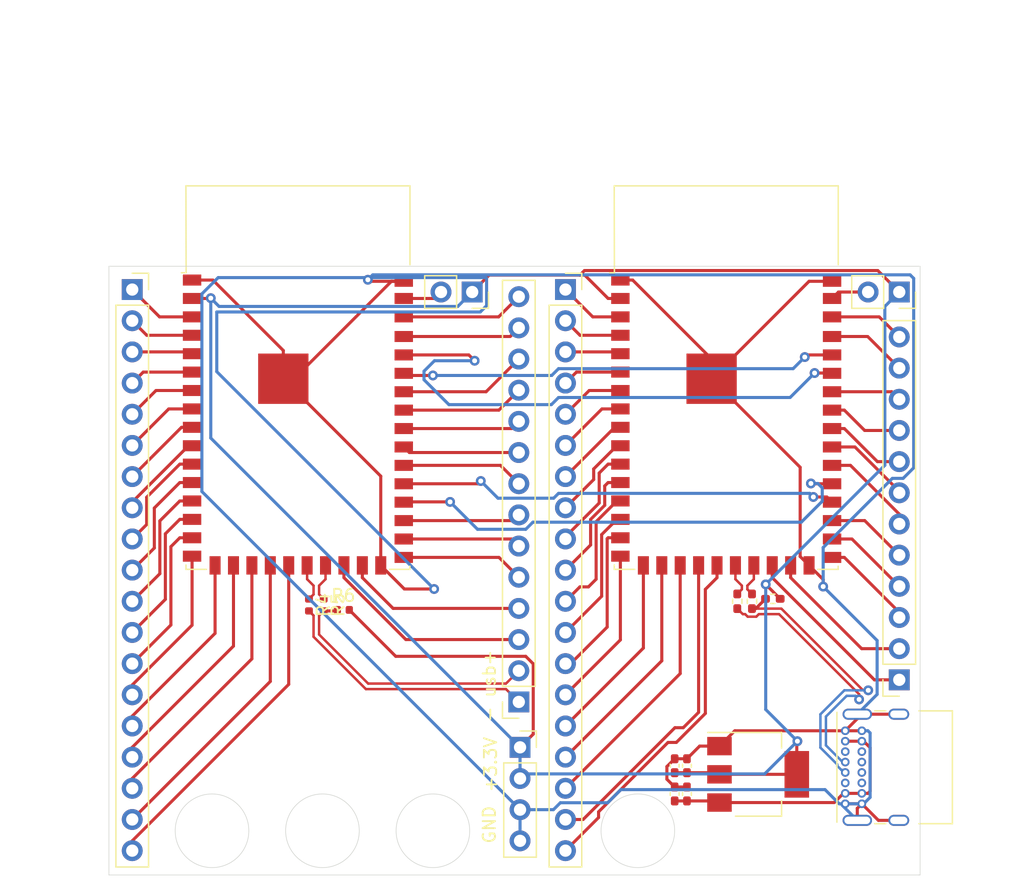
<source format=kicad_pcb>
(kicad_pcb (version 20171130) (host pcbnew "(5.1.6)-1")

  (general
    (thickness 1.6)
    (drawings 14)
    (tracks 422)
    (zones 0)
    (modules 22)
    (nets 82)
  )

  (page A4)
  (layers
    (0 F.Cu signal)
    (31 B.Cu signal)
    (32 B.Adhes user)
    (33 F.Adhes user)
    (34 B.Paste user)
    (35 F.Paste user)
    (36 B.SilkS user)
    (37 F.SilkS user)
    (38 B.Mask user)
    (39 F.Mask user)
    (40 Dwgs.User user)
    (41 Cmts.User user)
    (42 Eco1.User user)
    (43 Eco2.User user)
    (44 Edge.Cuts user)
    (45 Margin user)
    (46 B.CrtYd user)
    (47 F.CrtYd user)
    (48 B.Fab user)
    (49 F.Fab user)
  )

  (setup
    (last_trace_width 0.25)
    (trace_clearance 0.2)
    (zone_clearance 0.508)
    (zone_45_only no)
    (trace_min 0.2)
    (via_size 0.8)
    (via_drill 0.4)
    (via_min_size 0.4)
    (via_min_drill 0.3)
    (uvia_size 0.3)
    (uvia_drill 0.1)
    (uvias_allowed no)
    (uvia_min_size 0.2)
    (uvia_min_drill 0.1)
    (edge_width 0.05)
    (segment_width 0.2)
    (pcb_text_width 0.3)
    (pcb_text_size 1.5 1.5)
    (mod_edge_width 0.12)
    (mod_text_size 1 1)
    (mod_text_width 0.15)
    (pad_size 1.7 1.7)
    (pad_drill 1)
    (pad_to_mask_clearance 0)
    (aux_axis_origin 0 0)
    (visible_elements 7FFFFFFF)
    (pcbplotparams
      (layerselection 0x010fc_ffffffff)
      (usegerberextensions false)
      (usegerberattributes true)
      (usegerberadvancedattributes true)
      (creategerberjobfile true)
      (excludeedgelayer true)
      (linewidth 0.100000)
      (plotframeref false)
      (viasonmask false)
      (mode 1)
      (useauxorigin false)
      (hpglpennumber 1)
      (hpglpenspeed 20)
      (hpglpendiameter 15.000000)
      (psnegative false)
      (psa4output false)
      (plotreference true)
      (plotvalue true)
      (plotinvisibletext false)
      (padsonsilk false)
      (subtractmaskfromsilk false)
      (outputformat 1)
      (mirror false)
      (drillshape 0)
      (scaleselection 1)
      (outputdirectory "gerber/"))
  )

  (net 0 "")
  (net 1 GND)
  (net 2 /vbus)
  (net 3 +3V3)
  (net 4 "Net-(J1-Pad19)")
  (net 5 "Net-(J1-Pad18)")
  (net 6 "Net-(J1-Pad17)")
  (net 7 "Net-(J1-Pad16)")
  (net 8 "Net-(J1-Pad15)")
  (net 9 "Net-(J1-Pad14)")
  (net 10 "Net-(J1-Pad13)")
  (net 11 "Net-(J1-Pad12)")
  (net 12 "Net-(J1-Pad11)")
  (net 13 "Net-(J1-Pad10)")
  (net 14 "Net-(J1-Pad9)")
  (net 15 "Net-(J1-Pad8)")
  (net 16 "Net-(J1-Pad7)")
  (net 17 "Net-(J1-Pad6)")
  (net 18 "Net-(J1-Pad5)")
  (net 19 "Net-(J1-Pad4)")
  (net 20 "Net-(J1-Pad3)")
  (net 21 "Net-(J1-Pad2)")
  (net 22 "Net-(J1-Pad1)")
  (net 23 "Net-(J2-Pad2)")
  (net 24 "Net-(J3-Pad12)")
  (net 25 "Net-(J3-Pad11)")
  (net 26 "Net-(J3-Pad10)")
  (net 27 "Net-(J3-Pad9)")
  (net 28 "Net-(J3-Pad8)")
  (net 29 "Net-(J3-Pad7)")
  (net 30 "Net-(J3-Pad6)")
  (net 31 "Net-(J3-Pad5)")
  (net 32 "Net-(J3-Pad4)")
  (net 33 "Net-(J3-Pad3)")
  (net 34 "Net-(J3-Pad2)")
  (net 35 "Net-(J3-Pad1)")
  (net 36 "Net-(J4-Pad14)")
  (net 37 "Net-(J4-Pad13)")
  (net 38 "Net-(J4-Pad12)")
  (net 39 "Net-(J4-Pad11)")
  (net 40 "Net-(J4-Pad10)")
  (net 41 "Net-(J4-Pad9)")
  (net 42 "Net-(J4-Pad8)")
  (net 43 "Net-(J4-Pad7)")
  (net 44 "Net-(J4-Pad6)")
  (net 45 "Net-(J4-Pad5)")
  (net 46 "Net-(J4-Pad4)")
  (net 47 "Net-(J4-Pad3)")
  (net 48 "Net-(J5-Pad19)")
  (net 49 "Net-(J5-Pad18)")
  (net 50 "Net-(J5-Pad17)")
  (net 51 "Net-(J5-Pad16)")
  (net 52 "Net-(J5-Pad15)")
  (net 53 "Net-(J5-Pad14)")
  (net 54 "Net-(J5-Pad13)")
  (net 55 "Net-(J5-Pad12)")
  (net 56 "Net-(J5-Pad11)")
  (net 57 "Net-(J5-Pad10)")
  (net 58 "Net-(J5-Pad9)")
  (net 59 "Net-(J5-Pad8)")
  (net 60 "Net-(J5-Pad7)")
  (net 61 "Net-(J5-Pad6)")
  (net 62 "Net-(J5-Pad5)")
  (net 63 "Net-(J5-Pad4)")
  (net 64 "Net-(J5-Pad3)")
  (net 65 "Net-(J5-Pad2)")
  (net 66 "Net-(J5-Pad1)")
  (net 67 "Net-(J6-Pad2)")
  (net 68 "Net-(P1-PadB5)")
  (net 69 /d-)
  (net 70 /d+)
  (net 71 "Net-(P1-PadA5)")
  (net 72 /rd-)
  (net 73 /rd+)
  (net 74 /tx)
  (net 75 /rx)
  (net 76 /io2)
  (net 77 /io1)
  (net 78 /usb_d+)
  (net 79 /usb_d-)
  (net 80 /usb_rd-)
  (net 81 /usb_rd+)

  (net_class Default "This is the default net class."
    (clearance 0.2)
    (trace_width 0.25)
    (via_dia 0.8)
    (via_drill 0.4)
    (uvia_dia 0.3)
    (uvia_drill 0.1)
    (add_net +3V3)
    (add_net /d+)
    (add_net /d-)
    (add_net /io1)
    (add_net /io2)
    (add_net /rd+)
    (add_net /rd-)
    (add_net /rx)
    (add_net /tx)
    (add_net /usb_d+)
    (add_net /usb_d-)
    (add_net /usb_rd+)
    (add_net /usb_rd-)
    (add_net /vbus)
    (add_net GND)
    (add_net "Net-(J1-Pad1)")
    (add_net "Net-(J1-Pad10)")
    (add_net "Net-(J1-Pad11)")
    (add_net "Net-(J1-Pad12)")
    (add_net "Net-(J1-Pad13)")
    (add_net "Net-(J1-Pad14)")
    (add_net "Net-(J1-Pad15)")
    (add_net "Net-(J1-Pad16)")
    (add_net "Net-(J1-Pad17)")
    (add_net "Net-(J1-Pad18)")
    (add_net "Net-(J1-Pad19)")
    (add_net "Net-(J1-Pad2)")
    (add_net "Net-(J1-Pad3)")
    (add_net "Net-(J1-Pad4)")
    (add_net "Net-(J1-Pad5)")
    (add_net "Net-(J1-Pad6)")
    (add_net "Net-(J1-Pad7)")
    (add_net "Net-(J1-Pad8)")
    (add_net "Net-(J1-Pad9)")
    (add_net "Net-(J2-Pad2)")
    (add_net "Net-(J3-Pad1)")
    (add_net "Net-(J3-Pad10)")
    (add_net "Net-(J3-Pad11)")
    (add_net "Net-(J3-Pad12)")
    (add_net "Net-(J3-Pad2)")
    (add_net "Net-(J3-Pad3)")
    (add_net "Net-(J3-Pad4)")
    (add_net "Net-(J3-Pad5)")
    (add_net "Net-(J3-Pad6)")
    (add_net "Net-(J3-Pad7)")
    (add_net "Net-(J3-Pad8)")
    (add_net "Net-(J3-Pad9)")
    (add_net "Net-(J4-Pad10)")
    (add_net "Net-(J4-Pad11)")
    (add_net "Net-(J4-Pad12)")
    (add_net "Net-(J4-Pad13)")
    (add_net "Net-(J4-Pad14)")
    (add_net "Net-(J4-Pad3)")
    (add_net "Net-(J4-Pad4)")
    (add_net "Net-(J4-Pad5)")
    (add_net "Net-(J4-Pad6)")
    (add_net "Net-(J4-Pad7)")
    (add_net "Net-(J4-Pad8)")
    (add_net "Net-(J4-Pad9)")
    (add_net "Net-(J5-Pad1)")
    (add_net "Net-(J5-Pad10)")
    (add_net "Net-(J5-Pad11)")
    (add_net "Net-(J5-Pad12)")
    (add_net "Net-(J5-Pad13)")
    (add_net "Net-(J5-Pad14)")
    (add_net "Net-(J5-Pad15)")
    (add_net "Net-(J5-Pad16)")
    (add_net "Net-(J5-Pad17)")
    (add_net "Net-(J5-Pad18)")
    (add_net "Net-(J5-Pad19)")
    (add_net "Net-(J5-Pad2)")
    (add_net "Net-(J5-Pad3)")
    (add_net "Net-(J5-Pad4)")
    (add_net "Net-(J5-Pad5)")
    (add_net "Net-(J5-Pad6)")
    (add_net "Net-(J5-Pad7)")
    (add_net "Net-(J5-Pad8)")
    (add_net "Net-(J5-Pad9)")
    (add_net "Net-(J6-Pad2)")
    (add_net "Net-(P1-PadA5)")
    (add_net "Net-(P1-PadB5)")
  )

  (module 项目3专用库:logo1 (layer B.Cu) (tedit 5F88144E) (tstamp 5F7CCA87)
    (at 130.6 29.2 180)
    (fp_text reference G*** (at 0 0) (layer B.SilkS) hide
      (effects (font (size 1.524 1.524) (thickness 0.3)) (justify mirror))
    )
    (fp_text value LOGO (at 0.75 0) (layer B.SilkS) hide
      (effects (font (size 1.524 1.524) (thickness 0.3)) (justify mirror))
    )
    (fp_poly (pts (xy -1.14536 -0.111465) (xy -1.115614 -0.131889) (xy -1.093798 -0.159459) (xy -1.090274 -0.16722)
      (xy -1.086931 -0.198818) (xy -1.095907 -0.233097) (xy -1.114469 -0.26145) (xy -1.122294 -0.268082)
      (xy -1.152107 -0.279545) (xy -1.188297 -0.281137) (xy -1.221221 -0.27286) (xy -1.229557 -0.268082)
      (xy -1.2507 -0.243608) (xy -1.263167 -0.210344) (xy -1.263481 -0.200408) (xy -1.222059 -0.200408)
      (xy -1.207941 -0.226778) (xy -1.207393 -0.227389) (xy -1.184688 -0.24282) (xy -1.160863 -0.239563)
      (xy -1.146092 -0.229024) (xy -1.130235 -0.20493) (xy -1.130221 -0.180377) (xy -1.144062 -0.160594)
      (xy -1.169771 -0.150814) (xy -1.175926 -0.150519) (xy -1.204142 -0.157616) (xy -1.220156 -0.1758)
      (xy -1.222059 -0.200408) (xy -1.263481 -0.200408) (xy -1.264224 -0.176899) (xy -1.261577 -0.16722)
      (xy -1.243022 -0.13865) (xy -1.214669 -0.115838) (xy -1.18363 -0.104077) (xy -1.175926 -0.103482)
      (xy -1.14536 -0.111465)) (layer B.Paste) (width 0.01))
    (fp_poly (pts (xy -1.355241 4.200763) (xy -1.35046 4.19095) (xy -1.341875 4.16711) (xy -1.33062 4.133002)
      (xy -1.31783 4.092384) (xy -1.304639 4.049015) (xy -1.29218 4.006653) (xy -1.281588 3.969057)
      (xy -1.273997 3.939987) (xy -1.270542 3.9232) (xy -1.270705 3.920595) (xy -1.280747 3.91679)
      (xy -1.304755 3.908428) (xy -1.338826 3.896853) (xy -1.368616 3.886878) (xy -1.597606 3.801731)
      (xy -1.826154 3.699268) (xy -2.051743 3.580876) (xy -2.271853 3.447941) (xy -2.483965 3.301846)
      (xy -2.615259 3.201358) (xy -2.664003 3.160993) (xy -2.720066 3.112106) (xy -2.78071 3.057309)
      (xy -2.8432 2.99921) (xy -2.904797 2.940419) (xy -2.962766 2.883545) (xy -3.014369 2.831198)
      (xy -3.056868 2.785989) (xy -3.085629 2.752876) (xy -3.107741 2.7272) (xy -3.126106 2.708583)
      (xy -3.136976 2.700801) (xy -3.13737 2.70076) (xy -3.147754 2.706181) (xy -3.170167 2.721179)
      (xy -3.201798 2.743768) (xy -3.239832 2.771963) (xy -3.261357 2.788294) (xy -3.375937 2.875908)
      (xy -3.339199 2.920365) (xy -3.269928 2.999951) (xy -3.188575 3.086253) (xy -3.098808 3.175694)
      (xy -3.004295 3.264699) (xy -2.908706 3.349694) (xy -2.836333 3.410438) (xy -2.80681 3.435082)
      (xy -2.783407 3.455692) (xy -2.769621 3.46914) (xy -2.767474 3.472053) (xy -2.77141 3.482584)
      (xy -2.784459 3.504296) (xy -2.804277 3.533444) (xy -2.816863 3.55082) (xy -2.839636 3.582375)
      (xy -2.857336 3.608348) (xy -2.863133 3.617879) (xy -2.797262 3.617879) (xy -2.794221 3.604642)
      (xy -2.781881 3.583332) (xy -2.764256 3.557969) (xy -2.723444 3.501124) (xy -2.695222 3.522218)
      (xy -2.67709 3.535379) (xy -2.647312 3.556565) (xy -2.609704 3.583079) (xy -2.568081 3.612221)
      (xy -2.558814 3.618681) (xy -2.51201 3.65083) (xy -2.463525 3.683358) (xy -2.418942 3.712564)
      (xy -2.383844 3.734746) (xy -2.382506 3.735563) (xy -2.35154 3.75516) (xy -2.327914 3.7715)
      (xy -2.315378 3.781931) (xy -2.314302 3.783751) (xy -2.318953 3.794457) (xy -2.331272 3.816368)
      (xy -2.348676 3.844914) (xy -2.350199 3.847329) (xy -2.386176 3.904229) (xy -2.583032 3.771335)
      (xy -2.637486 3.734447) (xy -2.687167 3.70055) (xy -2.729812 3.671208) (xy -2.763156 3.647986)
      (xy -2.784934 3.632447) (xy -2.792479 3.626628) (xy -2.797262 3.617879) (xy -2.863133 3.617879)
      (xy -2.867477 3.62502) (xy -2.868938 3.628816) (xy -2.86134 3.635619) (xy -2.83995 3.65155)
      (xy -2.806633 3.675304) (xy -2.763252 3.705575) (xy -2.711671 3.741058) (xy -2.653756 3.780445)
      (xy -2.620348 3.802982) (xy -2.372079 3.970002) (xy -2.321984 3.890185) (xy -2.300266 3.856555)
      (xy -2.28188 3.829882) (xy -2.269252 3.813589) (xy -2.265247 3.810184) (xy -2.254234 3.814549)
      (xy -2.232289 3.826082) (xy -2.208803 3.839566) (xy -2.17056 3.860991) (xy -2.118841 3.888138)
      (xy -2.057408 3.919189) (xy -1.990022 3.952327) (xy -1.920444 3.985733) (xy -1.852437 4.017591)
      (xy -1.789763 4.046083) (xy -1.736183 4.069391) (xy -1.715562 4.077897) (xy -1.664445 4.097941)
      (xy -1.609355 4.118635) (xy -1.553198 4.138989) (xy -1.498878 4.158012) (xy -1.4493 4.174714)
      (xy -1.407368 4.188104) (xy -1.375986 4.197191) (xy -1.358061 4.200986) (xy -1.355241 4.200763)) (layer B.Paste) (width 0.01))
    (fp_poly (pts (xy 0.465412 1.505252) (xy 0.362219 1.401737) (xy 0.326486 1.366209) (xy 0.295443 1.335941)
      (xy 0.271476 1.313213) (xy 0.256976 1.300308) (xy 0.253866 1.298222) (xy 0.24535 1.304456)
      (xy 0.227116 1.321075) (xy 0.202543 1.344953) (xy 0.192732 1.354788) (xy 0.136756 1.411355)
      (xy 0.242394 1.516993) (xy 0.348033 1.622631) (xy 0.465412 1.505252)) (layer B.Paste) (width 0.01))
    (fp_poly (pts (xy -0.063451 1.516791) (xy 0.042187 1.411153) (xy -0.070803 1.298163) (xy -0.176586 1.404247)
      (xy -0.28237 1.510331) (xy -0.22573 1.566381) (xy -0.169089 1.62243) (xy -0.063451 1.516791)) (layer B.Paste) (width 0.01))
    (fp_poly (pts (xy 0.625338 1.345326) (xy 0.522145 1.241811) (xy 0.486412 1.206283) (xy 0.455368 1.176015)
      (xy 0.431402 1.153287) (xy 0.416902 1.140382) (xy 0.413792 1.138296) (xy 0.405276 1.14453)
      (xy 0.387042 1.161149) (xy 0.362469 1.185027) (xy 0.352658 1.194862) (xy 0.296682 1.251429)
      (xy 0.40232 1.357067) (xy 0.507959 1.462705) (xy 0.625338 1.345326)) (layer B.Paste) (width 0.01))
    (fp_poly (pts (xy -0.223377 1.356865) (xy -0.117739 1.251227) (xy -0.230729 1.138237) (xy -0.336512 1.244321)
      (xy -0.442296 1.350406) (xy -0.385656 1.406455) (xy -0.329015 1.462504) (xy -0.223377 1.356865)) (layer B.Paste) (width 0.01))
    (fp_poly (pts (xy 0.726574 1.24409) (xy 0.785264 1.1854) (xy 0.682071 1.081885) (xy 0.646338 1.046357)
      (xy 0.615294 1.016089) (xy 0.591328 0.993361) (xy 0.576827 0.980456) (xy 0.573718 0.97837)
      (xy 0.565202 0.984604) (xy 0.546968 1.001223) (xy 0.522395 1.025101) (xy 0.512584 1.034936)
      (xy 0.456608 1.091503) (xy 0.667884 1.302779) (xy 0.726574 1.24409)) (layer B.Paste) (width 0.01))
    (fp_poly (pts (xy -0.383303 1.196939) (xy -0.277665 1.091301) (xy -0.390655 0.978311) (xy -0.496438 1.084395)
      (xy -0.602222 1.19048) (xy -0.545581 1.246529) (xy -0.488941 1.302578) (xy -0.383303 1.196939)) (layer B.Paste) (width 0.01))
    (fp_poly (pts (xy 0.94519 1.025474) (xy 0.841996 0.921959) (xy 0.806264 0.886431) (xy 0.77522 0.856163)
      (xy 0.751254 0.833435) (xy 0.736753 0.82053) (xy 0.733644 0.818444) (xy 0.725128 0.824678)
      (xy 0.706894 0.841297) (xy 0.682321 0.865175) (xy 0.67251 0.875011) (xy 0.616534 0.931577)
      (xy 0.722172 1.037215) (xy 0.82781 1.142854) (xy 0.94519 1.025474)) (layer B.Paste) (width 0.01))
    (fp_poly (pts (xy -0.543229 1.037013) (xy -0.43759 0.931375) (xy -0.494086 0.87488) (xy -0.550581 0.818385)
      (xy -0.656364 0.924469) (xy -0.762147 1.030554) (xy -0.648867 1.142652) (xy -0.543229 1.037013)) (layer B.Paste) (width 0.01))
    (fp_poly (pts (xy 1.044231 0.926433) (xy 1.100726 0.869937) (xy 0.888558 0.658371) (xy 0.832509 0.715011)
      (xy 0.776459 0.771651) (xy 0.882098 0.877289) (xy 0.987736 0.982928) (xy 1.044231 0.926433)) (layer B.Paste) (width 0.01))
    (fp_poly (pts (xy -0.597516 0.771449) (xy -0.654011 0.714954) (xy -0.710507 0.658459) (xy -0.81629 0.764543)
      (xy -0.922073 0.870628) (xy -0.808793 0.982726) (xy -0.597516 0.771449)) (layer B.Paste) (width 0.01))
    (fp_poly (pts (xy 1.260652 0.710012) (xy 1.154568 0.604228) (xy 1.048484 0.498445) (xy 0.992435 0.555085)
      (xy 0.936385 0.611725) (xy 1.042024 0.717363) (xy 1.147662 0.823002) (xy 1.260652 0.710012)) (layer B.Paste) (width 0.01))
    (fp_poly (pts (xy -0.757442 0.611523) (xy -0.870432 0.498533) (xy -0.976216 0.604617) (xy -1.081999 0.710702)
      (xy -0.968719 0.8228) (xy -0.757442 0.611523)) (layer B.Paste) (width 0.01))
    (fp_poly (pts (xy 1.420578 0.550086) (xy 1.314494 0.444302) (xy 1.20841 0.338519) (xy 1.15236 0.395159)
      (xy 1.096311 0.451799) (xy 1.20195 0.557437) (xy 1.307588 0.663076) (xy 1.420578 0.550086)) (layer B.Paste) (width 0.01))
    (fp_poly (pts (xy -0.917368 0.451597) (xy -1.030358 0.338607) (xy -1.136142 0.444692) (xy -1.241925 0.550776)
      (xy -1.128645 0.662874) (xy -0.917368 0.451597)) (layer B.Paste) (width 0.01))
    (fp_poly (pts (xy 1.580504 0.39016) (xy 1.47442 0.284376) (xy 1.368335 0.178593) (xy 1.256237 0.291873)
      (xy 1.361876 0.397511) (xy 1.467514 0.50315) (xy 1.580504 0.39016)) (layer B.Paste) (width 0.01))
    (fp_poly (pts (xy -1.27411 0.492249) (xy -1.253947 0.474767) (xy -1.225693 0.448468) (xy -1.191877 0.415675)
      (xy -1.173354 0.39725) (xy -1.072326 0.295907) (xy -1.19045 0.178833) (xy -1.291373 0.28007)
      (xy -1.326456 0.315862) (xy -1.356238 0.347391) (xy -1.378402 0.372112) (xy -1.390631 0.387481)
      (xy -1.392296 0.390882) (xy -1.385876 0.402102) (xy -1.369404 0.42148) (xy -1.347062 0.444871)
      (xy -1.323031 0.468127) (xy -1.301494 0.487104) (xy -1.286632 0.497654) (xy -1.283655 0.498592)
      (xy -1.27411 0.492249)) (layer B.Paste) (width 0.01))
    (fp_poly (pts (xy 1.74043 0.230234) (xy 1.634346 0.12445) (xy 1.528261 0.018667) (xy 1.416163 0.131947)
      (xy 1.62744 0.343224) (xy 1.74043 0.230234)) (layer B.Paste) (width 0.01))
    (fp_poly (pts (xy -1.434036 0.332323) (xy -1.413873 0.314841) (xy -1.385619 0.288542) (xy -1.351803 0.255749)
      (xy -1.33328 0.237324) (xy -1.232252 0.135981) (xy -1.350376 0.018907) (xy -1.451299 0.120144)
      (xy -1.486382 0.155936) (xy -1.516164 0.187465) (xy -1.538328 0.212186) (xy -1.550557 0.227555)
      (xy -1.552222 0.230956) (xy -1.545802 0.242176) (xy -1.52933 0.261555) (xy -1.506988 0.284945)
      (xy -1.482957 0.308201) (xy -1.46142 0.327178) (xy -1.446558 0.337729) (xy -1.44358 0.338667)
      (xy -1.434036 0.332323)) (layer B.Paste) (width 0.01))
    (fp_poly (pts (xy 1.900356 0.070308) (xy 1.794272 -0.035476) (xy 1.688187 -0.141259) (xy 1.576089 -0.027979)
      (xy 1.787366 0.183298) (xy 1.900356 0.070308)) (layer B.Paste) (width 0.01))
    (fp_poly (pts (xy -1.593962 0.172397) (xy -1.573799 0.154915) (xy -1.545545 0.128616) (xy -1.511729 0.095823)
      (xy -1.493206 0.077398) (xy -1.392177 -0.023945) (xy -1.451239 -0.082482) (xy -1.510302 -0.141019)
      (xy -1.611225 -0.039782) (xy -1.646308 -0.003989) (xy -1.67609 0.027539) (xy -1.698254 0.052261)
      (xy -1.710483 0.067629) (xy -1.712148 0.07103) (xy -1.705728 0.08225) (xy -1.689256 0.101629)
      (xy -1.666914 0.125019) (xy -1.642883 0.148275) (xy -1.621346 0.167252) (xy -1.606484 0.177803)
      (xy -1.603506 0.178741) (xy -1.593962 0.172397)) (layer B.Paste) (width 0.01))
    (fp_poly (pts (xy 1.794183 -0.340732) (xy 1.900178 -0.446426) (xy 1.846439 -0.500732) (xy 1.82094 -0.525903)
      (xy 1.80059 -0.544878) (xy 1.788851 -0.554468) (xy 1.787542 -0.555037) (xy 1.779471 -0.548718)
      (xy 1.760581 -0.531283) (xy 1.733262 -0.505016) (xy 1.699904 -0.472198) (xy 1.67929 -0.451623)
      (xy 1.576197 -0.348209) (xy 1.688187 -0.235037) (xy 1.794183 -0.340732)) (layer B.Paste) (width 0.01))
    (fp_poly (pts (xy -1.392388 -0.353191) (xy -1.493625 -0.454114) (xy -1.529418 -0.489197) (xy -1.560947 -0.518979)
      (xy -1.585668 -0.541144) (xy -1.601036 -0.553373) (xy -1.604438 -0.555037) (xy -1.615274 -0.548765)
      (xy -1.635023 -0.532213) (xy -1.659676 -0.508777) (xy -1.66308 -0.505352) (xy -1.686867 -0.480097)
      (xy -1.704301 -0.459355) (xy -1.712031 -0.447156) (xy -1.712148 -0.446396) (xy -1.705804 -0.436851)
      (xy -1.688322 -0.416688) (xy -1.662024 -0.388435) (xy -1.62923 -0.354618) (xy -1.610805 -0.336095)
      (xy -1.509462 -0.235067) (xy -1.392388 -0.353191)) (layer B.Paste) (width 0.01))
    (fp_poly (pts (xy 1.634257 -0.500658) (xy 1.740252 -0.606352) (xy 1.686513 -0.660658) (xy 1.661014 -0.685829)
      (xy 1.640664 -0.704804) (xy 1.628925 -0.714394) (xy 1.627616 -0.714963) (xy 1.619545 -0.708644)
      (xy 1.600656 -0.691209) (xy 1.573337 -0.664941) (xy 1.539978 -0.632123) (xy 1.519364 -0.611549)
      (xy 1.416271 -0.508135) (xy 1.528261 -0.394963) (xy 1.634257 -0.500658)) (layer B.Paste) (width 0.01))
    (fp_poly (pts (xy -1.290999 -0.454055) (xy -1.232462 -0.513117) (xy -1.333699 -0.61404) (xy -1.369492 -0.649123)
      (xy -1.401021 -0.678905) (xy -1.425742 -0.70107) (xy -1.44111 -0.713298) (xy -1.444512 -0.714963)
      (xy -1.455349 -0.708691) (xy -1.475098 -0.692139) (xy -1.49975 -0.668703) (xy -1.503154 -0.665278)
      (xy -1.526941 -0.640022) (xy -1.544375 -0.619281) (xy -1.552105 -0.607082) (xy -1.552222 -0.606322)
      (xy -1.545878 -0.596777) (xy -1.528396 -0.576614) (xy -1.502098 -0.548361) (xy -1.469304 -0.514544)
      (xy -1.450879 -0.496021) (xy -1.349537 -0.394993) (xy -1.290999 -0.454055)) (layer B.Paste) (width 0.01))
    (fp_poly (pts (xy 1.474331 -0.660584) (xy 1.580326 -0.766278) (xy 1.526587 -0.820584) (xy 1.501088 -0.845754)
      (xy 1.480738 -0.86473) (xy 1.468999 -0.874319) (xy 1.46769 -0.874889) (xy 1.459619 -0.86857)
      (xy 1.44073 -0.851135) (xy 1.413411 -0.824867) (xy 1.380052 -0.792049) (xy 1.359438 -0.771475)
      (xy 1.256345 -0.668061) (xy 1.368335 -0.554889) (xy 1.474331 -0.660584)) (layer B.Paste) (width 0.01))
    (fp_poly (pts (xy -1.131074 -0.613981) (xy -1.072536 -0.673043) (xy -1.173774 -0.773966) (xy -1.209566 -0.809049)
      (xy -1.241095 -0.838831) (xy -1.265816 -0.860996) (xy -1.281185 -0.873224) (xy -1.284586 -0.874889)
      (xy -1.295423 -0.868617) (xy -1.315172 -0.852065) (xy -1.339824 -0.828629) (xy -1.343228 -0.825204)
      (xy -1.367015 -0.799948) (xy -1.384449 -0.779207) (xy -1.392179 -0.767008) (xy -1.392296 -0.766248)
      (xy -1.385953 -0.756703) (xy -1.36847 -0.73654) (xy -1.342172 -0.708287) (xy -1.309378 -0.67447)
      (xy -1.290953 -0.655947) (xy -1.189611 -0.554919) (xy -1.131074 -0.613981)) (layer B.Paste) (width 0.01))
    (fp_poly (pts (xy -0.976234 -0.768817) (xy -0.950961 -0.79493) (xy -0.931953 -0.81667) (xy -0.922445 -0.830269)
      (xy -0.921926 -0.832101) (xy -0.928311 -0.842221) (xy -0.945522 -0.862264) (xy -0.970639 -0.889303)
      (xy -1.000741 -0.920417) (xy -1.032909 -0.952679) (xy -1.064224 -0.983168) (xy -1.091766 -1.008957)
      (xy -1.112615 -1.027125) (xy -1.123852 -1.034745) (xy -1.124338 -1.034815) (xy -1.135337 -1.028538)
      (xy -1.155211 -1.011976) (xy -1.179925 -0.988527) (xy -1.183302 -0.98513) (xy -1.207082 -0.959922)
      (xy -1.224514 -0.939289) (xy -1.232251 -0.927233) (xy -1.23237 -0.926488) (xy -1.226048 -0.917033)
      (xy -1.208627 -0.896914) (xy -1.182421 -0.868659) (xy -1.149745 -0.834796) (xy -1.131457 -0.816302)
      (xy -1.030543 -0.715075) (xy -0.976234 -0.768817)) (layer B.Paste) (width 0.01))
    (fp_poly (pts (xy -0.813747 -0.931327) (xy -0.757751 -0.987913) (xy -0.860845 -1.091327) (xy -0.896559 -1.126836)
      (xy -0.927584 -1.157085) (xy -0.95153 -1.179791) (xy -0.966007 -1.192671) (xy -0.969097 -1.194741)
      (xy -0.977649 -1.188515) (xy -0.995828 -1.171965) (xy -1.020174 -1.148283) (xy -1.027994 -1.140436)
      (xy -1.081733 -1.08613) (xy -0.975737 -0.980436) (xy -0.869742 -0.874741) (xy -0.813747 -0.931327)) (layer B.Paste) (width 0.01))
    (fp_poly (pts (xy -0.653821 -1.091253) (xy -0.597825 -1.147839) (xy -0.700919 -1.251253) (xy -0.736633 -1.286762)
      (xy -0.767658 -1.317011) (xy -0.791604 -1.339717) (xy -0.806081 -1.352597) (xy -0.809171 -1.354667)
      (xy -0.817723 -1.348441) (xy -0.835902 -1.331891) (xy -0.860248 -1.308209) (xy -0.868068 -1.300361)
      (xy -0.921807 -1.246056) (xy -0.815811 -1.140362) (xy -0.709816 -1.034667) (xy -0.653821 -1.091253)) (layer B.Paste) (width 0.01))
    (fp_poly (pts (xy -4.376577 -0.813131) (xy -4.365173 -0.818371) (xy -4.359811 -0.822524) (xy -4.357316 -0.829466)
      (xy -4.358359 -0.841474) (xy -4.363604 -0.860829) (xy -4.373721 -0.889809) (xy -4.389377 -0.930693)
      (xy -4.41124 -0.98576) (xy -4.422236 -1.013176) (xy -4.444322 -1.068497) (xy -4.463808 -1.117953)
      (xy -4.479661 -1.158875) (xy -4.490852 -1.188592) (xy -4.496351 -1.204437) (xy -4.49674 -1.206177)
      (xy -4.488828 -1.2139) (xy -4.468881 -1.224559) (xy -4.458188 -1.229134) (xy -4.419635 -1.244559)
      (xy -4.450869 -1.269039) (xy -4.473439 -1.286722) (xy -4.504726 -1.311228) (xy -4.538633 -1.337781)
      (xy -4.544721 -1.342549) (xy -4.607339 -1.391579) (xy -4.612713 -1.35666) (xy -4.61597 -1.330824)
      (xy -4.619845 -1.293251) (xy -4.623627 -1.250968) (xy -4.624538 -1.239683) (xy -4.63099 -1.157625)
      (xy -4.591986 -1.172946) (xy -4.56797 -1.18138) (xy -4.552594 -1.184897) (xy -4.550109 -1.184448)
      (xy -4.545967 -1.174944) (xy -4.536014 -1.150536) (xy -4.521298 -1.113842) (xy -4.502867 -1.067478)
      (xy -4.481769 -1.014061) (xy -4.474204 -0.994833) (xy -4.452165 -0.93983) (xy -4.431918 -0.891291)
      (xy -4.414596 -0.851775) (xy -4.401332 -0.823842) (xy -4.39326 -0.81005) (xy -4.391893 -0.809037)
      (xy -4.376577 -0.813131)) (layer B.Paste) (width 0.01))
    (fp_poly (pts (xy -4.136938 -0.911044) (xy -4.122914 -0.919936) (xy -4.120444 -0.925621) (xy -4.123808 -0.937338)
      (xy -4.133192 -0.96367) (xy -4.147535 -1.001805) (xy -4.165773 -1.048926) (xy -4.186845 -1.102219)
      (xy -4.191 -1.112606) (xy -4.212467 -1.166635) (xy -4.231304 -1.214911) (xy -4.246449 -1.254647)
      (xy -4.256844 -1.283053) (xy -4.261428 -1.297343) (xy -4.261555 -1.298233) (xy -4.253624 -1.307251)
      (xy -4.233687 -1.318603) (xy -4.223883 -1.322856) (xy -4.18621 -1.337929) (xy -4.273271 -1.406987)
      (xy -4.312654 -1.438005) (xy -4.339946 -1.458677) (xy -4.357661 -1.470519) (xy -4.368312 -1.475047)
      (xy -4.374412 -1.473778) (xy -4.377528 -1.469908) (xy -4.379982 -1.457994) (xy -4.383117 -1.431818)
      (xy -4.386433 -1.395891) (xy -4.388164 -1.373482) (xy -4.391463 -1.332674) (xy -4.394942 -1.297718)
      (xy -4.398059 -1.273764) (xy -4.399334 -1.267445) (xy -4.400971 -1.257713) (xy -4.395443 -1.255614)
      (xy -4.378666 -1.26102) (xy -4.365121 -1.26636) (xy -4.3393 -1.274346) (xy -4.321884 -1.275274)
      (xy -4.318787 -1.273619) (xy -4.313202 -1.262653) (xy -4.301962 -1.236958) (xy -4.286238 -1.199339)
      (xy -4.267199 -1.1526) (xy -4.246015 -1.099548) (xy -4.24274 -1.091259) (xy -4.221437 -1.037644)
      (xy -4.202235 -0.990041) (xy -4.186274 -0.951223) (xy -4.174695 -0.92396) (xy -4.168641 -0.911021)
      (xy -4.168269 -0.910475) (xy -4.155214 -0.90689) (xy -4.136938 -0.911044)) (layer B.Paste) (width 0.01))
    (fp_poly (pts (xy -0.4379 -1.307765) (xy -0.540993 -1.411179) (xy -0.576707 -1.446688) (xy -0.607732 -1.476937)
      (xy -0.631678 -1.499643) (xy -0.646155 -1.512523) (xy -0.649245 -1.514593) (xy -0.657797 -1.508367)
      (xy -0.675976 -1.491817) (xy -0.700322 -1.468135) (xy -0.708142 -1.460287) (xy -0.761881 -1.405982)
      (xy -0.655886 -1.300288) (xy -0.54989 -1.194593) (xy -0.4379 -1.307765)) (layer B.Paste) (width 0.01))
    (fp_poly (pts (xy -0.277974 -1.467691) (xy -0.381067 -1.571105) (xy -0.416782 -1.606614) (xy -0.447807 -1.636863)
      (xy -0.471752 -1.659569) (xy -0.486229 -1.672449) (xy -0.489319 -1.674519) (xy -0.497871 -1.668293)
      (xy -0.516051 -1.651743) (xy -0.540397 -1.628061) (xy -0.548216 -1.620213) (xy -0.601955 -1.565908)
      (xy -0.49596 -1.460213) (xy -0.389964 -1.354519) (xy -0.277974 -1.467691)) (layer B.Paste) (width 0.01))
    (fp_poly (pts (xy 0.097121 1.348143) (xy 0.117318 1.329126) (xy 0.149122 1.298444) (xy 0.191696 1.256926)
      (xy 0.2442 1.2054) (xy 0.305795 1.144695) (xy 0.375643 1.075639) (xy 0.452905 0.999063)
      (xy 0.536741 0.915793) (xy 0.626314 0.82666) (xy 0.720783 0.732491) (xy 0.819311 0.634116)
      (xy 0.870186 0.583259) (xy 1.64155 -0.188148) (xy 0.870186 -0.959556) (xy 0.769932 -1.059735)
      (xy 0.673314 -1.156125) (xy 0.581172 -1.247897) (xy 0.494343 -1.334222) (xy 0.413666 -1.414272)
      (xy 0.339981 -1.487217) (xy 0.274126 -1.55223) (xy 0.21694 -1.608481) (xy 0.169262 -1.655141)
      (xy 0.131931 -1.691382) (xy 0.105786 -1.716376) (xy 0.091664 -1.729292) (xy 0.089371 -1.730963)
      (xy 0.081621 -1.72444) (xy 0.061424 -1.705423) (xy 0.029619 -1.674741) (xy -0.012955 -1.633222)
      (xy -0.065459 -1.581696) (xy -0.127054 -1.520991) (xy -0.196902 -1.451936) (xy -0.274163 -1.375359)
      (xy -0.358 -1.29209) (xy -0.447572 -1.202956) (xy -0.542042 -1.108788) (xy -0.64057 -1.010412)
      (xy -0.691444 -0.959556) (xy -1.462808 -0.188148) (xy -1.462794 -0.188133) (xy -1.39697 -0.188133)
      (xy -0.653814 -0.931333) (xy 0.089341 -1.674534) (xy 0.832526 -0.931348) (xy 1.575711 -0.188163)
      (xy 0.832556 0.555037) (xy 0.0894 1.298237) (xy -1.39697 -0.188133) (xy -1.462794 -0.188133)
      (xy -0.691444 0.583259) (xy -0.59119 0.683438) (xy -0.494573 0.779828) (xy -0.40243 0.8716)
      (xy -0.315601 0.957926) (xy -0.234925 1.037975) (xy -0.161239 1.110921) (xy -0.095385 1.175933)
      (xy -0.038199 1.232184) (xy 0.009479 1.278845) (xy 0.04681 1.315086) (xy 0.072956 1.340079)
      (xy 0.087077 1.352996) (xy 0.089371 1.354667) (xy 0.097121 1.348143)) (layer B.Paste) (width 0.01))
    (fp_poly (pts (xy 1.154259 -0.980216) (xy 1.193999 -1.020145) (xy 1.221851 -1.049173) (xy 1.239458 -1.069473)
      (xy 1.248467 -1.083216) (xy 1.25052 -1.092572) (xy 1.247263 -1.099713) (xy 1.245947 -1.101257)
      (xy 1.243474 -1.105941) (xy 1.244252 -1.112546) (xy 1.249388 -1.122266) (xy 1.259992 -1.136296)
      (xy 1.277172 -1.155829) (xy 1.302036 -1.182059) (xy 1.335693 -1.216178) (xy 1.379252 -1.259382)
      (xy 1.43382 -1.312863) (xy 1.500507 -1.377816) (xy 1.523719 -1.400375) (xy 1.590356 -1.464731)
      (xy 1.651448 -1.522978) (xy 1.705767 -1.573989) (xy 1.752083 -1.616636) (xy 1.789168 -1.649793)
      (xy 1.815793 -1.672333) (xy 1.830729 -1.68313) (xy 1.83296 -1.683926) (xy 1.857443 -1.691897)
      (xy 1.874304 -1.712038) (xy 1.881941 -1.738693) (xy 1.878749 -1.766208) (xy 1.863126 -1.788925)
      (xy 1.862801 -1.789191) (xy 1.834048 -1.804317) (xy 1.806549 -1.801021) (xy 1.782276 -1.783131)
      (xy 1.766567 -1.763927) (xy 1.759253 -1.748099) (xy 1.759186 -1.747036) (xy 1.752635 -1.737802)
      (xy 1.73396 -1.71705) (xy 1.704628 -1.686273) (xy 1.666106 -1.646965) (xy 1.61986 -1.60062)
      (xy 1.567357 -1.54873) (xy 1.510064 -1.492789) (xy 1.49775 -1.480849) (xy 1.423659 -1.409069)
      (xy 1.361941 -1.349291) (xy 1.311414 -1.300474) (xy 1.270891 -1.261578) (xy 1.239187 -1.23156)
      (xy 1.215116 -1.20938) (xy 1.197494 -1.193998) (xy 1.185135 -1.184372) (xy 1.176854 -1.179461)
      (xy 1.171465 -1.178225) (xy 1.167783 -1.179621) (xy 1.164624 -1.18261) (xy 1.161528 -1.185572)
      (xy 1.154349 -1.18889) (xy 1.144688 -1.186716) (xy 1.130418 -1.177408) (xy 1.109406 -1.159326)
      (xy 1.079525 -1.13083) (xy 1.041418 -1.093054) (xy 0.936385 -0.988021) (xy 0.992435 -0.931381)
      (xy 1.048484 -0.874741) (xy 1.154259 -0.980216)) (layer B.Paste) (width 0.01))
    (fp_poly (pts (xy -0.118048 -1.627617) (xy -0.221141 -1.731031) (xy -0.256856 -1.76654) (xy -0.287881 -1.796789)
      (xy -0.311826 -1.819495) (xy -0.326303 -1.832375) (xy -0.329393 -1.834445) (xy -0.337945 -1.828219)
      (xy -0.356125 -1.811669) (xy -0.380471 -1.787987) (xy -0.38829 -1.780139) (xy -0.442029 -1.725834)
      (xy -0.336034 -1.620139) (xy -0.230038 -1.514445) (xy -0.118048 -1.627617)) (layer B.Paste) (width 0.01))
    (fp_poly (pts (xy 0.042079 -1.787341) (xy -0.061115 -1.890856) (xy -0.096847 -1.926384) (xy -0.127891 -1.956652)
      (xy -0.151857 -1.97938) (xy -0.166358 -1.992284) (xy -0.169467 -1.99437) (xy -0.177983 -1.988136)
      (xy -0.196217 -1.971518) (xy -0.220791 -1.947639) (xy -0.230602 -1.937804) (xy -0.286578 -1.881238)
      (xy -0.180939 -1.7756) (xy -0.075301 -1.669961) (xy 0.042079 -1.787341)) (layer B.Paste) (width 0.01))
    (fp_poly (pts (xy 0.156185 1.99758) (xy 0.243671 1.993358) (xy 0.320243 1.986675) (xy 0.357146 1.98176)
      (xy 0.560864 1.940809) (xy 0.75655 1.882959) (xy 0.943848 1.808385) (xy 1.122402 1.717263)
      (xy 1.291853 1.609771) (xy 1.451847 1.486084) (xy 1.560459 1.387609) (xy 1.692381 1.248402)
      (xy 1.811822 1.098586) (xy 1.917206 0.940522) (xy 2.006961 0.776573) (xy 2.079499 0.60913)
      (xy 2.09416 0.573334) (xy 2.107849 0.545406) (xy 2.118532 0.529258) (xy 2.122305 0.526815)
      (xy 2.135766 0.52001) (xy 2.152448 0.503484) (xy 2.153614 0.502028) (xy 2.170032 0.46936)
      (xy 2.170824 0.437418) (xy 2.159037 0.409002) (xy 2.137718 0.38691) (xy 2.109914 0.373942)
      (xy 2.078673 0.372897) (xy 2.047043 0.386575) (xy 2.036961 0.394869) (xy 2.017964 0.422211)
      (xy 2.014333 0.45583) (xy 2.023625 0.493221) (xy 2.027872 0.509839) (xy 2.027388 0.527929)
      (xy 2.021292 0.552299) (xy 2.008702 0.587758) (xy 2.00404 0.599946) (xy 1.935195 0.755314)
      (xy 1.849714 0.909152) (xy 1.749709 1.058325) (xy 1.637291 1.199699) (xy 1.514571 1.330139)
      (xy 1.507934 1.336577) (xy 1.357545 1.469041) (xy 1.197634 1.585304) (xy 1.028467 1.685237)
      (xy 0.850308 1.768708) (xy 0.663422 1.835585) (xy 0.468074 1.885739) (xy 0.354308 1.906594)
      (xy 0.288816 1.914459) (xy 0.209853 1.919997) (xy 0.12217 1.92321) (xy 0.030521 1.924095)
      (xy -0.060342 1.922655) (xy -0.145668 1.918889) (xy -0.220703 1.912797) (xy -0.268111 1.906581)
      (xy -0.468227 1.86487) (xy -0.660436 1.806471) (xy -0.844017 1.731878) (xy -1.018249 1.641586)
      (xy -1.182411 1.536089) (xy -1.335781 1.415883) (xy -1.47764 1.281461) (xy -1.607266 1.133318)
      (xy -1.723939 0.971949) (xy -1.791788 0.861419) (xy -1.881023 0.687482) (xy -1.952994 0.50741)
      (xy -2.007717 0.322519) (xy -2.045206 0.134121) (xy -2.065477 -0.056468) (xy -2.068544 -0.247936)
      (xy -2.054423 -0.438968) (xy -2.023127 -0.628251) (xy -1.974672 -0.814469) (xy -1.909072 -0.996311)
      (xy -1.826343 -1.172461) (xy -1.767655 -1.276256) (xy -1.673652 -1.416612) (xy -1.564118 -1.55349)
      (xy -1.442336 -1.683478) (xy -1.311589 -1.803162) (xy -1.175161 -1.909131) (xy -1.126957 -1.942163)
      (xy -1.073284 -1.977662) (xy -0.857276 -1.788461) (xy -0.80322 -1.741346) (xy -0.753565 -1.698513)
      (xy -0.710105 -1.661474) (xy -0.674637 -1.631743) (xy -0.648954 -1.610833) (xy -0.634852 -1.600257)
      (xy -0.632847 -1.599259) (xy -0.622083 -1.606126) (xy -0.606986 -1.622896) (xy -0.605206 -1.625257)
      (xy -0.585985 -1.651254) (xy -0.811004 -1.848683) (xy -0.866694 -1.897463) (xy -0.918393 -1.942592)
      (xy -0.964262 -1.982475) (xy -1.002459 -2.015519) (xy -1.031143 -2.040128) (xy -1.048475 -2.054708)
      (xy -1.052332 -2.057755) (xy -1.061839 -2.061648) (xy -1.074808 -2.05978) (xy -1.094444 -2.050784)
      (xy -1.123957 -2.033288) (xy -1.152857 -2.014831) (xy -1.304904 -1.905707) (xy -1.449227 -1.781046)
      (xy -1.583744 -1.643207) (xy -1.70637 -1.494546) (xy -1.815021 -1.33742) (xy -1.907615 -1.174186)
      (xy -1.922502 -1.144159) (xy -2.00225 -0.958461) (xy -2.064417 -0.767269) (xy -2.108846 -0.571916)
      (xy -2.135378 -0.373737) (xy -2.143857 -0.174064) (xy -2.134123 0.025768) (xy -2.106019 0.224425)
      (xy -2.092486 0.290399) (xy -2.039636 0.486516) (xy -1.969775 0.674674) (xy -1.883138 0.854442)
      (xy -1.779957 1.025389) (xy -1.660466 1.187085) (xy -1.524896 1.339101) (xy -1.524755 1.339245)
      (xy -1.445904 1.417328) (xy -1.371549 1.484685) (xy -1.295751 1.546246) (xy -1.212572 1.606942)
      (xy -1.15573 1.645607) (xy -0.992783 1.743112) (xy -0.818406 1.826599) (xy -0.634474 1.895356)
      (xy -0.442863 1.948669) (xy -0.272479 1.98176) (xy -0.204341 1.989847) (xy -0.122478 1.995473)
      (xy -0.031817 1.998637) (xy 0.062713 1.999339) (xy 0.156185 1.99758)) (layer B.Paste) (width 0.01))
    (fp_poly (pts (xy 0.263482 2.369075) (xy 0.47562 2.341889) (xy 0.684525 2.297338) (xy 0.888958 2.235624)
      (xy 1.087683 2.156955) (xy 1.279464 2.061534) (xy 1.444037 1.962206) (xy 1.623946 1.832908)
      (xy 1.790216 1.690875) (xy 1.942445 1.536746) (xy 2.080232 1.371157) (xy 2.203175 1.194745)
      (xy 2.310872 1.008147) (xy 2.402921 0.811998) (xy 2.478922 0.606937) (xy 2.538472 0.3936)
      (xy 2.58117 0.172624) (xy 2.58376 0.155222) (xy 2.592428 0.077091) (xy 2.598159 -0.014743)
      (xy 2.600985 -0.115404) (xy 2.60094 -0.220017) (xy 2.59806 -0.323704) (xy 2.592378 -0.421591)
      (xy 2.583928 -0.508802) (xy 2.578869 -0.54563) (xy 2.534965 -0.77413) (xy 2.475283 -0.99254)
      (xy 2.399681 -1.201239) (xy 2.308016 -1.400604) (xy 2.200147 -1.59101) (xy 2.160618 -1.652473)
      (xy 2.136959 -1.687532) (xy 2.116998 -1.715939) (xy 2.103022 -1.734516) (xy 2.097505 -1.740211)
      (xy 2.090047 -1.733835) (xy 2.07041 -1.715437) (xy 2.039816 -1.6862) (xy 1.999488 -1.647308)
      (xy 1.950646 -1.599946) (xy 1.894513 -1.545297) (xy 1.83231 -1.484546) (xy 1.765261 -1.418876)
      (xy 1.718166 -1.372648) (xy 1.637858 -1.293779) (xy 1.569868 -1.227139) (xy 1.513108 -1.171755)
      (xy 1.466489 -1.126656) (xy 1.428925 -1.090869) (xy 1.399325 -1.063422) (xy 1.376603 -1.043344)
      (xy 1.35967 -1.029662) (xy 1.347437 -1.021404) (xy 1.338816 -1.017597) (xy 1.332719 -1.017271)
      (xy 1.328059 -1.019452) (xy 1.325313 -1.021728) (xy 1.31785 -1.027546) (xy 1.310124 -1.029278)
      (xy 1.299866 -1.025301) (xy 1.284804 -1.013994) (xy 1.262668 -0.993735) (xy 1.231188 -0.962902)
      (xy 1.201529 -0.933313) (xy 1.096311 -0.828095) (xy 1.15236 -0.771455) (xy 1.20841 -0.714815)
      (xy 1.314096 -0.820202) (xy 1.354556 -0.861036) (xy 1.38285 -0.890997) (xy 1.40055 -0.912065)
      (xy 1.409228 -0.926225) (xy 1.410454 -0.935459) (xy 1.408444 -0.939251) (xy 1.407744 -0.944227)
      (xy 1.411901 -0.953064) (xy 1.421876 -0.966776) (xy 1.438629 -0.986375) (xy 1.463121 -1.012875)
      (xy 1.496313 -1.047289) (xy 1.539166 -1.090631) (xy 1.59264 -1.143914) (xy 1.657697 -1.208151)
      (xy 1.735296 -1.284355) (xy 1.740373 -1.289331) (xy 1.807035 -1.354445) (xy 1.869703 -1.415237)
      (xy 1.92709 -1.470489) (xy 1.97791 -1.518982) (xy 2.020877 -1.559496) (xy 2.054703 -1.590814)
      (xy 2.078101 -1.611715) (xy 2.089787 -1.620983) (xy 2.090818 -1.621311) (xy 2.097985 -1.611994)
      (xy 2.112678 -1.589506) (xy 2.13295 -1.556933) (xy 2.156854 -1.517361) (xy 2.16437 -1.504709)
      (xy 2.267396 -1.312957) (xy 2.353421 -1.115342) (xy 2.422385 -0.913017) (xy 2.474231 -0.707135)
      (xy 2.508899 -0.498846) (xy 2.526332 -0.289304) (xy 2.52647 -0.079661) (xy 2.509256 0.128932)
      (xy 2.474631 0.335323) (xy 2.422536 0.538359) (xy 2.352912 0.736887) (xy 2.285856 0.889)
      (xy 2.201846 1.049226) (xy 2.109448 1.197986) (xy 2.005897 1.339145) (xy 1.888425 1.476567)
      (xy 1.797268 1.571772) (xy 1.637075 1.720049) (xy 1.469233 1.85137) (xy 1.293237 1.965988)
      (xy 1.108582 2.064158) (xy 0.914763 2.146131) (xy 0.711274 2.212162) (xy 0.49761 2.262505)
      (xy 0.379168 2.28305) (xy 0.319405 2.289957) (xy 0.245213 2.295038) (xy 0.16089 2.298292)
      (xy 0.070733 2.299722) (xy -0.02096 2.299327) (xy -0.109894 2.297107) (xy -0.191769 2.293065)
      (xy -0.26229 2.287199) (xy -0.296333 2.282957) (xy -0.506827 2.243166) (xy -0.712453 2.186345)
      (xy -0.911689 2.113164) (xy -1.103013 2.024297) (xy -1.284903 1.920414) (xy -1.455837 1.802188)
      (xy -1.542814 1.732815) (xy -1.598251 1.684103) (xy -1.660073 1.626013) (xy -1.724378 1.562518)
      (xy -1.787263 1.497591) (xy -1.844827 1.435203) (xy -1.893166 1.379326) (xy -1.90772 1.361366)
      (xy -2.033778 1.187237) (xy -2.143599 1.004246) (xy -2.236893 0.813516) (xy -2.313372 0.616171)
      (xy -2.372745 0.413335) (xy -2.414722 0.20613) (xy -2.439013 -0.004319) (xy -2.445328 -0.21689)
      (xy -2.433378 -0.430458) (xy -2.411915 -0.592667) (xy -2.372139 -0.7807) (xy -2.315475 -0.969962)
      (xy -2.243269 -1.157048) (xy -2.156871 -1.338552) (xy -2.057626 -1.511068) (xy -2.034175 -1.547519)
      (xy -1.909562 -1.720522) (xy -1.770591 -1.882335) (xy -1.618571 -2.031789) (xy -1.454811 -2.167716)
      (xy -1.280619 -2.288946) (xy -1.097305 -2.394311) (xy -1.071067 -2.407689) (xy -0.936037 -2.475487)
      (xy -0.905381 -2.459977) (xy -0.867669 -2.449603) (xy -0.833363 -2.455585) (xy -0.806222 -2.47565)
      (xy -0.790007 -2.507529) (xy -0.787086 -2.531411) (xy -0.795047 -2.564496) (xy -0.815785 -2.58898)
      (xy -0.844584 -2.603186) (xy -0.876727 -2.605437) (xy -0.907498 -2.594057) (xy -0.923441 -2.579871)
      (xy -0.939934 -2.566334) (xy -0.97066 -2.546708) (xy -1.012723 -2.522684) (xy -1.063226 -2.495952)
      (xy -1.092783 -2.481086) (xy -1.189634 -2.429936) (xy -1.292127 -2.369965) (xy -1.394422 -2.30489)
      (xy -1.490682 -2.238428) (xy -1.575069 -2.174294) (xy -1.576204 -2.173377) (xy -1.624497 -2.132078)
      (xy -1.680872 -2.080232) (xy -1.741557 -2.02163) (xy -1.802781 -1.960063) (xy -1.860771 -1.899321)
      (xy -1.911757 -1.843193) (xy -1.950897 -1.796815) (xy -2.081424 -1.619081) (xy -2.195013 -1.434077)
      (xy -2.291947 -1.241149) (xy -2.372508 -1.039642) (xy -2.436979 -0.828904) (xy -2.485641 -0.60828)
      (xy -2.499266 -0.526815) (xy -2.505571 -0.472681) (xy -2.510485 -0.403968) (xy -2.513979 -0.324862)
      (xy -2.516025 -0.239548) (xy -2.516594 -0.152213) (xy -2.515657 -0.067042) (xy -2.513185 0.011779)
      (xy -2.50915 0.080063) (xy -2.503795 0.131704) (xy -2.463596 0.356239) (xy -2.406895 0.571766)
      (xy -2.333617 0.778442) (xy -2.243692 0.976424) (xy -2.137047 1.16587) (xy -2.01361 1.346938)
      (xy -1.873308 1.519784) (xy -1.860732 1.533957) (xy -1.716363 1.681795) (xy -1.558048 1.818388)
      (xy -1.387732 1.94256) (xy -1.207362 2.053134) (xy -1.018884 2.148935) (xy -0.824246 2.228786)
      (xy -0.625393 2.291513) (xy -0.592666 2.300045) (xy -0.379964 2.344379) (xy -0.165547 2.370525)
      (xy 0.049348 2.378688) (xy 0.263482 2.369075)) (layer B.Paste) (width 0.01))
    (fp_poly (pts (xy 0.360126 -1.776045) (xy 0.399626 -1.815814) (xy 0.427279 -1.844644) (xy 0.444715 -1.864719)
      (xy 0.453566 -1.878226) (xy 0.455464 -1.88735) (xy 0.45204 -1.89428) (xy 0.450005 -1.896472)
      (xy 0.446185 -1.902011) (xy 0.446276 -1.909093) (xy 0.451714 -1.919311) (xy 0.46393 -1.934257)
      (xy 0.484358 -1.955524) (xy 0.514433 -1.984704) (xy 0.555586 -2.023391) (xy 0.608077 -2.072089)
      (xy 0.655314 -2.116108) (xy 0.697441 -2.155989) (xy 0.732635 -2.189955) (xy 0.759072 -2.21623)
      (xy 0.774932 -2.233037) (xy 0.778768 -2.238498) (xy 0.773791 -2.248141) (xy 0.761184 -2.272081)
      (xy 0.742171 -2.308012) (xy 0.717973 -2.353627) (xy 0.689811 -2.406622) (xy 0.665237 -2.452801)
      (xy 0.629547 -2.520375) (xy 0.602248 -2.57347) (xy 0.582482 -2.613991) (xy 0.569391 -2.643843)
      (xy 0.562114 -2.66493) (xy 0.559795 -2.679156) (xy 0.560441 -2.685254) (xy 0.559827 -2.714788)
      (xy 0.5458 -2.740072) (xy 0.522777 -2.756577) (xy 0.495178 -2.759769) (xy 0.489186 -2.758316)
      (xy 0.460363 -2.741071) (xy 0.444921 -2.7147) (xy 0.444065 -2.684401) (xy 0.459001 -2.655373)
      (xy 0.464085 -2.650088) (xy 0.474771 -2.635931) (xy 0.492533 -2.60777) (xy 0.515797 -2.568308)
      (xy 0.542985 -2.520248) (xy 0.572522 -2.466293) (xy 0.586642 -2.439903) (xy 0.687263 -2.250436)
      (xy 0.628206 -2.1944) (xy 0.597474 -2.165478) (xy 0.558028 -2.128699) (xy 0.515055 -2.088884)
      (xy 0.475542 -2.052503) (xy 0.437777 -2.018115) (xy 0.411171 -1.994958) (xy 0.393151 -1.981406)
      (xy 0.38114 -1.975832) (xy 0.372566 -1.976607) (xy 0.364852 -1.982104) (xy 0.364564 -1.982364)
      (xy 0.357283 -1.987651) (xy 0.349267 -1.988525) (xy 0.338244 -1.983332) (xy 0.321941 -1.970416)
      (xy 0.298088 -1.948122) (xy 0.264412 -1.914796) (xy 0.244793 -1.895099) (xy 0.142395 -1.792111)
      (xy 0.198684 -1.731502) (xy 0.254973 -1.670892) (xy 0.360126 -1.776045)) (layer B.Paste) (width 0.01))
    (fp_poly (pts (xy 0.519286 -1.615354) (xy 0.558768 -1.655052) (xy 0.586466 -1.683802) (xy 0.604018 -1.703841)
      (xy 0.613061 -1.71741) (xy 0.615233 -1.726745) (xy 0.612169 -1.734087) (xy 0.608954 -1.737966)
      (xy 0.605352 -1.743159) (xy 0.604587 -1.749468) (xy 0.607872 -1.758292) (xy 0.61642 -1.771029)
      (xy 0.631442 -1.789077) (xy 0.654153 -1.813835) (xy 0.685764 -1.846701) (xy 0.727489 -1.889072)
      (xy 0.78054 -1.942348) (xy 0.823466 -1.985281) (xy 0.877392 -2.039356) (xy 0.92683 -2.089282)
      (xy 0.970257 -2.133496) (xy 1.006151 -2.170431) (xy 1.032991 -2.198524) (xy 1.049254 -2.216211)
      (xy 1.05363 -2.221857) (xy 1.049429 -2.231761) (xy 1.03768 -2.255762) (xy 1.019662 -2.291341)
      (xy 0.996656 -2.335981) (xy 0.969943 -2.387162) (xy 0.959556 -2.40691) (xy 0.865482 -2.585408)
      (xy 0.865482 -2.777629) (xy 0.865763 -2.846866) (xy 0.866716 -2.899838) (xy 0.868505 -2.939091)
      (xy 0.871295 -2.967167) (xy 0.875249 -2.98661) (xy 0.879759 -2.998469) (xy 0.887798 -3.029139)
      (xy 0.882953 -3.057225) (xy 0.866631 -3.076734) (xy 0.860729 -3.079643) (xy 0.833799 -3.085179)
      (xy 0.806104 -3.083961) (xy 0.785995 -3.07661) (xy 0.783118 -3.07387) (xy 0.767547 -3.042349)
      (xy 0.768566 -3.010437) (xy 0.775331 -2.99613) (xy 0.780399 -2.985616) (xy 0.78421 -2.969966)
      (xy 0.786928 -2.946685) (xy 0.788719 -2.913273) (xy 0.789748 -2.867237) (xy 0.790179 -2.806078)
      (xy 0.790223 -2.770799) (xy 0.790223 -2.568195) (xy 0.874889 -2.406228) (xy 0.901061 -2.355857)
      (xy 0.923947 -2.311229) (xy 0.942207 -2.275002) (xy 0.954507 -2.249831) (xy 0.959509 -2.23837)
      (xy 0.959556 -2.238072) (xy 0.953223 -2.230075) (xy 0.93527 -2.210317) (xy 0.90727 -2.180454)
      (xy 0.870794 -2.14214) (xy 0.827414 -2.097032) (xy 0.7787 -2.046785) (xy 0.751343 -2.018725)
      (xy 0.693533 -1.959618) (xy 0.647367 -1.912736) (xy 0.611382 -1.876806) (xy 0.584117 -1.850555)
      (xy 0.564109 -1.83271) (xy 0.549894 -1.821997) (xy 0.540009 -1.817145) (xy 0.532993 -1.81688)
      (xy 0.527382 -1.81993) (xy 0.525124 -1.821864) (xy 0.517788 -1.82741) (xy 0.509965 -1.828762)
      (xy 0.499399 -1.824292) (xy 0.483834 -1.81237) (xy 0.461011 -1.791368) (xy 0.428675 -1.759656)
      (xy 0.401798 -1.732842) (xy 0.29648 -1.627523) (xy 0.413968 -1.510035) (xy 0.519286 -1.615354)) (layer B.Paste) (width 0.01))
    (fp_poly (pts (xy 0.679212 -1.455428) (xy 0.718694 -1.495127) (xy 0.746392 -1.523877) (xy 0.763944 -1.543918)
      (xy 0.772987 -1.557487) (xy 0.775158 -1.566823) (xy 0.772094 -1.574163) (xy 0.768887 -1.578032)
      (xy 0.765711 -1.582699) (xy 0.765041 -1.588518) (xy 0.767965 -1.596704) (xy 0.775568 -1.608471)
      (xy 0.788938 -1.625031) (xy 0.80916 -1.647599) (xy 0.837321 -1.677387) (xy 0.874508 -1.715609)
      (xy 0.921807 -1.76348) (xy 0.980304 -1.822212) (xy 1.049338 -1.89127) (xy 1.129409 -1.971727)
      (xy 1.196932 -2.040483) (xy 1.251711 -2.097327) (xy 1.293546 -2.14205) (xy 1.32224 -2.174439)
      (xy 1.337594 -2.194284) (xy 1.340245 -2.200787) (xy 1.333818 -2.212673) (xy 1.318972 -2.237784)
      (xy 1.297336 -2.273441) (xy 1.270538 -2.316962) (xy 1.240207 -2.365665) (xy 1.236677 -2.371301)
      (xy 1.138297 -2.52825) (xy 1.138297 -2.778399) (xy 1.138437 -2.855634) (xy 1.138945 -2.916414)
      (xy 1.139954 -2.963098) (xy 1.141596 -2.998043) (xy 1.144002 -3.02361) (xy 1.147306 -3.042155)
      (xy 1.151639 -3.056037) (xy 1.154187 -3.061869) (xy 1.163795 -3.084429) (xy 1.164235 -3.099277)
      (xy 1.155008 -3.115396) (xy 1.150905 -3.120985) (xy 1.126944 -3.141837) (xy 1.098965 -3.15003)
      (xy 1.072936 -3.144597) (xy 1.061635 -3.135475) (xy 1.043767 -3.107407) (xy 1.042381 -3.080879)
      (xy 1.049671 -3.062206) (xy 1.053784 -3.050589) (xy 1.05701 -3.03209) (xy 1.059439 -3.004703)
      (xy 1.061165 -2.966422) (xy 1.062278 -2.915241) (xy 1.062871 -2.849155) (xy 1.063037 -2.770977)
      (xy 1.063037 -2.505512) (xy 1.147425 -2.372141) (xy 1.17634 -2.326262) (xy 1.202319 -2.284708)
      (xy 1.223417 -2.250614) (xy 1.237689 -2.227117) (xy 1.242514 -2.218774) (xy 1.244303 -2.212986)
      (xy 1.243133 -2.205588) (xy 1.237868 -2.195315) (xy 1.227375 -2.180902) (xy 1.210522 -2.161083)
      (xy 1.186174 -2.134594) (xy 1.153199 -2.100168) (xy 1.110463 -2.056542) (xy 1.056832 -2.00245)
      (xy 0.991174 -1.936626) (xy 0.977417 -1.922861) (xy 0.909553 -1.855034) (xy 0.853685 -1.799435)
      (xy 0.80855 -1.754945) (xy 0.772888 -1.720442) (xy 0.745434 -1.694804) (xy 0.724928 -1.676912)
      (xy 0.710107 -1.665644) (xy 0.699709 -1.65988) (xy 0.692471 -1.658498) (xy 0.687131 -1.660377)
      (xy 0.684331 -1.662589) (xy 0.677139 -1.667775) (xy 0.669145 -1.668599) (xy 0.658112 -1.663424)
      (xy 0.641801 -1.650613) (xy 0.617973 -1.628529) (xy 0.584391 -1.595534) (xy 0.561724 -1.572916)
      (xy 0.456406 -1.467597) (xy 0.573894 -1.350109) (xy 0.679212 -1.455428)) (layer B.Paste) (width 0.01))
    (fp_poly (pts (xy -2.714113 2.808922) (xy -2.641522 2.793484) (xy -2.573055 2.763746) (xy -2.511199 2.720222)
      (xy -2.458442 2.663429) (xy -2.418975 2.597573) (xy -2.407434 2.570752) (xy -2.400113 2.546058)
      (xy -2.396087 2.517828) (xy -2.39443 2.480402) (xy -2.394185 2.445926) (xy -2.394739 2.398759)
      (xy -2.397018 2.364728) (xy -2.401948 2.338172) (xy -2.410454 2.31343) (xy -2.418975 2.294278)
      (xy -2.461631 2.224122) (xy -2.516614 2.166616) (xy -2.581507 2.122876) (xy -2.653891 2.094015)
      (xy -2.73135 2.081148) (xy -2.811467 2.085388) (xy -2.852435 2.09446) (xy -2.881815 2.102027)
      (xy -2.902869 2.106178) (xy -2.910312 2.106219) (xy -2.931829 2.077378) (xy -2.96073 2.036134)
      (xy -2.994596 1.986143) (xy -3.031005 1.93106) (xy -3.067539 1.874542) (xy -3.101776 1.820243)
      (xy -3.127603 1.778) (xy -3.241111 1.573505) (xy -3.34257 1.359446) (xy -3.430885 1.138877)
      (xy -3.504958 0.914856) (xy -3.563694 0.690438) (xy -3.605995 0.468681) (xy -3.611954 0.428037)
      (xy -3.617508 0.389632) (xy -3.622687 0.356255) (xy -3.626522 0.334107) (xy -3.627034 0.331611)
      (xy -3.631617 0.310444) (xy -3.322181 0.310444) (xy -3.542343 -0.058796) (xy -3.762505 -0.428037)
      (xy -3.522845 -0.430548) (xy -3.283185 -0.433058) (xy -3.283185 -0.583259) (xy -3.457222 -0.583259)
      (xy -3.512095 -0.583621) (xy -3.559851 -0.584626) (xy -3.597564 -0.586157) (xy -3.622309 -0.588094)
      (xy -3.631159 -0.590315) (xy -3.629362 -0.608614) (xy -3.624676 -0.641618) (xy -3.617748 -0.685552)
      (xy -3.609223 -0.736643) (xy -3.59975 -0.791116) (xy -3.589974 -0.845196) (xy -3.580542 -0.89511)
      (xy -3.5721 -0.937082) (xy -3.570319 -0.945439) (xy -3.505482 -1.201263) (xy -3.423349 -1.450426)
      (xy -3.324488 -1.692163) (xy -3.209472 -1.925704) (xy -3.078872 -2.150281) (xy -2.933258 -2.365128)
      (xy -2.773201 -2.569476) (xy -2.599273 -2.762557) (xy -2.412044 -2.943603) (xy -2.212085 -3.111848)
      (xy -1.999967 -3.266522) (xy -1.776262 -3.406859) (xy -1.713394 -3.4425) (xy -1.62527 -3.491351)
      (xy -1.605181 -3.472478) (xy -1.586034 -3.458548) (xy -1.556536 -3.441384) (xy -1.528676 -3.427386)
      (xy -1.466794 -3.406789) (xy -1.39715 -3.396912) (xy -1.327267 -3.398252) (xy -1.268209 -3.410144)
      (xy -1.194128 -3.443087) (xy -1.131003 -3.489787) (xy -1.080071 -3.547892) (xy -1.042569 -3.615047)
      (xy -1.019735 -3.6889) (xy -1.012806 -3.767097) (xy -1.023019 -3.847285) (xy -1.028178 -3.866629)
      (xy -1.058953 -3.939484) (xy -1.104001 -4.002302) (xy -1.160856 -4.053644) (xy -1.227055 -4.092071)
      (xy -1.300133 -4.116144) (xy -1.377626 -4.124424) (xy -1.455011 -4.115932) (xy -1.495714 -4.105849)
      (xy -1.527474 -4.094348) (xy -1.557907 -4.077966) (xy -1.594631 -4.053241) (xy -1.597688 -4.05107)
      (xy -1.650592 -4.002576) (xy -1.693347 -3.941589) (xy -1.723584 -3.872745) (xy -1.738931 -3.800682)
      (xy -1.74037 -3.771921) (xy -1.74037 -3.717973) (xy -1.855538 -3.65345) (xy -2.061389 -3.528992)
      (xy -2.263442 -3.388939) (xy -2.458897 -3.235657) (xy -2.644951 -3.071515) (xy -2.818803 -2.89888)
      (xy -2.97765 -2.720121) (xy -3.01713 -2.671704) (xy -3.184417 -2.447842) (xy -3.334895 -2.215587)
      (xy -3.468417 -1.975292) (xy -3.584831 -1.727312) (xy -3.683989 -1.471999) (xy -3.765739 -1.209708)
      (xy -3.829934 -0.940792) (xy -3.876421 -0.665605) (xy -3.880743 -0.632648) (xy -3.887024 -0.583259)
      (xy -4.214518 -0.583259) (xy -4.214518 -0.433139) (xy -4.031772 -0.430588) (xy -3.849025 -0.428037)
      (xy -4.026132 -0.061148) (xy -4.203238 0.305741) (xy -4.044633 0.308313) (xy -3.886029 0.310885)
      (xy -3.881153 0.341239) (xy -3.877699 0.363321) (xy -3.872307 0.398454) (xy -3.865827 0.441081)
      (xy -3.861404 0.47037) (xy -3.81405 0.724348) (xy -3.74899 0.977271) (xy -3.66709 1.227002)
      (xy -3.569218 1.471403) (xy -3.456239 1.708337) (xy -3.329019 1.935667) (xy -3.188424 2.151254)
      (xy -3.169612 2.177744) (xy -3.137569 2.222777) (xy -3.115261 2.255441) (xy -3.101259 2.278509)
      (xy -3.094134 2.294759) (xy -3.092457 2.306963) (xy -3.0948 2.317898) (xy -3.095897 2.320891)
      (xy -3.114486 2.394516) (xy -3.11614 2.470986) (xy -3.101698 2.546973) (xy -3.071997 2.619151)
      (xy -3.027877 2.68419) (xy -2.996001 2.71734) (xy -2.931774 2.764267) (xy -2.861726 2.79483)
      (xy -2.788344 2.809542) (xy -2.714113 2.808922)) (layer B.Paste) (width 0.01))
    (fp_poly (pts (xy 1.567878 4.286296) (xy 1.566365 4.259864) (xy 1.563745 4.218222) (xy 1.560136 4.163148)
      (xy 1.555656 4.096421) (xy 1.550424 4.019818) (xy 1.544558 3.935119) (xy 1.538177 3.844102)
      (xy 1.536544 3.820975) (xy 1.530108 3.728557) (xy 1.52427 3.641918) (xy 1.519137 3.562851)
      (xy 1.514814 3.49315) (xy 1.511411 3.434609) (xy 1.509034 3.38902) (xy 1.50779 3.358179)
      (xy 1.507786 3.343877) (xy 1.507982 3.343105) (xy 1.516777 3.346804) (xy 1.54023 3.359242)
      (xy 1.576823 3.379551) (xy 1.625035 3.406862) (xy 1.683348 3.440307) (xy 1.750243 3.479018)
      (xy 1.8242 3.522126) (xy 1.903702 3.568763) (xy 1.936729 3.588219) (xy 2.018014 3.636128)
      (xy 2.094306 3.681022) (xy 2.164089 3.722017) (xy 2.22585 3.758226) (xy 2.278073 3.788763)
      (xy 2.319243 3.812741) (xy 2.347848 3.829273) (xy 2.36237 3.837473) (xy 2.363896 3.838222)
      (xy 2.362969 3.829247) (xy 2.359065 3.803481) (xy 2.352477 3.762659) (xy 2.343495 3.708521)
      (xy 2.332411 3.642802) (xy 2.319517 3.56724) (xy 2.305103 3.483572) (xy 2.289463 3.393535)
      (xy 2.28464 3.365913) (xy 2.268671 3.274215) (xy 2.253823 3.188283) (xy 2.240392 3.109868)
      (xy 2.228672 3.04072) (xy 2.218955 2.982591) (xy 2.211538 2.93723) (xy 2.206714 2.906388)
      (xy 2.204777 2.891815) (xy 2.204797 2.890882) (xy 2.213698 2.893968) (xy 2.238251 2.903845)
      (xy 2.276841 2.919829) (xy 2.327852 2.941241) (xy 2.389669 2.967396) (xy 2.460677 2.997614)
      (xy 2.539261 3.031213) (xy 2.623805 3.06751) (xy 2.656803 3.081716) (xy 2.74322 3.118826)
      (xy 2.824343 3.153431) (xy 2.898549 3.184856) (xy 2.964216 3.212425) (xy 3.01972 3.23546)
      (xy 3.06344 3.253287) (xy 3.093753 3.265228) (xy 3.109036 3.270609) (xy 3.110561 3.270797)
      (xy 3.108401 3.26134) (xy 3.100611 3.235669) (xy 3.087713 3.195353) (xy 3.070225 3.141959)
      (xy 3.04867 3.077057) (xy 3.023567 3.002214) (xy 2.995437 2.918997) (xy 2.9648 2.828975)
      (xy 2.935111 2.742259) (xy 2.902626 2.647455) (xy 2.872123 2.558082) (xy 2.844128 2.475701)
      (xy 2.819165 2.401874) (xy 2.79776 2.338162) (xy 2.780436 2.286126) (xy 2.767718 2.247326)
      (xy 2.760131 2.223324) (xy 2.758131 2.215656) (xy 2.767836 2.216195) (xy 2.793868 2.218948)
      (xy 2.833907 2.223634) (xy 2.885632 2.229973) (xy 2.946722 2.237683) (xy 3.014855 2.246484)
      (xy 3.038532 2.249586) (xy 3.315989 2.286055) (xy 3.3325 2.264861) (xy 3.343129 2.250262)
      (xy 3.362211 2.223124) (xy 3.387638 2.18648) (xy 3.417303 2.143363) (xy 3.441981 2.107259)
      (xy 3.567678 1.911371) (xy 3.679008 1.712829) (xy 3.778832 1.506229) (xy 3.85077 1.335456)
      (xy 3.873334 1.276397) (xy 3.897507 1.209328) (xy 3.922133 1.137824) (xy 3.946059 1.065465)
      (xy 3.968128 0.995827) (xy 3.987187 0.932488) (xy 4.002079 0.879026) (xy 4.011652 0.839017)
      (xy 4.012602 0.834156) (xy 4.019412 0.810107) (xy 4.02787 0.795554) (xy 4.02991 0.794242)
      (xy 4.042577 0.794357) (xy 4.070111 0.797339) (xy 4.108867 0.802709) (xy 4.155198 0.809992)
      (xy 4.172186 0.812846) (xy 4.219395 0.820766) (xy 4.259392 0.827207) (xy 4.288821 0.831651)
      (xy 4.304323 0.833575) (xy 4.305859 0.833543) (xy 4.303112 0.824644) (xy 4.294448 0.799976)
      (xy 4.280543 0.761393) (xy 4.262076 0.710747) (xy 4.239722 0.649892) (xy 4.214159 0.58068)
      (xy 4.186064 0.504965) (xy 4.173037 0.469968) (xy 4.143664 0.391048) (xy 4.11618 0.317039)
      (xy 4.091317 0.24993) (xy 4.06981 0.191708) (xy 4.052393 0.144362) (xy 4.039799 0.109879)
      (xy 4.032762 0.090248) (xy 4.031674 0.087018) (xy 4.025103 0.065852) (xy 4.178607 0.066118)
      (xy 4.332111 0.066385) (xy 4.419976 0.202526) (xy 4.50784 0.338667) (xy 4.57363 0.338667)
      (xy 4.605512 0.337654) (xy 4.627909 0.334987) (xy 4.636359 0.331222) (xy 4.636284 0.330851)
      (xy 4.630445 0.321069) (xy 4.615758 0.297854) (xy 4.593702 0.263503) (xy 4.565755 0.220311)
      (xy 4.533395 0.170574) (xy 4.512243 0.13819) (xy 4.391338 -0.046654) (xy 4.204179 -0.049197)
      (xy 4.017019 -0.051741) (xy 4.204031 -0.432741) (xy 4.242491 -0.51118) (xy 4.278231 -0.584236)
      (xy 4.310432 -0.650218) (xy 4.33827 -0.707437) (xy 4.360926 -0.754201) (xy 4.377578 -0.788821)
      (xy 4.387404 -0.809606) (xy 4.389799 -0.815137) (xy 4.380587 -0.814267) (xy 4.355962 -0.810955)
      (xy 4.319102 -0.805655) (xy 4.273185 -0.798819) (xy 4.242741 -0.794189) (xy 4.19251 -0.78653)
      (xy 4.14904 -0.779974) (xy 4.115635 -0.775013) (xy 4.095597 -0.772141) (xy 4.091399 -0.771626)
      (xy 4.087557 -0.780157) (xy 4.081643 -0.803318) (xy 4.074589 -0.837165) (xy 4.069814 -0.86313)
      (xy 4.017071 -1.111863) (xy 3.946409 -1.359896) (xy 3.858691 -1.605349) (xy 3.754775 -1.846341)
      (xy 3.635523 -2.080992) (xy 3.501794 -2.307421) (xy 3.354448 -2.523749) (xy 3.2446 -2.667)
      (xy 3.071483 -2.867687) (xy 2.884252 -3.057667) (xy 2.68464 -3.235508) (xy 2.474381 -3.399778)
      (xy 2.255207 -3.549044) (xy 2.028853 -3.681875) (xy 1.993742 -3.700634) (xy 1.877469 -3.761952)
      (xy 1.875717 -3.835365) (xy 1.865106 -3.919238) (xy 1.838256 -3.995469) (xy 1.796403 -4.062315)
      (xy 1.740783 -4.118037) (xy 1.672634 -4.160894) (xy 1.632654 -4.177519) (xy 1.587634 -4.188459)
      (xy 1.53411 -4.194184) (xy 1.479152 -4.194556) (xy 1.429829 -4.189436) (xy 1.40119 -4.182058)
      (xy 1.32203 -4.143871) (xy 1.25598 -4.092743) (xy 1.203844 -4.02939) (xy 1.178744 -3.984037)
      (xy 1.166221 -3.95503) (xy 1.158402 -3.929223) (xy 1.154218 -3.900494) (xy 1.152596 -3.862725)
      (xy 1.152408 -3.833519) (xy 1.15294 -3.788211) (xy 1.155313 -3.755493) (xy 1.160691 -3.729154)
      (xy 1.170241 -3.702981) (xy 1.181519 -3.678296) (xy 1.202821 -3.640114) (xy 1.228787 -3.602624)
      (xy 1.249723 -3.578274) (xy 1.288815 -3.539399) (xy 1.288815 -2.523929) (xy 1.571615 -2.197299)
      (xy 1.216573 -1.842165) (xy 1.138741 -1.764362) (xy 1.07308 -1.698897) (xy 1.018493 -1.644769)
      (xy 0.97388 -1.600976) (xy 0.938146 -1.566518) (xy 0.910191 -1.540393) (xy 0.888917 -1.5216)
      (xy 0.873228 -1.509139) (xy 0.862023 -1.502007) (xy 0.854207 -1.499205) (xy 0.848681 -1.49973)
      (xy 0.844347 -1.502582) (xy 0.84425 -1.502669) (xy 0.837056 -1.507854) (xy 0.829058 -1.508673)
      (xy 0.818018 -1.503487) (xy 0.801694 -1.49066) (xy 0.777847 -1.468554) (xy 0.744239 -1.435531)
      (xy 0.721751 -1.413091) (xy 0.616534 -1.307873) (xy 0.728632 -1.194593) (xy 0.834595 -1.300256)
      (xy 0.874445 -1.340325) (xy 0.90235 -1.369483) (xy 0.919937 -1.38985) (xy 0.928829 -1.403548)
      (xy 0.930652 -1.412699) (xy 0.927031 -1.419424) (xy 0.926392 -1.420085) (xy 0.924461 -1.424208)
      (xy 0.925835 -1.430726) (xy 0.931465 -1.440664) (xy 0.942302 -1.455047) (xy 0.959294 -1.474901)
      (xy 0.983392 -1.501251) (xy 1.015546 -1.535123) (xy 1.056707 -1.577542) (xy 1.107824 -1.629532)
      (xy 1.169847 -1.69212) (xy 1.243727 -1.766331) (xy 1.29272 -1.81544) (xy 1.673215 -2.19663)
      (xy 1.518645 -2.374313) (xy 1.364074 -2.551995) (xy 1.364074 -3.497355) (xy 1.400083 -3.484949)
      (xy 1.431411 -3.476797) (xy 1.469635 -3.47032) (xy 1.487101 -3.468455) (xy 1.538111 -3.464367)
      (xy 1.540555 -3.027559) (xy 1.542999 -2.59075) (xy 1.707365 -2.39369) (xy 1.750541 -2.341747)
      (xy 1.789487 -2.294549) (xy 1.822648 -2.254008) (xy 1.848471 -2.222036) (xy 1.8654 -2.200545)
      (xy 1.87188 -2.191447) (xy 1.871903 -2.19134) (xy 1.8655 -2.183905) (xy 1.846968 -2.164231)
      (xy 1.817412 -2.133453) (xy 1.777938 -2.092705) (xy 1.729652 -2.043123) (xy 1.673658 -1.985839)
      (xy 1.611062 -1.921989) (xy 1.54297 -1.852707) (xy 1.470488 -1.779127) (xy 1.447545 -1.755872)
      (xy 1.362189 -1.669411) (xy 1.28904 -1.595433) (xy 1.227106 -1.533012) (xy 1.175397 -1.481222)
      (xy 1.132922 -1.439136) (xy 1.098691 -1.405827) (xy 1.071712 -1.380369) (xy 1.050994 -1.361835)
      (xy 1.035547 -1.3493) (xy 1.02438 -1.341836) (xy 1.016502 -1.338518) (xy 1.010923 -1.338418)
      (xy 1.00665 -1.34061) (xy 1.004956 -1.342037) (xy 0.997605 -1.347612) (xy 0.989791 -1.349001)
      (xy 0.979254 -1.344578) (xy 0.963735 -1.332712) (xy 0.940974 -1.311774) (xy 0.908712 -1.280137)
      (xy 0.881677 -1.253165) (xy 0.776459 -1.147947) (xy 0.832509 -1.091307) (xy 0.888558 -1.034667)
      (xy 0.994454 -1.140263) (xy 1.039098 -1.185929) (xy 1.070326 -1.220477) (xy 1.087842 -1.243555)
      (xy 1.091349 -1.254809) (xy 1.091101 -1.255107) (xy 1.082477 -1.269368) (xy 1.081852 -1.27317)
      (xy 1.088323 -1.281165) (xy 1.10701 -1.301351) (xy 1.136827 -1.332617) (xy 1.176688 -1.37385)
      (xy 1.225506 -1.423937) (xy 1.282194 -1.481764) (xy 1.345667 -1.546219) (xy 1.414838 -1.61619)
      (xy 1.48862 -1.690563) (xy 1.528704 -1.730865) (xy 1.604479 -1.807132) (xy 1.676209 -1.879615)
      (xy 1.742809 -1.947199) (xy 1.803189 -2.008765) (xy 1.856265 -2.063198) (xy 1.900948 -2.109381)
      (xy 1.936151 -2.146196) (xy 1.960788 -2.172527) (xy 1.973771 -2.187257) (xy 1.975556 -2.189964)
      (xy 1.969679 -2.199477) (xy 1.953063 -2.221384) (xy 1.927229 -2.253807) (xy 1.8937 -2.294868)
      (xy 1.853995 -2.342691) (xy 1.809638 -2.395396) (xy 1.797186 -2.410073) (xy 1.618816 -2.619963)
      (xy 1.618445 -3.050226) (xy 1.618074 -3.480488) (xy 1.651546 -3.494474) (xy 1.682744 -3.509832)
      (xy 1.711977 -3.52766) (xy 1.712831 -3.528264) (xy 1.740645 -3.548069) (xy 1.83223 -3.499069)
      (xy 2.01772 -3.39494) (xy 2.188088 -3.288629) (xy 2.34702 -3.177427) (xy 2.498201 -3.058621)
      (xy 2.645316 -2.929501) (xy 2.770953 -2.808582) (xy 2.951341 -2.616416) (xy 3.114966 -2.417133)
      (xy 3.262687 -2.20939) (xy 3.39536 -1.991844) (xy 3.513843 -1.763152) (xy 3.618993 -1.52197)
      (xy 3.659198 -1.417136) (xy 3.68006 -1.357333) (xy 3.702048 -1.288547) (xy 3.724414 -1.213687)
      (xy 3.746408 -1.135664) (xy 3.767282 -1.057388) (xy 3.786288 -0.981768) (xy 3.802677 -0.911714)
      (xy 3.815699 -0.850136) (xy 3.824607 -0.799944) (xy 3.828651 -0.764049) (xy 3.828815 -0.757906)
      (xy 3.828275 -0.748165) (xy 3.824909 -0.740721) (xy 3.816101 -0.734767) (xy 3.799236 -0.729496)
      (xy 3.771698 -0.724101) (xy 3.730869 -0.717775) (xy 3.674134 -0.709711) (xy 3.671241 -0.709305)
      (xy 3.627342 -0.702707) (xy 3.591143 -0.696429) (xy 3.5662 -0.691151) (xy 3.556065 -0.68755)
      (xy 3.556 -0.687346) (xy 3.560999 -0.678478) (xy 3.575265 -0.655607) (xy 3.597698 -0.620434)
      (xy 3.627203 -0.57466) (xy 3.66268 -0.519987) (xy 3.703033 -0.458114) (xy 3.747164 -0.390742)
      (xy 3.762989 -0.366649) (xy 3.969977 -0.051741) (xy 3.770526 -0.049196) (xy 3.700389 -0.048567)
      (xy 3.647106 -0.048759) (xy 3.608732 -0.049862) (xy 3.583319 -0.051963) (xy 3.568921 -0.055152)
      (xy 3.563991 -0.058604) (xy 3.556 -0.069612) (xy 3.538299 -0.092618) (xy 3.512971 -0.124959)
      (xy 3.482099 -0.163973) (xy 3.455324 -0.197556) (xy 3.353741 -0.324556) (xy 3.28461 -0.327338)
      (xy 3.246814 -0.327678) (xy 3.224374 -0.325198) (xy 3.218758 -0.320618) (xy 3.225264 -0.310912)
      (xy 3.241862 -0.288548) (xy 3.266956 -0.255614) (xy 3.298945 -0.214192) (xy 3.336232 -0.166367)
      (xy 3.370588 -0.122632) (xy 3.519138 0.065852) (xy 3.735125 0.065852) (xy 3.796583 0.066145)
      (xy 3.851209 0.066966) (xy 3.89638 0.06823) (xy 3.929473 0.069851) (xy 3.947865 0.071744)
      (xy 3.950765 0.072907) (xy 3.945229 0.081727) (xy 3.92957 0.103952) (xy 3.904981 0.137956)
      (xy 3.872655 0.182112) (xy 3.833785 0.234793) (xy 3.789565 0.294374) (xy 3.741185 0.359226)
      (xy 3.721368 0.385704) (xy 3.671818 0.451972) (xy 3.626057 0.513418) (xy 3.585259 0.568448)
      (xy 3.5506 0.615465) (xy 3.523253 0.652875) (xy 3.504393 0.679081) (xy 3.495195 0.692489)
      (xy 3.494485 0.693912) (xy 3.504011 0.696321) (xy 3.528756 0.701285) (xy 3.565398 0.708171)
      (xy 3.610615 0.716345) (xy 3.631654 0.720061) (xy 3.679712 0.728708) (xy 3.720793 0.73651)
      (xy 3.751512 0.742794) (xy 3.768484 0.746883) (xy 3.770696 0.747781) (xy 3.770256 0.758671)
      (xy 3.764602 0.784563) (xy 3.754589 0.82265) (xy 3.741071 0.870126) (xy 3.724903 0.924185)
      (xy 3.70694 0.982018) (xy 3.688037 1.040821) (xy 3.669049 1.097786) (xy 3.650831 1.150105)
      (xy 3.635468 1.191768) (xy 3.570027 1.350362) (xy 3.494032 1.513023) (xy 3.410578 1.673729)
      (xy 3.322758 1.826457) (xy 3.252054 1.937926) (xy 3.230991 1.969497) (xy 3.214157 1.994582)
      (xy 3.204056 2.009458) (xy 3.20235 2.011859) (xy 3.192751 2.011385) (xy 3.166411 2.008661)
      (xy 3.125238 2.003921) (xy 3.07114 1.997396) (xy 3.006028 1.989321) (xy 2.931809 1.979927)
      (xy 2.850392 1.969447) (xy 2.793424 1.96202) (xy 2.708314 1.950938) (xy 2.629159 1.940763)
      (xy 2.557864 1.931731) (xy 2.496335 1.924078) (xy 2.446477 1.918037) (xy 2.410195 1.913846)
      (xy 2.389395 1.911738) (xy 2.385072 1.911605) (xy 2.387614 1.920778) (xy 2.395739 1.946006)
      (xy 2.408865 1.985571) (xy 2.426411 2.037751) (xy 2.447797 2.100828) (xy 2.47244 2.17308)
      (xy 2.499759 2.252788) (xy 2.529173 2.33823) (xy 2.532251 2.347148) (xy 2.562133 2.433835)
      (xy 2.590241 2.515573) (xy 2.615954 2.590547) (xy 2.638652 2.65694) (xy 2.657716 2.712934)
      (xy 2.672525 2.756713) (xy 2.68246 2.786459) (xy 2.686901 2.800357) (xy 2.686982 2.80066)
      (xy 2.686483 2.80477) (xy 2.681332 2.806154) (xy 2.670167 2.804287) (xy 2.651623 2.798644)
      (xy 2.624336 2.788699) (xy 2.586944 2.773927) (xy 2.538081 2.753802) (xy 2.476385 2.727799)
      (xy 2.400492 2.695393) (xy 2.309037 2.656057) (xy 2.286714 2.646429) (xy 2.204727 2.611179)
      (xy 2.128117 2.578473) (xy 2.058591 2.549023) (xy 1.997857 2.523542) (xy 1.94762 2.502741)
      (xy 1.909589 2.487333) (xy 1.885471 2.478029) (xy 1.876993 2.475501) (xy 1.877732 2.485309)
      (xy 1.881455 2.511792) (xy 1.887857 2.553102) (xy 1.896637 2.607388) (xy 1.90749 2.672802)
      (xy 1.920115 2.747492) (xy 1.934208 2.82961) (xy 1.947597 2.906625) (xy 1.96275 2.993716)
      (xy 1.97674 3.074974) (xy 1.989258 3.148555) (xy 2 3.212614) (xy 2.008658 3.265307)
      (xy 2.014925 3.304788) (xy 2.018494 3.329214) (xy 2.019159 3.336792) (xy 2.010693 3.33278)
      (xy 1.987599 3.320082) (xy 1.951437 3.299597) (xy 1.903768 3.272227) (xy 1.846152 3.238872)
      (xy 1.780151 3.200433) (xy 1.707324 3.15781) (xy 1.629232 3.111905) (xy 1.617517 3.105002)
      (xy 1.538821 3.058675) (xy 1.465207 3.015456) (xy 1.398229 2.976249) (xy 1.339443 2.94196)
      (xy 1.290405 2.913492) (xy 1.252668 2.891752) (xy 1.22779 2.877644) (xy 1.217326 2.872073)
      (xy 1.217097 2.872028) (xy 1.21736 2.881505) (xy 1.218853 2.907907) (xy 1.221454 2.949393)
      (xy 1.225041 3.004123) (xy 1.22949 3.070256) (xy 1.23468 3.14595) (xy 1.240489 3.229365)
      (xy 1.246606 3.316025) (xy 1.252866 3.405244) (xy 1.25856 3.488587) (xy 1.263575 3.564206)
      (xy 1.267794 3.630251) (xy 1.271102 3.684871) (xy 1.273383 3.726217) (xy 1.274522 3.752438)
      (xy 1.274427 3.761672) (xy 1.266153 3.757418) (xy 1.24503 3.743501) (xy 1.213305 3.721486)
      (xy 1.173224 3.692943) (xy 1.127033 3.659438) (xy 1.108885 3.646128) (xy 1.060462 3.611123)
      (xy 1.016672 3.580623) (xy 0.979901 3.5562) (xy 0.952537 3.539421) (xy 0.936968 3.531856)
      (xy 0.934745 3.531676) (xy 0.917402 3.536296) (xy 0.885215 3.543061) (xy 0.841944 3.551304)
      (xy 0.791347 3.560359) (xy 0.737185 3.569561) (xy 0.683216 3.578243) (xy 0.6332 3.585739)
      (xy 0.616186 3.588114) (xy 0.426069 3.608272) (xy 0.228204 3.618536) (xy 0.026881 3.619066)
      (xy -0.173612 3.610019) (xy -0.368985 3.591553) (xy -0.554949 3.563829) (xy -0.670277 3.540573)
      (xy -0.703751 3.532488) (xy -0.722794 3.525471) (xy -0.731442 3.516973) (xy -0.733727 3.50445)
      (xy -0.733777 3.500477) (xy -0.741338 3.450135) (xy -0.762369 3.394684) (xy -0.794397 3.338999)
      (xy -0.834946 3.287958) (xy -0.848738 3.273957) (xy -0.904465 3.229791) (xy -0.965613 3.200643)
      (xy -1.036167 3.18488) (xy -1.074037 3.181613) (xy -1.148875 3.182829) (xy -1.213215 3.19583)
      (xy -1.272359 3.222186) (xy -1.320258 3.254525) (xy -1.378743 3.310109) (xy -1.421554 3.375444)
      (xy -1.44952 3.451875) (xy -1.45417 3.47229) (xy -1.461412 3.511919) (xy -1.463867 3.542274)
      (xy -1.461533 3.572278) (xy -1.454407 3.610852) (xy -1.454122 3.612221) (xy -1.428649 3.69354)
      (xy -1.388523 3.763068) (xy -1.333583 3.821012) (xy -1.263669 3.867577) (xy -1.251535 3.873763)
      (xy -1.226306 3.885298) (xy -1.203492 3.892755) (xy -1.177805 3.897005) (xy -1.143956 3.89892)
      (xy -1.096656 3.89937) (xy -1.095963 3.89937) (xy -1.048431 3.89893) (xy -1.014424 3.897032)
      (xy -0.988663 3.892811) (xy -0.965867 3.885402) (xy -0.940756 3.873938) (xy -0.940721 3.87392)
      (xy -0.903497 3.852143) (xy -0.865899 3.824793) (xy -0.848683 3.809767) (xy -0.808405 3.771064)
      (xy -0.660554 3.799841) (xy -0.41866 3.839051) (xy -0.172269 3.863793) (xy 0.075517 3.874057)
      (xy 0.321595 3.869832) (xy 0.562864 3.851109) (xy 0.796221 3.817877) (xy 0.86563 3.804795)
      (xy 0.87367 3.805294) (xy 0.886033 3.809891) (xy 0.904011 3.819458) (xy 0.928896 3.834863)
      (xy 0.961979 3.856978) (xy 1.004553 3.886672) (xy 1.057907 3.924815) (xy 1.123335 3.972279)
      (xy 1.202128 4.029932) (xy 1.227815 4.048794) (xy 1.297865 4.100196) (xy 1.363099 4.147933)
      (xy 1.421989 4.190897) (xy 1.473009 4.22798) (xy 1.514631 4.258074) (xy 1.545326 4.28007)
      (xy 1.563568 4.29286) (xy 1.568164 4.29574) (xy 1.567878 4.286296)) (layer B.Paste) (width 0.01))
    (fp_poly (pts (xy -0.300613 -3.635701) (xy -0.224247 -3.652723) (xy -0.150779 -3.684944) (xy -0.078924 -3.733137)
      (xy -0.007398 -3.798074) (xy 0.065083 -3.880527) (xy 0.095685 -3.91999) (xy 0.152617 -3.988603)
      (xy 0.207675 -4.039874) (xy 0.262248 -4.074989) (xy 0.291806 -4.087581) (xy 0.356124 -4.101006)
      (xy 0.419411 -4.097182) (xy 0.478853 -4.077588) (xy 0.531636 -4.043706) (xy 0.574946 -3.997014)
      (xy 0.605971 -3.938995) (xy 0.612713 -3.918735) (xy 0.615683 -3.889096) (xy 0.60761 -3.852888)
      (xy 0.605096 -3.845608) (xy 0.594607 -3.796238) (xy 0.601024 -3.754406) (xy 0.624208 -3.720683)
      (xy 0.638743 -3.709187) (xy 0.668886 -3.692723) (xy 0.696135 -3.688925) (xy 0.728377 -3.697189)
      (xy 0.739156 -3.70149) (xy 0.761226 -3.714348) (xy 0.778818 -3.734866) (xy 0.796429 -3.768307)
      (xy 0.796668 -3.768828) (xy 0.817639 -3.836129) (xy 0.821804 -3.90635) (xy 0.810459 -3.977287)
      (xy 0.784901 -4.046737) (xy 0.746427 -4.112495) (xy 0.696335 -4.172359) (xy 0.635922 -4.224125)
      (xy 0.566484 -4.265591) (xy 0.489319 -4.294551) (xy 0.486778 -4.295236) (xy 0.439246 -4.303511)
      (xy 0.38222 -4.307028) (xy 0.324438 -4.305671) (xy 0.274641 -4.299324) (xy 0.269226 -4.29813)
      (xy 0.190982 -4.270764) (xy 0.113275 -4.226249) (xy 0.038288 -4.166182) (xy -0.031796 -4.092156)
      (xy -0.057743 -4.059296) (xy -0.117294 -3.985464) (xy -0.174215 -3.925994) (xy -0.227246 -3.882098)
      (xy -0.266646 -3.858714) (xy -0.320287 -3.841671) (xy -0.373598 -3.839222) (xy -0.423588 -3.849917)
      (xy -0.467266 -3.872303) (xy -0.501642 -3.904929) (xy -0.523725 -3.946346) (xy -0.530585 -3.986785)
      (xy -0.529605 -4.019796) (xy -0.52603 -4.049279) (xy -0.524324 -4.056781) (xy -0.521889 -4.068849)
      (xy -0.524318 -4.078583) (xy -0.534413 -4.088454) (xy -0.554978 -4.100928) (xy -0.588813 -4.118474)
      (xy -0.601748 -4.124984) (xy -0.638298 -4.142924) (xy -0.668802 -4.157119) (xy -0.68923 -4.165738)
      (xy -0.695204 -4.167482) (xy -0.705583 -4.158775) (xy -0.715897 -4.13541) (xy -0.725149 -4.101522)
      (xy -0.732344 -4.061245) (xy -0.736488 -4.018712) (xy -0.737093 -3.993445) (xy -0.728023 -3.910336)
      (xy -0.702507 -3.836319) (xy -0.660712 -3.771653) (xy -0.602805 -3.716597) (xy -0.530074 -3.671962)
      (xy -0.488978 -3.653095) (xy -0.454526 -3.641823) (xy -0.417565 -3.635756) (xy -0.38116 -3.633105)
      (xy -0.300613 -3.635701)) (layer B.Paste) (width 0.01))
  )

  (module Resistor_SMD:R_0402_1005Metric (layer F.Cu) (tedit 5B301BBD) (tstamp 5F8888F8)
    (at 136.2 49.2)
    (descr "Resistor SMD 0402 (1005 Metric), square (rectangular) end terminal, IPC_7351 nominal, (Body size source: http://www.tortai-tech.com/upload/download/2011102023233369053.pdf), generated with kicad-footprint-generator")
    (tags resistor)
    (path /5F892829)
    (attr smd)
    (fp_text reference R6 (at 0 -1.17) (layer F.SilkS)
      (effects (font (size 1 1) (thickness 0.15)))
    )
    (fp_text value 1K5 (at 0 1.17) (layer F.Fab)
      (effects (font (size 1 1) (thickness 0.15)))
    )
    (fp_text user %R (at 0 0) (layer F.Fab)
      (effects (font (size 0.25 0.25) (thickness 0.04)))
    )
    (fp_line (start -0.5 0.25) (end -0.5 -0.25) (layer F.Fab) (width 0.1))
    (fp_line (start -0.5 -0.25) (end 0.5 -0.25) (layer F.Fab) (width 0.1))
    (fp_line (start 0.5 -0.25) (end 0.5 0.25) (layer F.Fab) (width 0.1))
    (fp_line (start 0.5 0.25) (end -0.5 0.25) (layer F.Fab) (width 0.1))
    (fp_line (start -0.93 0.47) (end -0.93 -0.47) (layer F.CrtYd) (width 0.05))
    (fp_line (start -0.93 -0.47) (end 0.93 -0.47) (layer F.CrtYd) (width 0.05))
    (fp_line (start 0.93 -0.47) (end 0.93 0.47) (layer F.CrtYd) (width 0.05))
    (fp_line (start 0.93 0.47) (end -0.93 0.47) (layer F.CrtYd) (width 0.05))
    (pad 2 smd roundrect (at 0.485 0) (size 0.59 0.64) (layers F.Cu F.Paste F.Mask) (roundrect_rratio 0.25)
      (net 3 +3V3))
    (pad 1 smd roundrect (at -0.485 0) (size 0.59 0.64) (layers F.Cu F.Paste F.Mask) (roundrect_rratio 0.25)
      (net 78 /usb_d+))
    (model ${KISYS3DMOD}/Resistor_SMD.3dshapes/R_0402_1005Metric.wrl
      (at (xyz 0 0 0))
      (scale (xyz 1 1 1))
      (rotate (xyz 0 0 0))
    )
  )

  (module Resistor_SMD:R_0402_1005Metric (layer F.Cu) (tedit 5B301BBD) (tstamp 5F8888E9)
    (at 134.6 48.8 270)
    (descr "Resistor SMD 0402 (1005 Metric), square (rectangular) end terminal, IPC_7351 nominal, (Body size source: http://www.tortai-tech.com/upload/download/2011102023233369053.pdf), generated with kicad-footprint-generator")
    (tags resistor)
    (path /5F892819)
    (attr smd)
    (fp_text reference R5 (at 0 -1.17 90) (layer F.SilkS)
      (effects (font (size 1 1) (thickness 0.15)))
    )
    (fp_text value 10R (at 0 1.17 90) (layer F.Fab)
      (effects (font (size 1 1) (thickness 0.15)))
    )
    (fp_text user %R (at 0 0 90) (layer F.Fab)
      (effects (font (size 0.25 0.25) (thickness 0.04)))
    )
    (fp_line (start -0.5 0.25) (end -0.5 -0.25) (layer F.Fab) (width 0.1))
    (fp_line (start -0.5 -0.25) (end 0.5 -0.25) (layer F.Fab) (width 0.1))
    (fp_line (start 0.5 -0.25) (end 0.5 0.25) (layer F.Fab) (width 0.1))
    (fp_line (start 0.5 0.25) (end -0.5 0.25) (layer F.Fab) (width 0.1))
    (fp_line (start -0.93 0.47) (end -0.93 -0.47) (layer F.CrtYd) (width 0.05))
    (fp_line (start -0.93 -0.47) (end 0.93 -0.47) (layer F.CrtYd) (width 0.05))
    (fp_line (start 0.93 -0.47) (end 0.93 0.47) (layer F.CrtYd) (width 0.05))
    (fp_line (start 0.93 0.47) (end -0.93 0.47) (layer F.CrtYd) (width 0.05))
    (pad 2 smd roundrect (at 0.485 0 270) (size 0.59 0.64) (layers F.Cu F.Paste F.Mask) (roundrect_rratio 0.25)
      (net 78 /usb_d+))
    (pad 1 smd roundrect (at -0.485 0 270) (size 0.59 0.64) (layers F.Cu F.Paste F.Mask) (roundrect_rratio 0.25)
      (net 81 /usb_rd+))
    (model ${KISYS3DMOD}/Resistor_SMD.3dshapes/R_0402_1005Metric.wrl
      (at (xyz 0 0 0))
      (scale (xyz 1 1 1))
      (rotate (xyz 0 0 0))
    )
  )

  (module Resistor_SMD:R_0402_1005Metric (layer F.Cu) (tedit 5B301BBD) (tstamp 5F8888DA)
    (at 133.4 48.8 270)
    (descr "Resistor SMD 0402 (1005 Metric), square (rectangular) end terminal, IPC_7351 nominal, (Body size source: http://www.tortai-tech.com/upload/download/2011102023233369053.pdf), generated with kicad-footprint-generator")
    (tags resistor)
    (path /5F892813)
    (attr smd)
    (fp_text reference R4 (at 0 -1.17 90) (layer F.SilkS)
      (effects (font (size 1 1) (thickness 0.15)))
    )
    (fp_text value 10R (at 0 1.17 90) (layer F.Fab)
      (effects (font (size 1 1) (thickness 0.15)))
    )
    (fp_text user %R (at 0 0 90) (layer F.Fab)
      (effects (font (size 0.25 0.25) (thickness 0.04)))
    )
    (fp_line (start -0.5 0.25) (end -0.5 -0.25) (layer F.Fab) (width 0.1))
    (fp_line (start -0.5 -0.25) (end 0.5 -0.25) (layer F.Fab) (width 0.1))
    (fp_line (start 0.5 -0.25) (end 0.5 0.25) (layer F.Fab) (width 0.1))
    (fp_line (start 0.5 0.25) (end -0.5 0.25) (layer F.Fab) (width 0.1))
    (fp_line (start -0.93 0.47) (end -0.93 -0.47) (layer F.CrtYd) (width 0.05))
    (fp_line (start -0.93 -0.47) (end 0.93 -0.47) (layer F.CrtYd) (width 0.05))
    (fp_line (start 0.93 -0.47) (end 0.93 0.47) (layer F.CrtYd) (width 0.05))
    (fp_line (start 0.93 0.47) (end -0.93 0.47) (layer F.CrtYd) (width 0.05))
    (pad 2 smd roundrect (at 0.485 0 270) (size 0.59 0.64) (layers F.Cu F.Paste F.Mask) (roundrect_rratio 0.25)
      (net 79 /usb_d-))
    (pad 1 smd roundrect (at -0.485 0 270) (size 0.59 0.64) (layers F.Cu F.Paste F.Mask) (roundrect_rratio 0.25)
      (net 80 /usb_rd-))
    (model ${KISYS3DMOD}/Resistor_SMD.3dshapes/R_0402_1005Metric.wrl
      (at (xyz 0 0 0))
      (scale (xyz 1 1 1))
      (rotate (xyz 0 0 0))
    )
  )

  (module Connector_PinSocket_2.54mm:PinSocket_1x04_P2.54mm_Vertical (layer F.Cu) (tedit 5F7BEEAA) (tstamp 5F7CBC12)
    (at 150.6 60.4)
    (descr "Through hole straight socket strip, 1x04, 2.54mm pitch, single row (from Kicad 4.0.7), script generated")
    (tags "Through hole socket strip THT 1x04 2.54mm single row")
    (fp_text reference REF** (at 0 -2.77) (layer F.SilkS) hide
      (effects (font (size 1 1) (thickness 0.15)))
    )
    (fp_text value PinSocket_1x04_P2.54mm_Vertical (at 0 10.39) (layer F.Fab)
      (effects (font (size 1 1) (thickness 0.15)))
    )
    (fp_line (start -1.27 -1.27) (end 0.635 -1.27) (layer F.Fab) (width 0.1))
    (fp_line (start 0.635 -1.27) (end 1.27 -0.635) (layer F.Fab) (width 0.1))
    (fp_line (start 1.27 -0.635) (end 1.27 8.89) (layer F.Fab) (width 0.1))
    (fp_line (start 1.27 8.89) (end -1.27 8.89) (layer F.Fab) (width 0.1))
    (fp_line (start -1.27 8.89) (end -1.27 -1.27) (layer F.Fab) (width 0.1))
    (fp_line (start -1.33 1.27) (end 1.33 1.27) (layer F.SilkS) (width 0.12))
    (fp_line (start -1.33 1.27) (end -1.33 8.95) (layer F.SilkS) (width 0.12))
    (fp_line (start -1.33 8.95) (end 1.33 8.95) (layer F.SilkS) (width 0.12))
    (fp_line (start 1.33 1.27) (end 1.33 8.95) (layer F.SilkS) (width 0.12))
    (fp_line (start 1.33 -1.33) (end 1.33 0) (layer F.SilkS) (width 0.12))
    (fp_line (start 0 -1.33) (end 1.33 -1.33) (layer F.SilkS) (width 0.12))
    (fp_line (start -1.8 -1.8) (end 1.75 -1.8) (layer F.CrtYd) (width 0.05))
    (fp_line (start 1.75 -1.8) (end 1.75 9.4) (layer F.CrtYd) (width 0.05))
    (fp_line (start 1.75 9.4) (end -1.8 9.4) (layer F.CrtYd) (width 0.05))
    (fp_line (start -1.8 9.4) (end -1.8 -1.8) (layer F.CrtYd) (width 0.05))
    (fp_text user %R (at 0 3.81 90) (layer F.Fab)
      (effects (font (size 1 1) (thickness 0.15)))
    )
    (pad 4 thru_hole oval (at 0 7.62) (size 1.7 1.7) (drill 1) (layers *.Cu *.Mask)
      (net 1 GND))
    (pad 3 thru_hole oval (at 0 5.08) (size 1.7 1.7) (drill 1) (layers *.Cu *.Mask)
      (net 1 GND))
    (pad 2 thru_hole oval (at 0 2.54) (size 1.7 1.7) (drill 1) (layers *.Cu *.Mask)
      (net 3 +3V3))
    (pad 1 thru_hole rect (at 0 0) (size 1.7 1.7) (drill 1) (layers *.Cu *.Mask)
      (net 3 +3V3))
    (model ${KISYS3DMOD}/Connector_PinSocket_2.54mm.3dshapes/PinSocket_1x04_P2.54mm_Vertical.wrl
      (at (xyz 0 0 0))
      (scale (xyz 1 1 1))
      (rotate (xyz 0 0 0))
    )
  )

  (module Connector_PinSocket_2.54mm:PinSocket_1x14_P2.54mm_Vertical (layer F.Cu) (tedit 5F7BEE5D) (tstamp 5F7C5DC9)
    (at 150.5 56.7 180)
    (descr "Through hole straight socket strip, 1x14, 2.54mm pitch, single row (from Kicad 4.0.7), script generated")
    (tags "Through hole socket strip THT 1x14 2.54mm single row")
    (path /5F7F704C)
    (fp_text reference J4 (at 0 -2.77) (layer F.SilkS) hide
      (effects (font (size 1 1) (thickness 0.15)))
    )
    (fp_text value Conn_01x14_Male (at 0 35.79) (layer F.Fab)
      (effects (font (size 1 1) (thickness 0.15)))
    )
    (fp_line (start -1.27 -1.27) (end 0.635 -1.27) (layer F.Fab) (width 0.1))
    (fp_line (start 0.635 -1.27) (end 1.27 -0.635) (layer F.Fab) (width 0.1))
    (fp_line (start 1.27 -0.635) (end 1.27 34.29) (layer F.Fab) (width 0.1))
    (fp_line (start 1.27 34.29) (end -1.27 34.29) (layer F.Fab) (width 0.1))
    (fp_line (start -1.27 34.29) (end -1.27 -1.27) (layer F.Fab) (width 0.1))
    (fp_line (start -1.33 1.27) (end 1.33 1.27) (layer F.SilkS) (width 0.12))
    (fp_line (start -1.33 1.27) (end -1.33 34.35) (layer F.SilkS) (width 0.12))
    (fp_line (start -1.33 34.35) (end 1.33 34.35) (layer F.SilkS) (width 0.12))
    (fp_line (start 1.33 1.27) (end 1.33 34.35) (layer F.SilkS) (width 0.12))
    (fp_line (start 1.33 -1.33) (end 1.33 0) (layer F.SilkS) (width 0.12))
    (fp_line (start 0 -1.33) (end 1.33 -1.33) (layer F.SilkS) (width 0.12))
    (fp_line (start -1.8 -1.8) (end 1.75 -1.8) (layer F.CrtYd) (width 0.05))
    (fp_line (start 1.75 -1.8) (end 1.75 34.8) (layer F.CrtYd) (width 0.05))
    (fp_line (start 1.75 34.8) (end -1.8 34.8) (layer F.CrtYd) (width 0.05))
    (fp_line (start -1.8 34.8) (end -1.8 -1.8) (layer F.CrtYd) (width 0.05))
    (fp_text user %R (at 0 16.51 90) (layer F.Fab)
      (effects (font (size 1 1) (thickness 0.15)))
    )
    (pad 14 thru_hole oval (at 0 33.02 180) (size 1.7 1.7) (drill 1) (layers *.Cu *.Mask)
      (net 36 "Net-(J4-Pad14)"))
    (pad 13 thru_hole oval (at 0 30.48 180) (size 1.7 1.7) (drill 1) (layers *.Cu *.Mask)
      (net 37 "Net-(J4-Pad13)"))
    (pad 12 thru_hole oval (at 0 27.94 180) (size 1.7 1.7) (drill 1) (layers *.Cu *.Mask)
      (net 38 "Net-(J4-Pad12)"))
    (pad 11 thru_hole oval (at 0 25.4 180) (size 1.7 1.7) (drill 1) (layers *.Cu *.Mask)
      (net 39 "Net-(J4-Pad11)"))
    (pad 10 thru_hole oval (at 0 22.86 180) (size 1.7 1.7) (drill 1) (layers *.Cu *.Mask)
      (net 40 "Net-(J4-Pad10)"))
    (pad 9 thru_hole oval (at 0 20.32 180) (size 1.7 1.7) (drill 1) (layers *.Cu *.Mask)
      (net 41 "Net-(J4-Pad9)"))
    (pad 8 thru_hole oval (at 0 17.78 180) (size 1.7 1.7) (drill 1) (layers *.Cu *.Mask)
      (net 42 "Net-(J4-Pad8)"))
    (pad 7 thru_hole oval (at 0 15.24 180) (size 1.7 1.7) (drill 1) (layers *.Cu *.Mask)
      (net 43 "Net-(J4-Pad7)"))
    (pad 6 thru_hole oval (at 0 12.7 180) (size 1.7 1.7) (drill 1) (layers *.Cu *.Mask)
      (net 44 "Net-(J4-Pad6)"))
    (pad 5 thru_hole oval (at 0 10.16 180) (size 1.7 1.7) (drill 1) (layers *.Cu *.Mask)
      (net 45 "Net-(J4-Pad5)"))
    (pad 4 thru_hole oval (at 0 7.62 180) (size 1.7 1.7) (drill 1) (layers *.Cu *.Mask)
      (net 46 "Net-(J4-Pad4)"))
    (pad 3 thru_hole oval (at 0 5.08 180) (size 1.7 1.7) (drill 1) (layers *.Cu *.Mask)
      (net 47 "Net-(J4-Pad3)"))
    (pad 2 thru_hole oval (at 0 2.54 180) (size 1.7 1.7) (drill 1) (layers *.Cu *.Mask)
      (net 78 /usb_d+))
    (pad 1 thru_hole rect (at 0 0 180) (size 1.7 1.7) (drill 1) (layers *.Cu *.Mask)
      (net 79 /usb_d-))
    (model ${KISYS3DMOD}/Connector_PinSocket_2.54mm.3dshapes/PinSocket_1x14_P2.54mm_Vertical.wrl
      (at (xyz 0 0 0))
      (scale (xyz 1 1 1))
      (rotate (xyz 0 0 0))
    )
  )

  (module Connector_PinSocket_2.54mm:PinSocket_1x19_P2.54mm_Vertical (layer F.Cu) (tedit 5A19A430) (tstamp 5F7C5D71)
    (at 154.3 23.1)
    (descr "Through hole straight socket strip, 1x19, 2.54mm pitch, single row (from Kicad 4.0.7), script generated")
    (tags "Through hole socket strip THT 1x19 2.54mm single row")
    (path /5F7D8103)
    (fp_text reference J1 (at 0 -2.77) (layer F.SilkS) hide
      (effects (font (size 1 1) (thickness 0.15)))
    )
    (fp_text value Conn_01x19_Male (at 0 48.49) (layer F.Fab)
      (effects (font (size 1 1) (thickness 0.15)))
    )
    (fp_line (start -1.27 -1.27) (end 0.635 -1.27) (layer F.Fab) (width 0.1))
    (fp_line (start 0.635 -1.27) (end 1.27 -0.635) (layer F.Fab) (width 0.1))
    (fp_line (start 1.27 -0.635) (end 1.27 46.99) (layer F.Fab) (width 0.1))
    (fp_line (start 1.27 46.99) (end -1.27 46.99) (layer F.Fab) (width 0.1))
    (fp_line (start -1.27 46.99) (end -1.27 -1.27) (layer F.Fab) (width 0.1))
    (fp_line (start -1.33 1.27) (end 1.33 1.27) (layer F.SilkS) (width 0.12))
    (fp_line (start -1.33 1.27) (end -1.33 47.05) (layer F.SilkS) (width 0.12))
    (fp_line (start -1.33 47.05) (end 1.33 47.05) (layer F.SilkS) (width 0.12))
    (fp_line (start 1.33 1.27) (end 1.33 47.05) (layer F.SilkS) (width 0.12))
    (fp_line (start 1.33 -1.33) (end 1.33 0) (layer F.SilkS) (width 0.12))
    (fp_line (start 0 -1.33) (end 1.33 -1.33) (layer F.SilkS) (width 0.12))
    (fp_line (start -1.8 -1.8) (end 1.75 -1.8) (layer F.CrtYd) (width 0.05))
    (fp_line (start 1.75 -1.8) (end 1.75 47.5) (layer F.CrtYd) (width 0.05))
    (fp_line (start 1.75 47.5) (end -1.8 47.5) (layer F.CrtYd) (width 0.05))
    (fp_line (start -1.8 47.5) (end -1.8 -1.8) (layer F.CrtYd) (width 0.05))
    (fp_text user %R (at 0 22.86 90) (layer F.Fab)
      (effects (font (size 1 1) (thickness 0.15)))
    )
    (pad 19 thru_hole oval (at 0 45.72) (size 1.7 1.7) (drill 1) (layers *.Cu *.Mask)
      (net 4 "Net-(J1-Pad19)"))
    (pad 18 thru_hole oval (at 0 43.18) (size 1.7 1.7) (drill 1) (layers *.Cu *.Mask)
      (net 5 "Net-(J1-Pad18)"))
    (pad 17 thru_hole oval (at 0 40.64) (size 1.7 1.7) (drill 1) (layers *.Cu *.Mask)
      (net 6 "Net-(J1-Pad17)"))
    (pad 16 thru_hole oval (at 0 38.1) (size 1.7 1.7) (drill 1) (layers *.Cu *.Mask)
      (net 7 "Net-(J1-Pad16)"))
    (pad 15 thru_hole oval (at 0 35.56) (size 1.7 1.7) (drill 1) (layers *.Cu *.Mask)
      (net 8 "Net-(J1-Pad15)"))
    (pad 14 thru_hole oval (at 0 33.02) (size 1.7 1.7) (drill 1) (layers *.Cu *.Mask)
      (net 9 "Net-(J1-Pad14)"))
    (pad 13 thru_hole oval (at 0 30.48) (size 1.7 1.7) (drill 1) (layers *.Cu *.Mask)
      (net 10 "Net-(J1-Pad13)"))
    (pad 12 thru_hole oval (at 0 27.94) (size 1.7 1.7) (drill 1) (layers *.Cu *.Mask)
      (net 11 "Net-(J1-Pad12)"))
    (pad 11 thru_hole oval (at 0 25.4) (size 1.7 1.7) (drill 1) (layers *.Cu *.Mask)
      (net 12 "Net-(J1-Pad11)"))
    (pad 10 thru_hole oval (at 0 22.86) (size 1.7 1.7) (drill 1) (layers *.Cu *.Mask)
      (net 13 "Net-(J1-Pad10)"))
    (pad 9 thru_hole oval (at 0 20.32) (size 1.7 1.7) (drill 1) (layers *.Cu *.Mask)
      (net 14 "Net-(J1-Pad9)"))
    (pad 8 thru_hole oval (at 0 17.78) (size 1.7 1.7) (drill 1) (layers *.Cu *.Mask)
      (net 15 "Net-(J1-Pad8)"))
    (pad 7 thru_hole oval (at 0 15.24) (size 1.7 1.7) (drill 1) (layers *.Cu *.Mask)
      (net 16 "Net-(J1-Pad7)"))
    (pad 6 thru_hole oval (at 0 12.7) (size 1.7 1.7) (drill 1) (layers *.Cu *.Mask)
      (net 17 "Net-(J1-Pad6)"))
    (pad 5 thru_hole oval (at 0 10.16) (size 1.7 1.7) (drill 1) (layers *.Cu *.Mask)
      (net 18 "Net-(J1-Pad5)"))
    (pad 4 thru_hole oval (at 0 7.62) (size 1.7 1.7) (drill 1) (layers *.Cu *.Mask)
      (net 19 "Net-(J1-Pad4)"))
    (pad 3 thru_hole oval (at 0 5.08) (size 1.7 1.7) (drill 1) (layers *.Cu *.Mask)
      (net 20 "Net-(J1-Pad3)"))
    (pad 2 thru_hole oval (at 0 2.54) (size 1.7 1.7) (drill 1) (layers *.Cu *.Mask)
      (net 21 "Net-(J1-Pad2)"))
    (pad 1 thru_hole rect (at 0 0) (size 1.7 1.7) (drill 1) (layers *.Cu *.Mask)
      (net 22 "Net-(J1-Pad1)"))
    (model ${KISYS3DMOD}/Connector_PinSocket_2.54mm.3dshapes/PinSocket_1x19_P2.54mm_Vertical.wrl
      (at (xyz 0 0 0))
      (scale (xyz 1 1 1))
      (rotate (xyz 0 0 0))
    )
  )

  (module Connector_PinSocket_2.54mm:PinSocket_1x19_P2.54mm_Vertical (layer F.Cu) (tedit 5A19A430) (tstamp 5F7C5DF0)
    (at 119 23.1)
    (descr "Through hole straight socket strip, 1x19, 2.54mm pitch, single row (from Kicad 4.0.7), script generated")
    (tags "Through hole socket strip THT 1x19 2.54mm single row")
    (path /5F7DDBFF)
    (fp_text reference J5 (at 0 -2.77) (layer F.SilkS) hide
      (effects (font (size 1 1) (thickness 0.15)))
    )
    (fp_text value Conn_01x19_Male (at 0 48.49) (layer F.Fab)
      (effects (font (size 1 1) (thickness 0.15)))
    )
    (fp_line (start -1.27 -1.27) (end 0.635 -1.27) (layer F.Fab) (width 0.1))
    (fp_line (start 0.635 -1.27) (end 1.27 -0.635) (layer F.Fab) (width 0.1))
    (fp_line (start 1.27 -0.635) (end 1.27 46.99) (layer F.Fab) (width 0.1))
    (fp_line (start 1.27 46.99) (end -1.27 46.99) (layer F.Fab) (width 0.1))
    (fp_line (start -1.27 46.99) (end -1.27 -1.27) (layer F.Fab) (width 0.1))
    (fp_line (start -1.33 1.27) (end 1.33 1.27) (layer F.SilkS) (width 0.12))
    (fp_line (start -1.33 1.27) (end -1.33 47.05) (layer F.SilkS) (width 0.12))
    (fp_line (start -1.33 47.05) (end 1.33 47.05) (layer F.SilkS) (width 0.12))
    (fp_line (start 1.33 1.27) (end 1.33 47.05) (layer F.SilkS) (width 0.12))
    (fp_line (start 1.33 -1.33) (end 1.33 0) (layer F.SilkS) (width 0.12))
    (fp_line (start 0 -1.33) (end 1.33 -1.33) (layer F.SilkS) (width 0.12))
    (fp_line (start -1.8 -1.8) (end 1.75 -1.8) (layer F.CrtYd) (width 0.05))
    (fp_line (start 1.75 -1.8) (end 1.75 47.5) (layer F.CrtYd) (width 0.05))
    (fp_line (start 1.75 47.5) (end -1.8 47.5) (layer F.CrtYd) (width 0.05))
    (fp_line (start -1.8 47.5) (end -1.8 -1.8) (layer F.CrtYd) (width 0.05))
    (fp_text user %R (at 0 22.86 90) (layer F.Fab)
      (effects (font (size 1 1) (thickness 0.15)))
    )
    (pad 19 thru_hole oval (at 0 45.72) (size 1.7 1.7) (drill 1) (layers *.Cu *.Mask)
      (net 48 "Net-(J5-Pad19)"))
    (pad 18 thru_hole oval (at 0 43.18) (size 1.7 1.7) (drill 1) (layers *.Cu *.Mask)
      (net 49 "Net-(J5-Pad18)"))
    (pad 17 thru_hole oval (at 0 40.64) (size 1.7 1.7) (drill 1) (layers *.Cu *.Mask)
      (net 50 "Net-(J5-Pad17)"))
    (pad 16 thru_hole oval (at 0 38.1) (size 1.7 1.7) (drill 1) (layers *.Cu *.Mask)
      (net 51 "Net-(J5-Pad16)"))
    (pad 15 thru_hole oval (at 0 35.56) (size 1.7 1.7) (drill 1) (layers *.Cu *.Mask)
      (net 52 "Net-(J5-Pad15)"))
    (pad 14 thru_hole oval (at 0 33.02) (size 1.7 1.7) (drill 1) (layers *.Cu *.Mask)
      (net 53 "Net-(J5-Pad14)"))
    (pad 13 thru_hole oval (at 0 30.48) (size 1.7 1.7) (drill 1) (layers *.Cu *.Mask)
      (net 54 "Net-(J5-Pad13)"))
    (pad 12 thru_hole oval (at 0 27.94) (size 1.7 1.7) (drill 1) (layers *.Cu *.Mask)
      (net 55 "Net-(J5-Pad12)"))
    (pad 11 thru_hole oval (at 0 25.4) (size 1.7 1.7) (drill 1) (layers *.Cu *.Mask)
      (net 56 "Net-(J5-Pad11)"))
    (pad 10 thru_hole oval (at 0 22.86) (size 1.7 1.7) (drill 1) (layers *.Cu *.Mask)
      (net 57 "Net-(J5-Pad10)"))
    (pad 9 thru_hole oval (at 0 20.32) (size 1.7 1.7) (drill 1) (layers *.Cu *.Mask)
      (net 58 "Net-(J5-Pad9)"))
    (pad 8 thru_hole oval (at 0 17.78) (size 1.7 1.7) (drill 1) (layers *.Cu *.Mask)
      (net 59 "Net-(J5-Pad8)"))
    (pad 7 thru_hole oval (at 0 15.24) (size 1.7 1.7) (drill 1) (layers *.Cu *.Mask)
      (net 60 "Net-(J5-Pad7)"))
    (pad 6 thru_hole oval (at 0 12.7) (size 1.7 1.7) (drill 1) (layers *.Cu *.Mask)
      (net 61 "Net-(J5-Pad6)"))
    (pad 5 thru_hole oval (at 0 10.16) (size 1.7 1.7) (drill 1) (layers *.Cu *.Mask)
      (net 62 "Net-(J5-Pad5)"))
    (pad 4 thru_hole oval (at 0 7.62) (size 1.7 1.7) (drill 1) (layers *.Cu *.Mask)
      (net 63 "Net-(J5-Pad4)"))
    (pad 3 thru_hole oval (at 0 5.08) (size 1.7 1.7) (drill 1) (layers *.Cu *.Mask)
      (net 64 "Net-(J5-Pad3)"))
    (pad 2 thru_hole oval (at 0 2.54) (size 1.7 1.7) (drill 1) (layers *.Cu *.Mask)
      (net 65 "Net-(J5-Pad2)"))
    (pad 1 thru_hole rect (at 0 0) (size 1.7 1.7) (drill 1) (layers *.Cu *.Mask)
      (net 66 "Net-(J5-Pad1)"))
    (model ${KISYS3DMOD}/Connector_PinSocket_2.54mm.3dshapes/PinSocket_1x19_P2.54mm_Vertical.wrl
      (at (xyz 0 0 0))
      (scale (xyz 1 1 1))
      (rotate (xyz 0 0 0))
    )
  )

  (module RF_Module:ESP32-S2-WROVER (layer F.Cu) (tedit 5E764C18) (tstamp 5F7C5F30)
    (at 132.5 34.1)
    (descr "ESP32-S2-WROVER(-I) 2.4 GHz Wi-Fi https://www.espressif.com/sites/default/files/documentation/esp32-s2-wroom_esp32-s2-wroom-i_datasheet_en.pdf")
    (tags "ESP32-S2  ESP32  WIFI")
    (path /5F7BF276)
    (attr smd)
    (fp_text reference U3 (at -10.41 10.53 90) (layer F.SilkS) hide
      (effects (font (size 1 1) (thickness 0.15)))
    )
    (fp_text value ESP32-S2-WROVER (at 0.04 13.145 180) (layer F.Fab)
      (effects (font (size 1 1) (thickness 0.15)))
    )
    (fp_line (start 9 -13.023) (end -9 -13.023) (layer F.Fab) (width 0.1))
    (fp_line (start 9 -19.32) (end 9 11.68) (layer F.Fab) (width 0.1))
    (fp_line (start -9 -19.323) (end 9 -19.323) (layer F.Fab) (width 0.1))
    (fp_line (start -9 -19.32) (end -9 -13.02) (layer F.Fab) (width 0.1))
    (fp_line (start -9 11.68) (end 9 11.68) (layer F.Fab) (width 0.1))
    (fp_line (start -9.12 11.8) (end -7.46 11.8) (layer F.SilkS) (width 0.12))
    (fp_line (start -9.12 11.44) (end -9.12 11.8) (layer F.SilkS) (width 0.12))
    (fp_line (start 9.12 11.8) (end 7.46 11.8) (layer F.SilkS) (width 0.12))
    (fp_line (start 9.12 11.54) (end 9.12 11.8) (layer F.SilkS) (width 0.12))
    (fp_line (start -9.125 -19.45) (end 9.13 -19.45) (layer F.SilkS) (width 0.12))
    (fp_line (start -9.11 -12.37) (end -9.125 -19.45) (layer F.SilkS) (width 0.12))
    (fp_line (start 9.13 -13.03) (end 9.13 -19.45) (layer F.SilkS) (width 0.12))
    (fp_line (start -9.63 -12.77) (end -9.63 12.47) (layer F.CrtYd) (width 0.05))
    (fp_line (start 9.63 12.47) (end 9.63 -12.77) (layer F.CrtYd) (width 0.05))
    (fp_line (start -9.63 12.47) (end 9.63 12.47) (layer F.CrtYd) (width 0.05))
    (fp_line (start -9.11 -12.37) (end -9.5 -12.37) (layer F.SilkS) (width 0.12))
    (fp_line (start -24 -13.023) (end 24 -13.023) (layer Dwgs.User) (width 0.12))
    (fp_line (start -24 -34.323) (end 24 -34.323) (layer Dwgs.User) (width 0.12))
    (fp_line (start 24 -34.323) (end 24 -13.023) (layer Dwgs.User) (width 0.12))
    (fp_line (start -24 -34.323) (end -24 -13.023) (layer Dwgs.User) (width 0.12))
    (fp_line (start 24 -15.03) (end 22 -13.03) (layer Dwgs.User) (width 0.12))
    (fp_line (start 24 -20.04) (end 17 -13.03) (layer Dwgs.User) (width 0.12))
    (fp_line (start 24 -25.02) (end 12 -13.03) (layer Dwgs.User) (width 0.12))
    (fp_line (start 24 -30.04) (end 7.01 -13.03) (layer Dwgs.User) (width 0.12))
    (fp_line (start 23.28 -34.32) (end 2 -13.03) (layer Dwgs.User) (width 0.12))
    (fp_line (start 18.31 -34.32) (end -2.95 -13.03) (layer Dwgs.User) (width 0.12))
    (fp_line (start 13.28 -34.32) (end -7.99 -13.03) (layer Dwgs.User) (width 0.12))
    (fp_line (start 8.26 -34.32) (end -13.01 -13.02) (layer Dwgs.User) (width 0.12))
    (fp_line (start 3.27 -34.32) (end -18 -13.03) (layer Dwgs.User) (width 0.12))
    (fp_line (start -1.73 -34.32) (end -23 -13.03) (layer Dwgs.User) (width 0.12))
    (fp_line (start -6.7 -34.32) (end -24 -17.01) (layer Dwgs.User) (width 0.12))
    (fp_line (start -11.69 -34.32) (end -24 -22.01) (layer Dwgs.User) (width 0.12))
    (fp_line (start -16.69 -34.32) (end -24 -27) (layer Dwgs.User) (width 0.12))
    (fp_line (start -21.69 -34.32) (end -23.99 -32.02) (layer Dwgs.User) (width 0.12))
    (fp_line (start 9.63 -12.77) (end 24.25 -12.77) (layer F.CrtYd) (width 0.05))
    (fp_line (start 24.25 -12.77) (end 24.25 -34.57) (layer F.CrtYd) (width 0.05))
    (fp_line (start 24.25 -34.57) (end -24.25 -34.57) (layer F.CrtYd) (width 0.05))
    (fp_line (start -24.25 -34.57) (end -24.25 -12.77) (layer F.CrtYd) (width 0.05))
    (fp_line (start -24.25 -12.77) (end -9.63 -12.77) (layer F.CrtYd) (width 0.05))
    (fp_line (start -9 -12.02) (end -8.5 -12.52) (layer F.Fab) (width 0.1))
    (fp_line (start -8.5 -12.52) (end -9 -13.02) (layer F.Fab) (width 0.1))
    (fp_line (start -9 -12.02) (end -9 11.68) (layer F.Fab) (width 0.1))
    (fp_text user ANTENNA (at 0 -16.15) (layer Cmts.User)
      (effects (font (size 1.25 1.25) (thickness 0.15)))
    )
    (fp_text user "KEEP-OUT ZONE" (at 0 -27.09) (layer Cmts.User)
      (effects (font (size 2 2) (thickness 0.15)))
    )
    (fp_text user %R (at 0 0) (layer F.Fab)
      (effects (font (size 1 1) (thickness 0.15)))
    )
    (pad 1 smd rect (at -8.625 -11.775) (size 1.5 0.9) (layers F.Cu F.Paste F.Mask)
      (net 1 GND))
    (pad 15 smd rect (at -8.625 9.225 180) (size 1.5 0.9) (layers F.Cu F.Paste F.Mask)
      (net 54 "Net-(J5-Pad13)"))
    (pad 16 smd rect (at -8.625 10.725 180) (size 1.5 0.9) (layers F.Cu F.Paste F.Mask)
      (net 53 "Net-(J5-Pad14)"))
    (pad 17 smd rect (at -6.75 11.475) (size 0.9 1.5) (layers F.Cu F.Paste F.Mask)
      (net 52 "Net-(J5-Pad15)"))
    (pad 18 smd rect (at -5.25 11.475) (size 0.9 1.5) (layers F.Cu F.Paste F.Mask)
      (net 51 "Net-(J5-Pad16)"))
    (pad 19 smd rect (at -3.75 11.475) (size 0.9 1.5) (layers F.Cu F.Paste F.Mask)
      (net 50 "Net-(J5-Pad17)"))
    (pad 20 smd rect (at -2.25 11.475) (size 0.9 1.5) (layers F.Cu F.Paste F.Mask)
      (net 49 "Net-(J5-Pad18)"))
    (pad 21 smd rect (at -0.75 11.475) (size 0.9 1.5) (layers F.Cu F.Paste F.Mask)
      (net 48 "Net-(J5-Pad19)"))
    (pad 22 smd rect (at 0.75 11.475) (size 0.9 1.5) (layers F.Cu F.Paste F.Mask)
      (net 80 /usb_rd-))
    (pad 23 smd rect (at 2.25 11.475) (size 0.9 1.5) (layers F.Cu F.Paste F.Mask)
      (net 81 /usb_rd+))
    (pad 24 smd rect (at 3.75 11.475) (size 0.9 1.5) (layers F.Cu F.Paste F.Mask)
      (net 47 "Net-(J4-Pad3)"))
    (pad 2 smd rect (at -8.625 -10.275) (size 1.5 0.9) (layers F.Cu F.Paste F.Mask)
      (net 3 +3V3))
    (pad 3 smd rect (at -8.625 -8.775) (size 1.5 0.9) (layers F.Cu F.Paste F.Mask)
      (net 66 "Net-(J5-Pad1)"))
    (pad 4 smd rect (at -8.625 -7.275) (size 1.5 0.9) (layers F.Cu F.Paste F.Mask)
      (net 65 "Net-(J5-Pad2)"))
    (pad 5 smd rect (at -8.625 -5.775) (size 1.5 0.9) (layers F.Cu F.Paste F.Mask)
      (net 64 "Net-(J5-Pad3)"))
    (pad 6 smd rect (at -8.625 -4.275) (size 1.5 0.9) (layers F.Cu F.Paste F.Mask)
      (net 63 "Net-(J5-Pad4)"))
    (pad 7 smd rect (at -8.625 -2.775) (size 1.5 0.9) (layers F.Cu F.Paste F.Mask)
      (net 62 "Net-(J5-Pad5)"))
    (pad 8 smd rect (at -8.625 -1.275) (size 1.5 0.9) (layers F.Cu F.Paste F.Mask)
      (net 61 "Net-(J5-Pad6)"))
    (pad 9 smd rect (at -8.625 0.225) (size 1.5 0.9) (layers F.Cu F.Paste F.Mask)
      (net 60 "Net-(J5-Pad7)"))
    (pad 10 smd rect (at -8.625 1.725) (size 1.5 0.9) (layers F.Cu F.Paste F.Mask)
      (net 59 "Net-(J5-Pad8)"))
    (pad 11 smd rect (at -8.625 3.225) (size 1.5 0.9) (layers F.Cu F.Paste F.Mask)
      (net 58 "Net-(J5-Pad9)"))
    (pad 12 smd rect (at -8.625 4.725) (size 1.5 0.9) (layers F.Cu F.Paste F.Mask)
      (net 57 "Net-(J5-Pad10)"))
    (pad 13 smd rect (at -8.625 6.225) (size 1.5 0.9) (layers F.Cu F.Paste F.Mask)
      (net 56 "Net-(J5-Pad11)"))
    (pad 14 smd rect (at -8.625 7.725) (size 1.5 0.9) (layers F.Cu F.Paste F.Mask)
      (net 55 "Net-(J5-Pad12)"))
    (pad 38 smd rect (at 8.625 -5.675) (size 1.5 0.9) (layers F.Cu F.Paste F.Mask)
      (net 75 /rx))
    (pad 37 smd rect (at 8.625 -4.175) (size 1.5 0.9) (layers F.Cu F.Paste F.Mask)
      (net 74 /tx))
    (pad 36 smd rect (at 8.625 -2.675) (size 1.5 0.9) (layers F.Cu F.Paste F.Mask)
      (net 38 "Net-(J4-Pad12)"))
    (pad 35 smd rect (at 8.625 -1.175) (size 1.5 0.9) (layers F.Cu F.Paste F.Mask)
      (net 39 "Net-(J4-Pad11)"))
    (pad 34 smd rect (at 8.625 0.325) (size 1.5 0.9) (layers F.Cu F.Paste F.Mask)
      (net 40 "Net-(J4-Pad10)"))
    (pad 33 smd rect (at 8.625 1.825) (size 1.5 0.9) (layers F.Cu F.Paste F.Mask)
      (net 41 "Net-(J4-Pad9)"))
    (pad 32 smd rect (at 8.625 3.325) (size 1.5 0.9) (layers F.Cu F.Paste F.Mask)
      (net 42 "Net-(J4-Pad8)"))
    (pad 31 smd rect (at 8.625 4.825) (size 1.5 0.9) (layers F.Cu F.Paste F.Mask)
      (net 77 /io1))
    (pad 30 smd rect (at 8.625 6.325) (size 1.5 0.9) (layers F.Cu F.Paste F.Mask)
      (net 76 /io2))
    (pad 29 smd rect (at 8.625 7.825) (size 1.5 0.9) (layers F.Cu F.Paste F.Mask)
      (net 43 "Net-(J4-Pad7)"))
    (pad 28 smd rect (at 8.625 9.325) (size 1.5 0.9) (layers F.Cu F.Paste F.Mask)
      (net 44 "Net-(J4-Pad6)"))
    (pad 27 smd rect (at 8.625 10.825) (size 1.5 0.9) (layers F.Cu F.Paste F.Mask)
      (net 45 "Net-(J4-Pad5)"))
    (pad 26 smd rect (at 6.75 11.475) (size 0.9 1.5) (layers F.Cu F.Paste F.Mask)
      (net 1 GND))
    (pad 25 smd rect (at 5.25 11.475) (size 0.9 1.5) (layers F.Cu F.Paste F.Mask)
      (net 46 "Net-(J4-Pad4)"))
    (pad 39 smd rect (at 8.625 -7.175) (size 1.5 0.9) (layers F.Cu F.Paste F.Mask)
      (net 37 "Net-(J4-Pad13)"))
    (pad 40 smd rect (at 8.625 -8.775) (size 1.5 0.9) (layers F.Cu F.Paste F.Mask)
      (net 36 "Net-(J4-Pad14)"))
    (pad 41 smd rect (at 8.625 -10.275) (size 1.5 0.9) (layers F.Cu F.Paste F.Mask)
      (net 67 "Net-(J6-Pad2)"))
    (pad 42 smd rect (at 8.625 -11.675) (size 1.5 0.9) (layers F.Cu F.Paste F.Mask)
      (net 1 GND))
    (pad 43 smd rect (at -1.19 -3.735) (size 4.1 4.1) (layers F.Cu F.Paste F.Mask)
      (net 1 GND))
    (model ${KISYS3DMOD}/RF_Module.3dshapes/ESP32-S2-WROVER.wrl
      (at (xyz 0 0 0))
      (scale (xyz 1 1 1))
      (rotate (xyz 0 0 0))
    )
  )

  (module Package_TO_SOT_SMD:SOT-223-3_TabPin2 (layer F.Cu) (tedit 5A02FF57) (tstamp 5F7C5ED4)
    (at 170 62.6)
    (descr "module CMS SOT223 4 pins")
    (tags "CMS SOT")
    (path /5F7C09A9)
    (attr smd)
    (fp_text reference U2 (at 0 -4.5) (layer F.SilkS) hide
      (effects (font (size 1 1) (thickness 0.15)))
    )
    (fp_text value AMS1117-3.3 (at 0 4.5) (layer F.Fab)
      (effects (font (size 1 1) (thickness 0.15)))
    )
    (fp_line (start 1.91 3.41) (end 1.91 2.15) (layer F.SilkS) (width 0.12))
    (fp_line (start 1.91 -3.41) (end 1.91 -2.15) (layer F.SilkS) (width 0.12))
    (fp_line (start 4.4 -3.6) (end -4.4 -3.6) (layer F.CrtYd) (width 0.05))
    (fp_line (start 4.4 3.6) (end 4.4 -3.6) (layer F.CrtYd) (width 0.05))
    (fp_line (start -4.4 3.6) (end 4.4 3.6) (layer F.CrtYd) (width 0.05))
    (fp_line (start -4.4 -3.6) (end -4.4 3.6) (layer F.CrtYd) (width 0.05))
    (fp_line (start -1.85 -2.35) (end -0.85 -3.35) (layer F.Fab) (width 0.1))
    (fp_line (start -1.85 -2.35) (end -1.85 3.35) (layer F.Fab) (width 0.1))
    (fp_line (start -1.85 3.41) (end 1.91 3.41) (layer F.SilkS) (width 0.12))
    (fp_line (start -0.85 -3.35) (end 1.85 -3.35) (layer F.Fab) (width 0.1))
    (fp_line (start -4.1 -3.41) (end 1.91 -3.41) (layer F.SilkS) (width 0.12))
    (fp_line (start -1.85 3.35) (end 1.85 3.35) (layer F.Fab) (width 0.1))
    (fp_line (start 1.85 -3.35) (end 1.85 3.35) (layer F.Fab) (width 0.1))
    (fp_text user %R (at 0 0 90) (layer F.Fab)
      (effects (font (size 0.8 0.8) (thickness 0.12)))
    )
    (pad 1 smd rect (at -3.15 -2.3) (size 2 1.5) (layers F.Cu F.Paste F.Mask)
      (net 1 GND))
    (pad 3 smd rect (at -3.15 2.3) (size 2 1.5) (layers F.Cu F.Paste F.Mask)
      (net 2 /vbus))
    (pad 2 smd rect (at -3.15 0) (size 2 1.5) (layers F.Cu F.Paste F.Mask)
      (net 3 +3V3))
    (pad 2 smd rect (at 3.15 0) (size 2 3.8) (layers F.Cu F.Paste F.Mask)
      (net 3 +3V3))
    (model ${KISYS3DMOD}/Package_TO_SOT_SMD.3dshapes/SOT-223.wrl
      (at (xyz 0 0 0))
      (scale (xyz 1 1 1))
      (rotate (xyz 0 0 0))
    )
  )

  (module RF_Module:ESP32-S2-WROVER (layer F.Cu) (tedit 5E764C18) (tstamp 5F7C5EBE)
    (at 167.4 34.1)
    (descr "ESP32-S2-WROVER(-I) 2.4 GHz Wi-Fi https://www.espressif.com/sites/default/files/documentation/esp32-s2-wroom_esp32-s2-wroom-i_datasheet_en.pdf")
    (tags "ESP32-S2  ESP32  WIFI")
    (path /5F7BE5F7)
    (attr smd)
    (fp_text reference U1 (at -10.41 10.53 90) (layer F.SilkS) hide
      (effects (font (size 1 1) (thickness 0.15)))
    )
    (fp_text value ESP32-S2-WROVER (at 0.04 13.145 180) (layer F.Fab)
      (effects (font (size 1 1) (thickness 0.15)))
    )
    (fp_line (start 9 -13.023) (end -9 -13.023) (layer F.Fab) (width 0.1))
    (fp_line (start 9 -19.32) (end 9 11.68) (layer F.Fab) (width 0.1))
    (fp_line (start -9 -19.323) (end 9 -19.323) (layer F.Fab) (width 0.1))
    (fp_line (start -9 -19.32) (end -9 -13.02) (layer F.Fab) (width 0.1))
    (fp_line (start -9 11.68) (end 9 11.68) (layer F.Fab) (width 0.1))
    (fp_line (start -9.12 11.8) (end -7.46 11.8) (layer F.SilkS) (width 0.12))
    (fp_line (start -9.12 11.44) (end -9.12 11.8) (layer F.SilkS) (width 0.12))
    (fp_line (start 9.12 11.8) (end 7.46 11.8) (layer F.SilkS) (width 0.12))
    (fp_line (start 9.12 11.54) (end 9.12 11.8) (layer F.SilkS) (width 0.12))
    (fp_line (start -9.125 -19.45) (end 9.13 -19.45) (layer F.SilkS) (width 0.12))
    (fp_line (start -9.11 -12.37) (end -9.125 -19.45) (layer F.SilkS) (width 0.12))
    (fp_line (start 9.13 -13.03) (end 9.13 -19.45) (layer F.SilkS) (width 0.12))
    (fp_line (start -9.63 -12.77) (end -9.63 12.47) (layer F.CrtYd) (width 0.05))
    (fp_line (start 9.63 12.47) (end 9.63 -12.77) (layer F.CrtYd) (width 0.05))
    (fp_line (start -9.63 12.47) (end 9.63 12.47) (layer F.CrtYd) (width 0.05))
    (fp_line (start -9.11 -12.37) (end -9.5 -12.37) (layer F.SilkS) (width 0.12))
    (fp_line (start -24 -13.023) (end 24 -13.023) (layer Dwgs.User) (width 0.12))
    (fp_line (start -24 -34.323) (end 24 -34.323) (layer Dwgs.User) (width 0.12))
    (fp_line (start 24 -34.323) (end 24 -13.023) (layer Dwgs.User) (width 0.12))
    (fp_line (start -24 -34.323) (end -24 -13.023) (layer Dwgs.User) (width 0.12))
    (fp_line (start 24 -15.03) (end 22 -13.03) (layer Dwgs.User) (width 0.12))
    (fp_line (start 24 -20.04) (end 17 -13.03) (layer Dwgs.User) (width 0.12))
    (fp_line (start 24 -25.02) (end 12 -13.03) (layer Dwgs.User) (width 0.12))
    (fp_line (start 24 -30.04) (end 7.01 -13.03) (layer Dwgs.User) (width 0.12))
    (fp_line (start 23.28 -34.32) (end 2 -13.03) (layer Dwgs.User) (width 0.12))
    (fp_line (start 18.31 -34.32) (end -2.95 -13.03) (layer Dwgs.User) (width 0.12))
    (fp_line (start 13.28 -34.32) (end -7.99 -13.03) (layer Dwgs.User) (width 0.12))
    (fp_line (start 8.26 -34.32) (end -13.01 -13.02) (layer Dwgs.User) (width 0.12))
    (fp_line (start 3.27 -34.32) (end -18 -13.03) (layer Dwgs.User) (width 0.12))
    (fp_line (start -1.73 -34.32) (end -23 -13.03) (layer Dwgs.User) (width 0.12))
    (fp_line (start -6.7 -34.32) (end -24 -17.01) (layer Dwgs.User) (width 0.12))
    (fp_line (start -11.69 -34.32) (end -24 -22.01) (layer Dwgs.User) (width 0.12))
    (fp_line (start -16.69 -34.32) (end -24 -27) (layer Dwgs.User) (width 0.12))
    (fp_line (start -21.69 -34.32) (end -23.99 -32.02) (layer Dwgs.User) (width 0.12))
    (fp_line (start 9.63 -12.77) (end 24.25 -12.77) (layer F.CrtYd) (width 0.05))
    (fp_line (start 24.25 -12.77) (end 24.25 -34.57) (layer F.CrtYd) (width 0.05))
    (fp_line (start 24.25 -34.57) (end -24.25 -34.57) (layer F.CrtYd) (width 0.05))
    (fp_line (start -24.25 -34.57) (end -24.25 -12.77) (layer F.CrtYd) (width 0.05))
    (fp_line (start -24.25 -12.77) (end -9.63 -12.77) (layer F.CrtYd) (width 0.05))
    (fp_line (start -9 -12.02) (end -8.5 -12.52) (layer F.Fab) (width 0.1))
    (fp_line (start -8.5 -12.52) (end -9 -13.02) (layer F.Fab) (width 0.1))
    (fp_line (start -9 -12.02) (end -9 11.68) (layer F.Fab) (width 0.1))
    (fp_text user ANTENNA (at 0 -16.15) (layer Cmts.User)
      (effects (font (size 1.25 1.25) (thickness 0.15)))
    )
    (fp_text user "KEEP-OUT ZONE" (at 0 -27.09) (layer Cmts.User)
      (effects (font (size 2 2) (thickness 0.15)))
    )
    (fp_text user %R (at 0 0) (layer F.Fab)
      (effects (font (size 1 1) (thickness 0.15)))
    )
    (pad 1 smd rect (at -8.625 -11.775) (size 1.5 0.9) (layers F.Cu F.Paste F.Mask)
      (net 1 GND))
    (pad 15 smd rect (at -8.625 9.225 180) (size 1.5 0.9) (layers F.Cu F.Paste F.Mask)
      (net 10 "Net-(J1-Pad13)"))
    (pad 16 smd rect (at -8.625 10.725 180) (size 1.5 0.9) (layers F.Cu F.Paste F.Mask)
      (net 9 "Net-(J1-Pad14)"))
    (pad 17 smd rect (at -6.75 11.475) (size 0.9 1.5) (layers F.Cu F.Paste F.Mask)
      (net 8 "Net-(J1-Pad15)"))
    (pad 18 smd rect (at -5.25 11.475) (size 0.9 1.5) (layers F.Cu F.Paste F.Mask)
      (net 7 "Net-(J1-Pad16)"))
    (pad 19 smd rect (at -3.75 11.475) (size 0.9 1.5) (layers F.Cu F.Paste F.Mask)
      (net 6 "Net-(J1-Pad17)"))
    (pad 20 smd rect (at -2.25 11.475) (size 0.9 1.5) (layers F.Cu F.Paste F.Mask)
      (net 5 "Net-(J1-Pad18)"))
    (pad 21 smd rect (at -0.75 11.475) (size 0.9 1.5) (layers F.Cu F.Paste F.Mask)
      (net 4 "Net-(J1-Pad19)"))
    (pad 22 smd rect (at 0.75 11.475) (size 0.9 1.5) (layers F.Cu F.Paste F.Mask)
      (net 72 /rd-))
    (pad 23 smd rect (at 2.25 11.475) (size 0.9 1.5) (layers F.Cu F.Paste F.Mask)
      (net 73 /rd+))
    (pad 24 smd rect (at 3.75 11.475) (size 0.9 1.5) (layers F.Cu F.Paste F.Mask)
      (net 35 "Net-(J3-Pad1)"))
    (pad 2 smd rect (at -8.625 -10.275) (size 1.5 0.9) (layers F.Cu F.Paste F.Mask)
      (net 3 +3V3))
    (pad 3 smd rect (at -8.625 -8.775) (size 1.5 0.9) (layers F.Cu F.Paste F.Mask)
      (net 22 "Net-(J1-Pad1)"))
    (pad 4 smd rect (at -8.625 -7.275) (size 1.5 0.9) (layers F.Cu F.Paste F.Mask)
      (net 21 "Net-(J1-Pad2)"))
    (pad 5 smd rect (at -8.625 -5.775) (size 1.5 0.9) (layers F.Cu F.Paste F.Mask)
      (net 20 "Net-(J1-Pad3)"))
    (pad 6 smd rect (at -8.625 -4.275) (size 1.5 0.9) (layers F.Cu F.Paste F.Mask)
      (net 19 "Net-(J1-Pad4)"))
    (pad 7 smd rect (at -8.625 -2.775) (size 1.5 0.9) (layers F.Cu F.Paste F.Mask)
      (net 18 "Net-(J1-Pad5)"))
    (pad 8 smd rect (at -8.625 -1.275) (size 1.5 0.9) (layers F.Cu F.Paste F.Mask)
      (net 17 "Net-(J1-Pad6)"))
    (pad 9 smd rect (at -8.625 0.225) (size 1.5 0.9) (layers F.Cu F.Paste F.Mask)
      (net 16 "Net-(J1-Pad7)"))
    (pad 10 smd rect (at -8.625 1.725) (size 1.5 0.9) (layers F.Cu F.Paste F.Mask)
      (net 15 "Net-(J1-Pad8)"))
    (pad 11 smd rect (at -8.625 3.225) (size 1.5 0.9) (layers F.Cu F.Paste F.Mask)
      (net 14 "Net-(J1-Pad9)"))
    (pad 12 smd rect (at -8.625 4.725) (size 1.5 0.9) (layers F.Cu F.Paste F.Mask)
      (net 13 "Net-(J1-Pad10)"))
    (pad 13 smd rect (at -8.625 6.225) (size 1.5 0.9) (layers F.Cu F.Paste F.Mask)
      (net 12 "Net-(J1-Pad11)"))
    (pad 14 smd rect (at -8.625 7.725) (size 1.5 0.9) (layers F.Cu F.Paste F.Mask)
      (net 11 "Net-(J1-Pad12)"))
    (pad 38 smd rect (at 8.625 -5.675) (size 1.5 0.9) (layers F.Cu F.Paste F.Mask)
      (net 74 /tx))
    (pad 37 smd rect (at 8.625 -4.175) (size 1.5 0.9) (layers F.Cu F.Paste F.Mask)
      (net 75 /rx))
    (pad 36 smd rect (at 8.625 -2.675) (size 1.5 0.9) (layers F.Cu F.Paste F.Mask)
      (net 26 "Net-(J3-Pad10)"))
    (pad 35 smd rect (at 8.625 -1.175) (size 1.5 0.9) (layers F.Cu F.Paste F.Mask)
      (net 27 "Net-(J3-Pad9)"))
    (pad 34 smd rect (at 8.625 0.325) (size 1.5 0.9) (layers F.Cu F.Paste F.Mask)
      (net 28 "Net-(J3-Pad8)"))
    (pad 33 smd rect (at 8.625 1.825) (size 1.5 0.9) (layers F.Cu F.Paste F.Mask)
      (net 29 "Net-(J3-Pad7)"))
    (pad 32 smd rect (at 8.625 3.325) (size 1.5 0.9) (layers F.Cu F.Paste F.Mask)
      (net 30 "Net-(J3-Pad6)"))
    (pad 31 smd rect (at 8.625 4.825) (size 1.5 0.9) (layers F.Cu F.Paste F.Mask)
      (net 76 /io2))
    (pad 30 smd rect (at 8.625 6.325) (size 1.5 0.9) (layers F.Cu F.Paste F.Mask)
      (net 77 /io1))
    (pad 29 smd rect (at 8.625 7.825) (size 1.5 0.9) (layers F.Cu F.Paste F.Mask)
      (net 31 "Net-(J3-Pad5)"))
    (pad 28 smd rect (at 8.625 9.325) (size 1.5 0.9) (layers F.Cu F.Paste F.Mask)
      (net 32 "Net-(J3-Pad4)"))
    (pad 27 smd rect (at 8.625 10.825) (size 1.5 0.9) (layers F.Cu F.Paste F.Mask)
      (net 33 "Net-(J3-Pad3)"))
    (pad 26 smd rect (at 6.75 11.475) (size 0.9 1.5) (layers F.Cu F.Paste F.Mask)
      (net 1 GND))
    (pad 25 smd rect (at 5.25 11.475) (size 0.9 1.5) (layers F.Cu F.Paste F.Mask)
      (net 34 "Net-(J3-Pad2)"))
    (pad 39 smd rect (at 8.625 -7.175) (size 1.5 0.9) (layers F.Cu F.Paste F.Mask)
      (net 25 "Net-(J3-Pad11)"))
    (pad 40 smd rect (at 8.625 -8.775) (size 1.5 0.9) (layers F.Cu F.Paste F.Mask)
      (net 24 "Net-(J3-Pad12)"))
    (pad 41 smd rect (at 8.625 -10.275) (size 1.5 0.9) (layers F.Cu F.Paste F.Mask)
      (net 23 "Net-(J2-Pad2)"))
    (pad 42 smd rect (at 8.625 -11.675) (size 1.5 0.9) (layers F.Cu F.Paste F.Mask)
      (net 1 GND))
    (pad 43 smd rect (at -1.19 -3.735) (size 4.1 4.1) (layers F.Cu F.Paste F.Mask)
      (net 1 GND))
    (model ${KISYS3DMOD}/RF_Module.3dshapes/ESP32-S2-WROVER.wrl
      (at (xyz 0 0 0))
      (scale (xyz 1 1 1))
      (rotate (xyz 0 0 0))
    )
  )

  (module Resistor_SMD:R_0402_1005Metric_Pad0.72x0.64mm_HandSolder (layer F.Cu) (tedit 5F6BB9E0) (tstamp 5F7C5E62)
    (at 171.2 48.3)
    (descr "Resistor SMD 0402 (1005 Metric), square (rectangular) end terminal, IPC_7351 nominal with elongated pad for handsoldering. (Body size source: IPC-SM-782 page 72, https://www.pcb-3d.com/wordpress/wp-content/uploads/ipc-sm-782a_amendment_1_and_2.pdf), generated with kicad-footprint-generator")
    (tags "resistor handsolder")
    (path /5F7D6B9A)
    (attr smd)
    (fp_text reference R3 (at 0 -1.17) (layer F.SilkS) hide
      (effects (font (size 1 1) (thickness 0.15)))
    )
    (fp_text value 1K5 (at 0 1.17) (layer F.Fab)
      (effects (font (size 1 1) (thickness 0.15)))
    )
    (fp_line (start -0.525 0.27) (end -0.525 -0.27) (layer F.Fab) (width 0.1))
    (fp_line (start -0.525 -0.27) (end 0.525 -0.27) (layer F.Fab) (width 0.1))
    (fp_line (start 0.525 -0.27) (end 0.525 0.27) (layer F.Fab) (width 0.1))
    (fp_line (start 0.525 0.27) (end -0.525 0.27) (layer F.Fab) (width 0.1))
    (fp_line (start -0.167621 -0.38) (end 0.167621 -0.38) (layer F.SilkS) (width 0.12))
    (fp_line (start -0.167621 0.38) (end 0.167621 0.38) (layer F.SilkS) (width 0.12))
    (fp_line (start -1.1 0.47) (end -1.1 -0.47) (layer F.CrtYd) (width 0.05))
    (fp_line (start -1.1 -0.47) (end 1.1 -0.47) (layer F.CrtYd) (width 0.05))
    (fp_line (start 1.1 -0.47) (end 1.1 0.47) (layer F.CrtYd) (width 0.05))
    (fp_line (start 1.1 0.47) (end -1.1 0.47) (layer F.CrtYd) (width 0.05))
    (fp_text user %R (at 0 0) (layer F.Fab)
      (effects (font (size 0.26 0.26) (thickness 0.04)))
    )
    (pad 2 smd roundrect (at 0.5975 0) (size 0.715 0.64) (layers F.Cu F.Paste F.Mask) (roundrect_rratio 0.25)
      (net 3 +3V3))
    (pad 1 smd roundrect (at -0.5975 0) (size 0.715 0.64) (layers F.Cu F.Paste F.Mask) (roundrect_rratio 0.25)
      (net 70 /d+))
    (model ${KISYS3DMOD}/Resistor_SMD.3dshapes/R_0402_1005Metric.wrl
      (at (xyz 0 0 0))
      (scale (xyz 1 1 1))
      (rotate (xyz 0 0 0))
    )
  )

  (module Resistor_SMD:R_0402_1005Metric_Pad0.72x0.64mm_HandSolder (layer F.Cu) (tedit 5F6BB9E0) (tstamp 5F7C5E51)
    (at 169.5 48.5 270)
    (descr "Resistor SMD 0402 (1005 Metric), square (rectangular) end terminal, IPC_7351 nominal with elongated pad for handsoldering. (Body size source: IPC-SM-782 page 72, https://www.pcb-3d.com/wordpress/wp-content/uploads/ipc-sm-782a_amendment_1_and_2.pdf), generated with kicad-footprint-generator")
    (tags "resistor handsolder")
    (path /5F7D5A3F)
    (attr smd)
    (fp_text reference R2 (at 0 -1.17 90) (layer F.SilkS) hide
      (effects (font (size 1 1) (thickness 0.15)))
    )
    (fp_text value 10R (at 0 1.17 90) (layer F.Fab)
      (effects (font (size 1 1) (thickness 0.15)))
    )
    (fp_line (start -0.525 0.27) (end -0.525 -0.27) (layer F.Fab) (width 0.1))
    (fp_line (start -0.525 -0.27) (end 0.525 -0.27) (layer F.Fab) (width 0.1))
    (fp_line (start 0.525 -0.27) (end 0.525 0.27) (layer F.Fab) (width 0.1))
    (fp_line (start 0.525 0.27) (end -0.525 0.27) (layer F.Fab) (width 0.1))
    (fp_line (start -0.167621 -0.38) (end 0.167621 -0.38) (layer F.SilkS) (width 0.12))
    (fp_line (start -0.167621 0.38) (end 0.167621 0.38) (layer F.SilkS) (width 0.12))
    (fp_line (start -1.1 0.47) (end -1.1 -0.47) (layer F.CrtYd) (width 0.05))
    (fp_line (start -1.1 -0.47) (end 1.1 -0.47) (layer F.CrtYd) (width 0.05))
    (fp_line (start 1.1 -0.47) (end 1.1 0.47) (layer F.CrtYd) (width 0.05))
    (fp_line (start 1.1 0.47) (end -1.1 0.47) (layer F.CrtYd) (width 0.05))
    (fp_text user %R (at 0 0 90) (layer F.Fab)
      (effects (font (size 0.26 0.26) (thickness 0.04)))
    )
    (pad 2 smd roundrect (at 0.5975 0 270) (size 0.715 0.64) (layers F.Cu F.Paste F.Mask) (roundrect_rratio 0.25)
      (net 70 /d+))
    (pad 1 smd roundrect (at -0.5975 0 270) (size 0.715 0.64) (layers F.Cu F.Paste F.Mask) (roundrect_rratio 0.25)
      (net 73 /rd+))
    (model ${KISYS3DMOD}/Resistor_SMD.3dshapes/R_0402_1005Metric.wrl
      (at (xyz 0 0 0))
      (scale (xyz 1 1 1))
      (rotate (xyz 0 0 0))
    )
  )

  (module Resistor_SMD:R_0402_1005Metric_Pad0.72x0.64mm_HandSolder (layer F.Cu) (tedit 5F6BB9E0) (tstamp 5F7C5E40)
    (at 168.3 48.5 270)
    (descr "Resistor SMD 0402 (1005 Metric), square (rectangular) end terminal, IPC_7351 nominal with elongated pad for handsoldering. (Body size source: IPC-SM-782 page 72, https://www.pcb-3d.com/wordpress/wp-content/uploads/ipc-sm-782a_amendment_1_and_2.pdf), generated with kicad-footprint-generator")
    (tags "resistor handsolder")
    (path /5F7D51B9)
    (attr smd)
    (fp_text reference R1 (at 0 -1.17 90) (layer F.SilkS) hide
      (effects (font (size 1 1) (thickness 0.15)))
    )
    (fp_text value 10R (at 0 1.17 90) (layer F.Fab)
      (effects (font (size 1 1) (thickness 0.15)))
    )
    (fp_line (start -0.525 0.27) (end -0.525 -0.27) (layer F.Fab) (width 0.1))
    (fp_line (start -0.525 -0.27) (end 0.525 -0.27) (layer F.Fab) (width 0.1))
    (fp_line (start 0.525 -0.27) (end 0.525 0.27) (layer F.Fab) (width 0.1))
    (fp_line (start 0.525 0.27) (end -0.525 0.27) (layer F.Fab) (width 0.1))
    (fp_line (start -0.167621 -0.38) (end 0.167621 -0.38) (layer F.SilkS) (width 0.12))
    (fp_line (start -0.167621 0.38) (end 0.167621 0.38) (layer F.SilkS) (width 0.12))
    (fp_line (start -1.1 0.47) (end -1.1 -0.47) (layer F.CrtYd) (width 0.05))
    (fp_line (start -1.1 -0.47) (end 1.1 -0.47) (layer F.CrtYd) (width 0.05))
    (fp_line (start 1.1 -0.47) (end 1.1 0.47) (layer F.CrtYd) (width 0.05))
    (fp_line (start 1.1 0.47) (end -1.1 0.47) (layer F.CrtYd) (width 0.05))
    (fp_text user %R (at 0 0 90) (layer F.Fab)
      (effects (font (size 0.26 0.26) (thickness 0.04)))
    )
    (pad 2 smd roundrect (at 0.5975 0 270) (size 0.715 0.64) (layers F.Cu F.Paste F.Mask) (roundrect_rratio 0.25)
      (net 69 /d-))
    (pad 1 smd roundrect (at -0.5975 0 270) (size 0.715 0.64) (layers F.Cu F.Paste F.Mask) (roundrect_rratio 0.25)
      (net 72 /rd-))
    (model ${KISYS3DMOD}/Resistor_SMD.3dshapes/R_0402_1005Metric.wrl
      (at (xyz 0 0 0))
      (scale (xyz 1 1 1))
      (rotate (xyz 0 0 0))
    )
  )

  (module Connector_USB:USB_C_Receptacle_GCT_USB4085 (layer F.Cu) (tedit 5BCCCD93) (tstamp 5F7C5E2F)
    (at 177.1 65 90)
    (descr "USB 2.0 Type C Receptacle, https://gct.co/Files/Drawings/USB4085.pdf")
    (tags "USB Type-C Receptacle Through-hole Right angle")
    (path /5F7C140D)
    (fp_text reference P1 (at 2.975 -1.8 90) (layer F.SilkS) hide
      (effects (font (size 1 1) (thickness 0.15)))
    )
    (fp_text value USB_C_Plug_USB2.0 (at 2.975 9.925 90) (layer F.Fab)
      (effects (font (size 1 1) (thickness 0.15)))
    )
    (fp_line (start -1.5 -0.56) (end 7.45 -0.56) (layer F.Fab) (width 0.1))
    (fp_line (start -1.5 8.61) (end 7.45 8.61) (layer F.Fab) (width 0.1))
    (fp_line (start -1.62 8.73) (end 7.57 8.73) (layer F.SilkS) (width 0.12))
    (fp_line (start -1.5 -0.68) (end 7.45 -0.68) (layer F.SilkS) (width 0.12))
    (fp_line (start -1.5 -0.56) (end -1.5 8.61) (layer F.Fab) (width 0.1))
    (fp_line (start 7.45 -0.56) (end 7.45 8.61) (layer F.Fab) (width 0.1))
    (fp_line (start 7.57 6) (end 7.57 8.73) (layer F.SilkS) (width 0.12))
    (fp_line (start -1.62 6) (end -1.62 8.73) (layer F.SilkS) (width 0.12))
    (fp_line (start 7.57 2.4) (end 7.57 3.3) (layer F.SilkS) (width 0.12))
    (fp_line (start -1.62 2.4) (end -1.62 3.3) (layer F.SilkS) (width 0.12))
    (fp_line (start -2.3 -1.06) (end -2.3 9.11) (layer F.CrtYd) (width 0.05))
    (fp_line (start -2.3 9.11) (end 8.25 9.11) (layer F.CrtYd) (width 0.05))
    (fp_line (start -2.3 -1.06) (end 8.25 -1.06) (layer F.CrtYd) (width 0.05))
    (fp_line (start 8.25 -1.06) (end 8.25 9.11) (layer F.CrtYd) (width 0.05))
    (fp_line (start -0.025 6.1) (end 5.975 6.1) (layer F.Fab) (width 0.1))
    (fp_text user %R (at 2.975 4.025 90) (layer F.Fab)
      (effects (font (size 1 1) (thickness 0.15)))
    )
    (fp_text user "PCB Edge" (at 2.975 6.1 90) (layer Dwgs.User)
      (effects (font (size 0.5 0.5) (thickness 0.1)))
    )
    (pad S1 thru_hole oval (at 7.3 4.36 90) (size 0.9 1.7) (drill oval 0.6 1.4) (layers *.Cu *.Mask)
      (net 1 GND))
    (pad S1 thru_hole oval (at -1.35 4.36 90) (size 0.9 1.7) (drill oval 0.6 1.4) (layers *.Cu *.Mask)
      (net 1 GND))
    (pad S1 thru_hole oval (at 7.3 0.98 90) (size 0.9 2.4) (drill oval 0.6 2.1) (layers *.Cu *.Mask)
      (net 1 GND))
    (pad S1 thru_hole oval (at -1.35 0.98 90) (size 0.9 2.4) (drill oval 0.6 2.1) (layers *.Cu *.Mask)
      (net 1 GND))
    (pad B6 thru_hole circle (at 3.4 1.35 90) (size 0.7 0.7) (drill 0.4) (layers *.Cu *.Mask))
    (pad B1 thru_hole circle (at 5.95 1.35 90) (size 0.7 0.7) (drill 0.4) (layers *.Cu *.Mask)
      (net 1 GND))
    (pad B4 thru_hole circle (at 5.1 1.35 90) (size 0.7 0.7) (drill 0.4) (layers *.Cu *.Mask)
      (net 2 /vbus))
    (pad B5 thru_hole circle (at 4.25 1.35 90) (size 0.7 0.7) (drill 0.4) (layers *.Cu *.Mask)
      (net 68 "Net-(P1-PadB5)"))
    (pad B12 thru_hole circle (at 0 1.35 90) (size 0.7 0.7) (drill 0.4) (layers *.Cu *.Mask)
      (net 1 GND))
    (pad B8 thru_hole circle (at 1.7 1.35 90) (size 0.7 0.7) (drill 0.4) (layers *.Cu *.Mask))
    (pad B7 thru_hole circle (at 2.55 1.35 90) (size 0.7 0.7) (drill 0.4) (layers *.Cu *.Mask))
    (pad B9 thru_hole circle (at 0.85 1.35 90) (size 0.7 0.7) (drill 0.4) (layers *.Cu *.Mask)
      (net 2 /vbus))
    (pad A12 thru_hole circle (at 5.95 0 90) (size 0.7 0.7) (drill 0.4) (layers *.Cu *.Mask)
      (net 1 GND))
    (pad A9 thru_hole circle (at 5.1 0 90) (size 0.7 0.7) (drill 0.4) (layers *.Cu *.Mask)
      (net 2 /vbus))
    (pad A8 thru_hole circle (at 4.25 0 90) (size 0.7 0.7) (drill 0.4) (layers *.Cu *.Mask))
    (pad A7 thru_hole circle (at 3.4 0 90) (size 0.7 0.7) (drill 0.4) (layers *.Cu *.Mask)
      (net 69 /d-))
    (pad A6 thru_hole circle (at 2.55 0 90) (size 0.7 0.7) (drill 0.4) (layers *.Cu *.Mask)
      (net 70 /d+))
    (pad A5 thru_hole circle (at 1.7 0 90) (size 0.7 0.7) (drill 0.4) (layers *.Cu *.Mask)
      (net 71 "Net-(P1-PadA5)"))
    (pad A4 thru_hole circle (at 0.85 0 90) (size 0.7 0.7) (drill 0.4) (layers *.Cu *.Mask)
      (net 2 /vbus))
    (pad A1 thru_hole circle (at 0 0 90) (size 0.7 0.7) (drill 0.4) (layers *.Cu *.Mask)
      (net 1 GND))
    (model ${KISYS3DMOD}/Connector_USB.3dshapes/USB_C_Receptacle_GCT_USB4085.wrl
      (at (xyz 0 0 0))
      (scale (xyz 1 1 1))
      (rotate (xyz 0 0 0))
    )
  )

  (module Connector_PinSocket_2.54mm:PinSocket_1x02_P2.54mm_Vertical (layer F.Cu) (tedit 5A19A420) (tstamp 5F7C5E06)
    (at 146.7 23.3 270)
    (descr "Through hole straight socket strip, 1x02, 2.54mm pitch, single row (from Kicad 4.0.7), script generated")
    (tags "Through hole socket strip THT 1x02 2.54mm single row")
    (path /5F84A041)
    (fp_text reference J6 (at 0 -2.77 90) (layer F.SilkS) hide
      (effects (font (size 1 1) (thickness 0.15)))
    )
    (fp_text value Conn_01x02_Male (at 0 5.31 90) (layer F.Fab)
      (effects (font (size 1 1) (thickness 0.15)))
    )
    (fp_line (start -1.27 -1.27) (end 0.635 -1.27) (layer F.Fab) (width 0.1))
    (fp_line (start 0.635 -1.27) (end 1.27 -0.635) (layer F.Fab) (width 0.1))
    (fp_line (start 1.27 -0.635) (end 1.27 3.81) (layer F.Fab) (width 0.1))
    (fp_line (start 1.27 3.81) (end -1.27 3.81) (layer F.Fab) (width 0.1))
    (fp_line (start -1.27 3.81) (end -1.27 -1.27) (layer F.Fab) (width 0.1))
    (fp_line (start -1.33 1.27) (end 1.33 1.27) (layer F.SilkS) (width 0.12))
    (fp_line (start -1.33 1.27) (end -1.33 3.87) (layer F.SilkS) (width 0.12))
    (fp_line (start -1.33 3.87) (end 1.33 3.87) (layer F.SilkS) (width 0.12))
    (fp_line (start 1.33 1.27) (end 1.33 3.87) (layer F.SilkS) (width 0.12))
    (fp_line (start 1.33 -1.33) (end 1.33 0) (layer F.SilkS) (width 0.12))
    (fp_line (start 0 -1.33) (end 1.33 -1.33) (layer F.SilkS) (width 0.12))
    (fp_line (start -1.8 -1.8) (end 1.75 -1.8) (layer F.CrtYd) (width 0.05))
    (fp_line (start 1.75 -1.8) (end 1.75 4.3) (layer F.CrtYd) (width 0.05))
    (fp_line (start 1.75 4.3) (end -1.8 4.3) (layer F.CrtYd) (width 0.05))
    (fp_line (start -1.8 4.3) (end -1.8 -1.8) (layer F.CrtYd) (width 0.05))
    (fp_text user %R (at 0 1.27) (layer F.Fab)
      (effects (font (size 1 1) (thickness 0.15)))
    )
    (pad 2 thru_hole oval (at 0 2.54 270) (size 1.7 1.7) (drill 1) (layers *.Cu *.Mask)
      (net 67 "Net-(J6-Pad2)"))
    (pad 1 thru_hole rect (at 0 0 270) (size 1.7 1.7) (drill 1) (layers *.Cu *.Mask)
      (net 3 +3V3))
    (model ${KISYS3DMOD}/Connector_PinSocket_2.54mm.3dshapes/PinSocket_1x02_P2.54mm_Vertical.wrl
      (at (xyz 0 0 0))
      (scale (xyz 1 1 1))
      (rotate (xyz 0 0 0))
    )
  )

  (module Connector_PinSocket_2.54mm:PinSocket_1x12_P2.54mm_Vertical (layer F.Cu) (tedit 5A19A41D) (tstamp 5F7C5DA7)
    (at 181.5 54.9 180)
    (descr "Through hole straight socket strip, 1x12, 2.54mm pitch, single row (from Kicad 4.0.7), script generated")
    (tags "Through hole socket strip THT 1x12 2.54mm single row")
    (path /5F842015)
    (fp_text reference J3 (at 0 -2.77) (layer F.SilkS) hide
      (effects (font (size 1 1) (thickness 0.15)))
    )
    (fp_text value Conn_01x12_Male (at 0 30.71) (layer F.Fab)
      (effects (font (size 1 1) (thickness 0.15)))
    )
    (fp_line (start -1.27 -1.27) (end 0.635 -1.27) (layer F.Fab) (width 0.1))
    (fp_line (start 0.635 -1.27) (end 1.27 -0.635) (layer F.Fab) (width 0.1))
    (fp_line (start 1.27 -0.635) (end 1.27 29.21) (layer F.Fab) (width 0.1))
    (fp_line (start 1.27 29.21) (end -1.27 29.21) (layer F.Fab) (width 0.1))
    (fp_line (start -1.27 29.21) (end -1.27 -1.27) (layer F.Fab) (width 0.1))
    (fp_line (start -1.33 1.27) (end 1.33 1.27) (layer F.SilkS) (width 0.12))
    (fp_line (start -1.33 1.27) (end -1.33 29.27) (layer F.SilkS) (width 0.12))
    (fp_line (start -1.33 29.27) (end 1.33 29.27) (layer F.SilkS) (width 0.12))
    (fp_line (start 1.33 1.27) (end 1.33 29.27) (layer F.SilkS) (width 0.12))
    (fp_line (start 1.33 -1.33) (end 1.33 0) (layer F.SilkS) (width 0.12))
    (fp_line (start 0 -1.33) (end 1.33 -1.33) (layer F.SilkS) (width 0.12))
    (fp_line (start -1.8 -1.8) (end 1.75 -1.8) (layer F.CrtYd) (width 0.05))
    (fp_line (start 1.75 -1.8) (end 1.75 29.7) (layer F.CrtYd) (width 0.05))
    (fp_line (start 1.75 29.7) (end -1.8 29.7) (layer F.CrtYd) (width 0.05))
    (fp_line (start -1.8 29.7) (end -1.8 -1.8) (layer F.CrtYd) (width 0.05))
    (fp_text user %R (at 0 13.97 90) (layer F.Fab)
      (effects (font (size 1 1) (thickness 0.15)))
    )
    (pad 12 thru_hole oval (at 0 27.94 180) (size 1.7 1.7) (drill 1) (layers *.Cu *.Mask)
      (net 24 "Net-(J3-Pad12)"))
    (pad 11 thru_hole oval (at 0 25.4 180) (size 1.7 1.7) (drill 1) (layers *.Cu *.Mask)
      (net 25 "Net-(J3-Pad11)"))
    (pad 10 thru_hole oval (at 0 22.86 180) (size 1.7 1.7) (drill 1) (layers *.Cu *.Mask)
      (net 26 "Net-(J3-Pad10)"))
    (pad 9 thru_hole oval (at 0 20.32 180) (size 1.7 1.7) (drill 1) (layers *.Cu *.Mask)
      (net 27 "Net-(J3-Pad9)"))
    (pad 8 thru_hole oval (at 0 17.78 180) (size 1.7 1.7) (drill 1) (layers *.Cu *.Mask)
      (net 28 "Net-(J3-Pad8)"))
    (pad 7 thru_hole oval (at 0 15.24 180) (size 1.7 1.7) (drill 1) (layers *.Cu *.Mask)
      (net 29 "Net-(J3-Pad7)"))
    (pad 6 thru_hole oval (at 0 12.7 180) (size 1.7 1.7) (drill 1) (layers *.Cu *.Mask)
      (net 30 "Net-(J3-Pad6)"))
    (pad 5 thru_hole oval (at 0 10.16 180) (size 1.7 1.7) (drill 1) (layers *.Cu *.Mask)
      (net 31 "Net-(J3-Pad5)"))
    (pad 4 thru_hole oval (at 0 7.62 180) (size 1.7 1.7) (drill 1) (layers *.Cu *.Mask)
      (net 32 "Net-(J3-Pad4)"))
    (pad 3 thru_hole oval (at 0 5.08 180) (size 1.7 1.7) (drill 1) (layers *.Cu *.Mask)
      (net 33 "Net-(J3-Pad3)"))
    (pad 2 thru_hole oval (at 0 2.54 180) (size 1.7 1.7) (drill 1) (layers *.Cu *.Mask)
      (net 34 "Net-(J3-Pad2)"))
    (pad 1 thru_hole rect (at 0 0 180) (size 1.7 1.7) (drill 1) (layers *.Cu *.Mask)
      (net 35 "Net-(J3-Pad1)"))
    (model ${KISYS3DMOD}/Connector_PinSocket_2.54mm.3dshapes/PinSocket_1x12_P2.54mm_Vertical.wrl
      (at (xyz 0 0 0))
      (scale (xyz 1 1 1))
      (rotate (xyz 0 0 0))
    )
  )

  (module Connector_PinSocket_2.54mm:PinSocket_1x02_P2.54mm_Vertical (layer F.Cu) (tedit 5A19A420) (tstamp 5F7C5D87)
    (at 181.5 23.3 270)
    (descr "Through hole straight socket strip, 1x02, 2.54mm pitch, single row (from Kicad 4.0.7), script generated")
    (tags "Through hole socket strip THT 1x02 2.54mm single row")
    (path /5F8490BA)
    (fp_text reference J2 (at 0 -2.77 90) (layer F.SilkS) hide
      (effects (font (size 1 1) (thickness 0.15)))
    )
    (fp_text value Conn_01x02_Male (at 0 5.31 90) (layer F.Fab)
      (effects (font (size 1 1) (thickness 0.15)))
    )
    (fp_line (start -1.27 -1.27) (end 0.635 -1.27) (layer F.Fab) (width 0.1))
    (fp_line (start 0.635 -1.27) (end 1.27 -0.635) (layer F.Fab) (width 0.1))
    (fp_line (start 1.27 -0.635) (end 1.27 3.81) (layer F.Fab) (width 0.1))
    (fp_line (start 1.27 3.81) (end -1.27 3.81) (layer F.Fab) (width 0.1))
    (fp_line (start -1.27 3.81) (end -1.27 -1.27) (layer F.Fab) (width 0.1))
    (fp_line (start -1.33 1.27) (end 1.33 1.27) (layer F.SilkS) (width 0.12))
    (fp_line (start -1.33 1.27) (end -1.33 3.87) (layer F.SilkS) (width 0.12))
    (fp_line (start -1.33 3.87) (end 1.33 3.87) (layer F.SilkS) (width 0.12))
    (fp_line (start 1.33 1.27) (end 1.33 3.87) (layer F.SilkS) (width 0.12))
    (fp_line (start 1.33 -1.33) (end 1.33 0) (layer F.SilkS) (width 0.12))
    (fp_line (start 0 -1.33) (end 1.33 -1.33) (layer F.SilkS) (width 0.12))
    (fp_line (start -1.8 -1.8) (end 1.75 -1.8) (layer F.CrtYd) (width 0.05))
    (fp_line (start 1.75 -1.8) (end 1.75 4.3) (layer F.CrtYd) (width 0.05))
    (fp_line (start 1.75 4.3) (end -1.8 4.3) (layer F.CrtYd) (width 0.05))
    (fp_line (start -1.8 4.3) (end -1.8 -1.8) (layer F.CrtYd) (width 0.05))
    (fp_text user %R (at 0 1.27) (layer F.Fab)
      (effects (font (size 1 1) (thickness 0.15)))
    )
    (pad 2 thru_hole oval (at 0 2.54 270) (size 1.7 1.7) (drill 1) (layers *.Cu *.Mask)
      (net 23 "Net-(J2-Pad2)"))
    (pad 1 thru_hole rect (at 0 0 270) (size 1.7 1.7) (drill 1) (layers *.Cu *.Mask)
      (net 3 +3V3))
    (model ${KISYS3DMOD}/Connector_PinSocket_2.54mm.3dshapes/PinSocket_1x02_P2.54mm_Vertical.wrl
      (at (xyz 0 0 0))
      (scale (xyz 1 1 1))
      (rotate (xyz 0 0 0))
    )
  )

  (module Capacitor_SMD:C_0402_1005Metric_Pad0.74x0.62mm_HandSolder (layer F.Cu) (tedit 5F6BB22C) (tstamp 5F7C5D4A)
    (at 163.2 61.9 90)
    (descr "Capacitor SMD 0402 (1005 Metric), square (rectangular) end terminal, IPC_7351 nominal with elongated pad for handsoldering. (Body size source: IPC-SM-782 page 76, https://www.pcb-3d.com/wordpress/wp-content/uploads/ipc-sm-782a_amendment_1_and_2.pdf), generated with kicad-footprint-generator")
    (tags "capacitor handsolder")
    (path /5F7C550D)
    (attr smd)
    (fp_text reference C4 (at 0 -1.16 90) (layer F.SilkS) hide
      (effects (font (size 1 1) (thickness 0.15)))
    )
    (fp_text value 0.1uF (at 0 1.16 90) (layer F.Fab)
      (effects (font (size 1 1) (thickness 0.15)))
    )
    (fp_line (start -0.5 0.25) (end -0.5 -0.25) (layer F.Fab) (width 0.1))
    (fp_line (start -0.5 -0.25) (end 0.5 -0.25) (layer F.Fab) (width 0.1))
    (fp_line (start 0.5 -0.25) (end 0.5 0.25) (layer F.Fab) (width 0.1))
    (fp_line (start 0.5 0.25) (end -0.5 0.25) (layer F.Fab) (width 0.1))
    (fp_line (start -0.115835 -0.36) (end 0.115835 -0.36) (layer F.SilkS) (width 0.12))
    (fp_line (start -0.115835 0.36) (end 0.115835 0.36) (layer F.SilkS) (width 0.12))
    (fp_line (start -1.08 0.46) (end -1.08 -0.46) (layer F.CrtYd) (width 0.05))
    (fp_line (start -1.08 -0.46) (end 1.08 -0.46) (layer F.CrtYd) (width 0.05))
    (fp_line (start 1.08 -0.46) (end 1.08 0.46) (layer F.CrtYd) (width 0.05))
    (fp_line (start 1.08 0.46) (end -1.08 0.46) (layer F.CrtYd) (width 0.05))
    (fp_text user %R (at 0 0 90) (layer F.Fab)
      (effects (font (size 0.25 0.25) (thickness 0.04)))
    )
    (pad 2 smd roundrect (at 0.5675 0 90) (size 0.735 0.62) (layers F.Cu F.Paste F.Mask) (roundrect_rratio 0.25)
      (net 1 GND))
    (pad 1 smd roundrect (at -0.5675 0 90) (size 0.735 0.62) (layers F.Cu F.Paste F.Mask) (roundrect_rratio 0.25)
      (net 3 +3V3))
    (model ${KISYS3DMOD}/Capacitor_SMD.3dshapes/C_0402_1005Metric.wrl
      (at (xyz 0 0 0))
      (scale (xyz 1 1 1))
      (rotate (xyz 0 0 0))
    )
  )

  (module Capacitor_SMD:C_0402_1005Metric_Pad0.74x0.62mm_HandSolder (layer F.Cu) (tedit 5F6BB22C) (tstamp 5F7C5D39)
    (at 164.2 61.9 90)
    (descr "Capacitor SMD 0402 (1005 Metric), square (rectangular) end terminal, IPC_7351 nominal with elongated pad for handsoldering. (Body size source: IPC-SM-782 page 76, https://www.pcb-3d.com/wordpress/wp-content/uploads/ipc-sm-782a_amendment_1_and_2.pdf), generated with kicad-footprint-generator")
    (tags "capacitor handsolder")
    (path /5F7C51B5)
    (attr smd)
    (fp_text reference C3 (at 0 -1.16 90) (layer F.SilkS) hide
      (effects (font (size 1 1) (thickness 0.15)))
    )
    (fp_text value 10uF (at 0 1.16 90) (layer F.Fab)
      (effects (font (size 1 1) (thickness 0.15)))
    )
    (fp_line (start -0.5 0.25) (end -0.5 -0.25) (layer F.Fab) (width 0.1))
    (fp_line (start -0.5 -0.25) (end 0.5 -0.25) (layer F.Fab) (width 0.1))
    (fp_line (start 0.5 -0.25) (end 0.5 0.25) (layer F.Fab) (width 0.1))
    (fp_line (start 0.5 0.25) (end -0.5 0.25) (layer F.Fab) (width 0.1))
    (fp_line (start -0.115835 -0.36) (end 0.115835 -0.36) (layer F.SilkS) (width 0.12))
    (fp_line (start -0.115835 0.36) (end 0.115835 0.36) (layer F.SilkS) (width 0.12))
    (fp_line (start -1.08 0.46) (end -1.08 -0.46) (layer F.CrtYd) (width 0.05))
    (fp_line (start -1.08 -0.46) (end 1.08 -0.46) (layer F.CrtYd) (width 0.05))
    (fp_line (start 1.08 -0.46) (end 1.08 0.46) (layer F.CrtYd) (width 0.05))
    (fp_line (start 1.08 0.46) (end -1.08 0.46) (layer F.CrtYd) (width 0.05))
    (fp_text user %R (at 0 0 90) (layer F.Fab)
      (effects (font (size 0.25 0.25) (thickness 0.04)))
    )
    (pad 2 smd roundrect (at 0.5675 0 90) (size 0.735 0.62) (layers F.Cu F.Paste F.Mask) (roundrect_rratio 0.25)
      (net 1 GND))
    (pad 1 smd roundrect (at -0.5675 0 90) (size 0.735 0.62) (layers F.Cu F.Paste F.Mask) (roundrect_rratio 0.25)
      (net 3 +3V3))
    (model ${KISYS3DMOD}/Capacitor_SMD.3dshapes/C_0402_1005Metric.wrl
      (at (xyz 0 0 0))
      (scale (xyz 1 1 1))
      (rotate (xyz 0 0 0))
    )
  )

  (module Capacitor_SMD:C_0402_1005Metric_Pad0.74x0.62mm_HandSolder (layer F.Cu) (tedit 5F6BB22C) (tstamp 5F7C5D28)
    (at 164.2 64.2 90)
    (descr "Capacitor SMD 0402 (1005 Metric), square (rectangular) end terminal, IPC_7351 nominal with elongated pad for handsoldering. (Body size source: IPC-SM-782 page 76, https://www.pcb-3d.com/wordpress/wp-content/uploads/ipc-sm-782a_amendment_1_and_2.pdf), generated with kicad-footprint-generator")
    (tags "capacitor handsolder")
    (path /5F7C2B07)
    (attr smd)
    (fp_text reference C2 (at 0 -1.16 90) (layer F.SilkS) hide
      (effects (font (size 1 1) (thickness 0.15)))
    )
    (fp_text value 0.1uF (at 0 1.16 90) (layer F.Fab)
      (effects (font (size 1 1) (thickness 0.15)))
    )
    (fp_line (start -0.5 0.25) (end -0.5 -0.25) (layer F.Fab) (width 0.1))
    (fp_line (start -0.5 -0.25) (end 0.5 -0.25) (layer F.Fab) (width 0.1))
    (fp_line (start 0.5 -0.25) (end 0.5 0.25) (layer F.Fab) (width 0.1))
    (fp_line (start 0.5 0.25) (end -0.5 0.25) (layer F.Fab) (width 0.1))
    (fp_line (start -0.115835 -0.36) (end 0.115835 -0.36) (layer F.SilkS) (width 0.12))
    (fp_line (start -0.115835 0.36) (end 0.115835 0.36) (layer F.SilkS) (width 0.12))
    (fp_line (start -1.08 0.46) (end -1.08 -0.46) (layer F.CrtYd) (width 0.05))
    (fp_line (start -1.08 -0.46) (end 1.08 -0.46) (layer F.CrtYd) (width 0.05))
    (fp_line (start 1.08 -0.46) (end 1.08 0.46) (layer F.CrtYd) (width 0.05))
    (fp_line (start 1.08 0.46) (end -1.08 0.46) (layer F.CrtYd) (width 0.05))
    (fp_text user %R (at 0 0 90) (layer F.Fab)
      (effects (font (size 0.25 0.25) (thickness 0.04)))
    )
    (pad 2 smd roundrect (at 0.5675 0 90) (size 0.735 0.62) (layers F.Cu F.Paste F.Mask) (roundrect_rratio 0.25)
      (net 1 GND))
    (pad 1 smd roundrect (at -0.5675 0 90) (size 0.735 0.62) (layers F.Cu F.Paste F.Mask) (roundrect_rratio 0.25)
      (net 2 /vbus))
    (model ${KISYS3DMOD}/Capacitor_SMD.3dshapes/C_0402_1005Metric.wrl
      (at (xyz 0 0 0))
      (scale (xyz 1 1 1))
      (rotate (xyz 0 0 0))
    )
  )

  (module Capacitor_SMD:C_0402_1005Metric_Pad0.74x0.62mm_HandSolder (layer F.Cu) (tedit 5F6BB22C) (tstamp 5F7C5D17)
    (at 163.2 64.2 90)
    (descr "Capacitor SMD 0402 (1005 Metric), square (rectangular) end terminal, IPC_7351 nominal with elongated pad for handsoldering. (Body size source: IPC-SM-782 page 76, https://www.pcb-3d.com/wordpress/wp-content/uploads/ipc-sm-782a_amendment_1_and_2.pdf), generated with kicad-footprint-generator")
    (tags "capacitor handsolder")
    (path /5F7C3C79)
    (attr smd)
    (fp_text reference C1 (at 0 -1.16 90) (layer F.SilkS) hide
      (effects (font (size 1 1) (thickness 0.15)))
    )
    (fp_text value 10uF (at 0 1.16 90) (layer F.Fab)
      (effects (font (size 1 1) (thickness 0.15)))
    )
    (fp_line (start -0.5 0.25) (end -0.5 -0.25) (layer F.Fab) (width 0.1))
    (fp_line (start -0.5 -0.25) (end 0.5 -0.25) (layer F.Fab) (width 0.1))
    (fp_line (start 0.5 -0.25) (end 0.5 0.25) (layer F.Fab) (width 0.1))
    (fp_line (start 0.5 0.25) (end -0.5 0.25) (layer F.Fab) (width 0.1))
    (fp_line (start -0.115835 -0.36) (end 0.115835 -0.36) (layer F.SilkS) (width 0.12))
    (fp_line (start -0.115835 0.36) (end 0.115835 0.36) (layer F.SilkS) (width 0.12))
    (fp_line (start -1.08 0.46) (end -1.08 -0.46) (layer F.CrtYd) (width 0.05))
    (fp_line (start -1.08 -0.46) (end 1.08 -0.46) (layer F.CrtYd) (width 0.05))
    (fp_line (start 1.08 -0.46) (end 1.08 0.46) (layer F.CrtYd) (width 0.05))
    (fp_line (start 1.08 0.46) (end -1.08 0.46) (layer F.CrtYd) (width 0.05))
    (fp_text user %R (at 0 0 90) (layer F.Fab)
      (effects (font (size 0.25 0.25) (thickness 0.04)))
    )
    (pad 2 smd roundrect (at 0.5675 0 90) (size 0.735 0.62) (layers F.Cu F.Paste F.Mask) (roundrect_rratio 0.25)
      (net 1 GND))
    (pad 1 smd roundrect (at -0.5675 0 90) (size 0.735 0.62) (layers F.Cu F.Paste F.Mask) (roundrect_rratio 0.25)
      (net 2 /vbus))
    (model ${KISYS3DMOD}/Capacitor_SMD.3dshapes/C_0402_1005Metric.wrl
      (at (xyz 0 0 0))
      (scale (xyz 1 1 1))
      (rotate (xyz 0 0 0))
    )
  )

  (gr_text "- usb+" (at 148.1 55.4 90) (layer F.SilkS)
    (effects (font (size 1 1) (thickness 0.15)))
  )
  (gr_text join-esp-2connected (at 130.6 34.4) (layer B.Paste)
    (effects (font (size 1 1) (thickness 0.15)) (justify mirror))
  )
  (gr_circle (center 143.5 67.2) (end 146.5 67.2) (layer Edge.Cuts) (width 0.05) (tstamp 5F7CBD04))
  (gr_circle (center 160.2 67.2) (end 163.2 67.2) (layer Edge.Cuts) (width 0.05) (tstamp 5F7CBCD0))
  (gr_circle (center 134.5 67.2) (end 137.5 67.2) (layer Edge.Cuts) (width 0.05) (tstamp 5F7CBCD0))
  (gr_circle (center 125.5 67.2) (end 128.5 67.2) (layer Edge.Cuts) (width 0.05))
  (gr_text "GND\n" (at 148.1 66.7 90) (layer F.SilkS) (tstamp 5F7CBCC2)
    (effects (font (size 1 1) (thickness 0.15)))
  )
  (gr_text +3.3V (at 148.2 61.8 90) (layer F.SilkS)
    (effects (font (size 1 1) (thickness 0.15)))
  )
  (gr_line (start 183.1 70.8) (end 183.2 70.8) (layer Edge.Cuts) (width 0.05) (tstamp 5F7CB4BD))
  (gr_line (start 183.2 65.1) (end 183.2 70.8) (layer Edge.Cuts) (width 0.05) (tstamp 5F7CB4BC))
  (gr_line (start 117.1 70.8) (end 183.1 70.8) (layer Edge.Cuts) (width 0.05))
  (gr_line (start 117.1 21.2) (end 117.1 70.8) (layer Edge.Cuts) (width 0.05))
  (gr_line (start 183.2 21.2) (end 117.1 21.2) (layer Edge.Cuts) (width 0.05))
  (gr_line (start 183.2 65.1) (end 183.2 21.2) (layer Edge.Cuts) (width 0.05))

  (segment (start 166.21 28.76) (end 166.21 30.365) (width 0.25) (layer F.Cu) (net 1))
  (segment (start 159.775 22.325) (end 166.21 28.76) (width 0.25) (layer F.Cu) (net 1))
  (segment (start 158.775 22.325) (end 159.775 22.325) (width 0.25) (layer F.Cu) (net 1))
  (segment (start 174.15 22.425) (end 176.025 22.425) (width 0.25) (layer F.Cu) (net 1))
  (segment (start 166.21 30.365) (end 174.15 22.425) (width 0.25) (layer F.Cu) (net 1))
  (segment (start 173.425001 44.850001) (end 174.15 45.575) (width 0.25) (layer F.Cu) (net 1))
  (segment (start 173.425001 37.580001) (end 173.425001 44.850001) (width 0.25) (layer F.Cu) (net 1))
  (segment (start 166.21 30.365) (end 173.425001 37.580001) (width 0.25) (layer F.Cu) (net 1))
  (segment (start 165.2325 60.3) (end 164.2 61.3325) (width 0.25) (layer F.Cu) (net 1))
  (segment (start 166.85 60.3) (end 165.2325 60.3) (width 0.25) (layer F.Cu) (net 1))
  (segment (start 163.2 61.3325) (end 164.2 61.3325) (width 0.25) (layer F.Cu) (net 1))
  (segment (start 163.2 63.6325) (end 164.2 63.6325) (width 0.25) (layer F.Cu) (net 1))
  (segment (start 162.56499 61.96751) (end 163.2 61.3325) (width 0.25) (layer F.Cu) (net 1))
  (segment (start 162.56499 62.99749) (end 162.56499 61.96751) (width 0.25) (layer F.Cu) (net 1))
  (segment (start 163.2 63.6325) (end 162.56499 62.99749) (width 0.25) (layer F.Cu) (net 1))
  (segment (start 178.08 65.37) (end 178.45 65) (width 0.25) (layer F.Cu) (net 1))
  (segment (start 178.08 66.35) (end 178.08 65.37) (width 0.25) (layer F.Cu) (net 1))
  (segment (start 179.8 66.35) (end 178.45 65) (width 0.25) (layer F.Cu) (net 1))
  (segment (start 181.46 66.35) (end 179.8 66.35) (width 0.25) (layer F.Cu) (net 1))
  (segment (start 177.1 65) (end 178.45 65) (width 0.25) (layer F.Cu) (net 1))
  (segment (start 178.944974 59.05) (end 178.45 59.05) (width 0.25) (layer B.Cu) (net 1))
  (segment (start 179.125001 59.230027) (end 178.944974 59.05) (width 0.25) (layer B.Cu) (net 1))
  (segment (start 179.125001 64.474001) (end 179.125001 59.230027) (width 0.25) (layer B.Cu) (net 1))
  (segment (start 178.599002 65) (end 179.125001 64.474001) (width 0.25) (layer B.Cu) (net 1))
  (segment (start 177.1 65) (end 178.599002 65) (width 0.25) (layer B.Cu) (net 1))
  (segment (start 181.46 57.7) (end 178.08 57.7) (width 0.25) (layer F.Cu) (net 1))
  (segment (start 178.08 58.07) (end 177.1 59.05) (width 0.25) (layer F.Cu) (net 1))
  (segment (start 178.08 57.7) (end 178.08 58.07) (width 0.25) (layer F.Cu) (net 1))
  (segment (start 178.45 59.05) (end 177.1 59.05) (width 0.25) (layer F.Cu) (net 1))
  (segment (start 168.1 59.05) (end 166.85 60.3) (width 0.25) (layer F.Cu) (net 1))
  (segment (start 177.1 59.05) (end 168.1 59.05) (width 0.25) (layer F.Cu) (net 1))
  (segment (start 179.696233 51.696233) (end 175.3 47.3) (width 0.25) (layer B.Cu) (net 1))
  (via (at 175.3 47.3) (size 0.8) (drill 0.4) (layers F.Cu B.Cu) (net 1))
  (segment (start 179.696233 56.083767) (end 179.696233 51.696233) (width 0.25) (layer B.Cu) (net 1))
  (segment (start 178.08 57.7) (end 179.696233 56.083767) (width 0.25) (layer B.Cu) (net 1))
  (segment (start 175.3 46.725) (end 174.15 45.575) (width 0.25) (layer F.Cu) (net 1))
  (segment (start 175.3 47.3) (end 175.3 46.725) (width 0.25) (layer F.Cu) (net 1))
  (segment (start 139.25 38.305) (end 131.31 30.365) (width 0.25) (layer F.Cu) (net 1))
  (segment (start 139.25 45.575) (end 139.25 38.305) (width 0.25) (layer F.Cu) (net 1))
  (segment (start 125.57 22.325) (end 123.875 22.325) (width 0.25) (layer F.Cu) (net 1))
  (segment (start 131.31 28.065) (end 125.57 22.325) (width 0.25) (layer F.Cu) (net 1))
  (segment (start 131.31 30.365) (end 131.31 28.065) (width 0.25) (layer F.Cu) (net 1))
  (segment (start 132.185 30.365) (end 131.31 30.365) (width 0.25) (layer F.Cu) (net 1))
  (segment (start 140.125 22.425) (end 132.185 30.365) (width 0.25) (layer F.Cu) (net 1))
  (segment (start 141.125 22.425) (end 140.125 22.425) (width 0.25) (layer F.Cu) (net 1))
  (via (at 138.2 22.3) (size 0.8) (drill 0.4) (layers F.Cu B.Cu) (net 1))
  (segment (start 138.325 22.425) (end 138.2 22.3) (width 0.25) (layer F.Cu) (net 1))
  (segment (start 141.125 22.425) (end 138.325 22.425) (width 0.25) (layer F.Cu) (net 1))
  (segment (start 175.3 44.120998) (end 175.3 47.3) (width 0.25) (layer B.Cu) (net 1))
  (segment (start 181.815001 38.484999) (end 180.935999 38.484999) (width 0.25) (layer B.Cu) (net 1))
  (segment (start 180.935999 38.484999) (end 175.3 44.120998) (width 0.25) (layer B.Cu) (net 1))
  (segment (start 182.675001 37.624999) (end 181.815001 38.484999) (width 0.25) (layer B.Cu) (net 1))
  (segment (start 182.675001 22.189999) (end 182.675001 37.624999) (width 0.25) (layer B.Cu) (net 1))
  (segment (start 182.385003 21.900001) (end 182.675001 22.189999) (width 0.25) (layer B.Cu) (net 1))
  (segment (start 138.599999 21.900001) (end 182.385003 21.900001) (width 0.25) (layer B.Cu) (net 1))
  (segment (start 138.2 22.3) (end 138.599999 21.900001) (width 0.25) (layer B.Cu) (net 1))
  (segment (start 150.6 68.02) (end 150.6 65.48) (width 0.25) (layer B.Cu) (net 1))
  (segment (start 176.834999 65.104999) (end 178.08 66.35) (width 0.25) (layer B.Cu) (net 1))
  (segment (start 150.6 65.48) (end 150.975001 65.104999) (width 0.25) (layer B.Cu) (net 1))
  (via (at 143.6 47.5) (size 0.8) (drill 0.4) (layers F.Cu B.Cu) (net 1))
  (segment (start 141.175 47.5) (end 143.6 47.5) (width 0.25) (layer F.Cu) (net 1))
  (segment (start 139.25 45.575) (end 141.175 47.5) (width 0.25) (layer F.Cu) (net 1))
  (segment (start 124.674999 39.554999) (end 150.6 65.48) (width 0.25) (layer B.Cu) (net 1))
  (segment (start 126.001999 22.124999) (end 124.674999 23.451999) (width 0.25) (layer B.Cu) (net 1))
  (segment (start 147.810001 22.124999) (end 126.001999 22.124999) (width 0.25) (layer B.Cu) (net 1))
  (segment (start 147.875001 24.410001) (end 147.875001 22.189999) (width 0.25) (layer B.Cu) (net 1))
  (segment (start 147.359991 24.925011) (end 147.875001 24.410001) (width 0.25) (layer B.Cu) (net 1))
  (segment (start 147.875001 22.189999) (end 147.810001 22.124999) (width 0.25) (layer B.Cu) (net 1))
  (segment (start 125.888601 24.925011) (end 147.359991 24.925011) (width 0.25) (layer B.Cu) (net 1))
  (segment (start 124.674999 23.451999) (end 124.674999 39.554999) (width 0.25) (layer B.Cu) (net 1))
  (segment (start 125.888601 29.788601) (end 125.888601 24.925011) (width 0.25) (layer B.Cu) (net 1))
  (segment (start 143.6 47.5) (end 125.888601 29.788601) (width 0.25) (layer B.Cu) (net 1))
  (segment (start 175.451257 63.846231) (end 176.605026 65) (width 0.25) (layer B.Cu) (net 1))
  (segment (start 150.6 65.48) (end 153.32 65.48) (width 0.25) (layer B.Cu) (net 1))
  (segment (start 176.605026 65) (end 177.1 65) (width 0.25) (layer B.Cu) (net 1))
  (segment (start 158.816424 63.846231) (end 175.451257 63.846231) (width 0.25) (layer B.Cu) (net 1))
  (segment (start 153.884999 64.915001) (end 157.747654 64.915001) (width 0.25) (layer B.Cu) (net 1))
  (segment (start 153.32 65.48) (end 153.884999 64.915001) (width 0.25) (layer B.Cu) (net 1))
  (segment (start 157.747654 64.915001) (end 158.816424 63.846231) (width 0.25) (layer B.Cu) (net 1))
  (segment (start 166.7175 64.7675) (end 166.85 64.9) (width 0.25) (layer F.Cu) (net 2))
  (segment (start 163.2 64.7675) (end 166.7175 64.7675) (width 0.25) (layer F.Cu) (net 2))
  (segment (start 176.950998 64.15) (end 178.45 64.15) (width 0.25) (layer F.Cu) (net 2))
  (segment (start 176.200998 64.9) (end 176.950998 64.15) (width 0.25) (layer F.Cu) (net 2))
  (segment (start 166.85 64.9) (end 176.200998 64.9) (width 0.25) (layer F.Cu) (net 2))
  (segment (start 178.45 59.9) (end 176.9 59.9) (width 0.25) (layer F.Cu) (net 2))
  (segment (start 176.9 59.9) (end 177.1 59.9) (width 0.25) (layer F.Cu) (net 2))
  (segment (start 178.949 64.15) (end 178.45 64.15) (width 0.25) (layer F.Cu) (net 2))
  (segment (start 179.125001 60.425999) (end 179.125001 63.973999) (width 0.25) (layer F.Cu) (net 2))
  (segment (start 179.125001 63.973999) (end 178.949 64.15) (width 0.25) (layer F.Cu) (net 2))
  (segment (start 178.774001 60.074999) (end 179.125001 60.425999) (width 0.25) (layer F.Cu) (net 2))
  (segment (start 178.574999 60.074999) (end 178.774001 60.074999) (width 0.25) (layer F.Cu) (net 2))
  (segment (start 178.45 59.95) (end 178.574999 60.074999) (width 0.25) (layer F.Cu) (net 2))
  (segment (start 178.45 59.9) (end 178.45 59.95) (width 0.25) (layer F.Cu) (net 2))
  (segment (start 148.075001 21.924999) (end 146.7 23.3) (width 0.25) (layer F.Cu) (net 3))
  (segment (start 157.775 23.825) (end 155.874999 21.924999) (width 0.25) (layer F.Cu) (net 3))
  (segment (start 158.775 23.825) (end 157.775 23.825) (width 0.25) (layer F.Cu) (net 3))
  (segment (start 155.850001 21.549999) (end 155.475001 21.924999) (width 0.25) (layer F.Cu) (net 3))
  (segment (start 179.749999 21.549999) (end 155.850001 21.549999) (width 0.25) (layer F.Cu) (net 3))
  (segment (start 181.5 23.3) (end 179.749999 21.549999) (width 0.25) (layer F.Cu) (net 3))
  (segment (start 155.475001 21.924999) (end 148.075001 21.924999) (width 0.25) (layer F.Cu) (net 3))
  (segment (start 155.874999 21.924999) (end 155.475001 21.924999) (width 0.25) (layer F.Cu) (net 3))
  (via (at 170.617848 47.122993) (size 0.8) (drill 0.4) (layers F.Cu B.Cu) (net 3))
  (segment (start 171.794855 48.3) (end 170.617848 47.122993) (width 0.25) (layer F.Cu) (net 3))
  (segment (start 171.7975 48.3) (end 171.794855 48.3) (width 0.25) (layer F.Cu) (net 3))
  (segment (start 180.324999 24.475001) (end 181.5 23.3) (width 0.25) (layer B.Cu) (net 3))
  (segment (start 180.324999 37.415842) (end 180.324999 24.475001) (width 0.25) (layer B.Cu) (net 3))
  (segment (start 170.617848 47.122993) (end 180.324999 37.415842) (width 0.25) (layer B.Cu) (net 3))
  (segment (start 163.2 62.4675) (end 164.2 62.4675) (width 0.25) (layer F.Cu) (net 3))
  (segment (start 166.7175 62.4675) (end 166.85 62.6) (width 0.25) (layer F.Cu) (net 3))
  (segment (start 164.2 62.4675) (end 166.7175 62.4675) (width 0.25) (layer F.Cu) (net 3))
  (segment (start 166.85 62.6) (end 173.15 62.6) (width 0.25) (layer F.Cu) (net 3))
  (segment (start 173.15 59.95) (end 173.2 59.9) (width 0.25) (layer F.Cu) (net 3))
  (via (at 173.2 59.9) (size 0.8) (drill 0.4) (layers F.Cu B.Cu) (net 3))
  (segment (start 173.15 62.6) (end 173.15 59.95) (width 0.25) (layer F.Cu) (net 3))
  (segment (start 170.617848 57.317848) (end 170.617848 47.122993) (width 0.25) (layer B.Cu) (net 3))
  (segment (start 173.2 59.9) (end 170.617848 57.317848) (width 0.25) (layer B.Cu) (net 3))
  (segment (start 150.6 62.94) (end 150.6 60.4) (width 0.25) (layer B.Cu) (net 3))
  (segment (start 170.535001 62.564999) (end 173.2 59.9) (width 0.25) (layer B.Cu) (net 3))
  (segment (start 150.975001 62.564999) (end 170.535001 62.564999) (width 0.25) (layer B.Cu) (net 3))
  (segment (start 150.6 62.94) (end 150.975001 62.564999) (width 0.25) (layer B.Cu) (net 3))
  (via (at 125.4 23.8) (size 0.8) (drill 0.4) (layers F.Cu B.Cu) (net 3))
  (segment (start 125.375 23.825) (end 125.4 23.8) (width 0.25) (layer F.Cu) (net 3))
  (segment (start 123.875 23.825) (end 125.375 23.825) (width 0.25) (layer F.Cu) (net 3))
  (segment (start 145.524999 24.475001) (end 146.7 23.3) (width 0.25) (layer B.Cu) (net 3))
  (segment (start 126.075001 24.475001) (end 145.524999 24.475001) (width 0.25) (layer B.Cu) (net 3))
  (segment (start 125.4 23.8) (end 126.075001 24.475001) (width 0.25) (layer B.Cu) (net 3))
  (segment (start 125.4 35.2) (end 150.6 60.4) (width 0.25) (layer B.Cu) (net 3))
  (segment (start 125.4 23.8) (end 125.4 35.2) (width 0.25) (layer B.Cu) (net 3))
  (segment (start 151.675001 59.324999) (end 150.6 60.4) (width 0.25) (layer F.Cu) (net 3))
  (segment (start 151.064001 52.984999) (end 151.675001 53.595999) (width 0.25) (layer F.Cu) (net 3))
  (segment (start 151.675001 53.595999) (end 151.675001 59.324999) (width 0.25) (layer F.Cu) (net 3))
  (segment (start 140.469999 52.984999) (end 151.064001 52.984999) (width 0.25) (layer F.Cu) (net 3))
  (segment (start 136.685 49.2) (end 140.469999 52.984999) (width 0.25) (layer F.Cu) (net 3))
  (segment (start 166.65 46.575) (end 166.65 45.575) (width 0.25) (layer F.Cu) (net 4))
  (segment (start 156.999723 66.120277) (end 156.999723 65.655369) (width 0.25) (layer F.Cu) (net 4))
  (segment (start 154.3 68.82) (end 156.999723 66.120277) (width 0.25) (layer F.Cu) (net 4))
  (segment (start 165.7 47.525) (end 166.65 46.575) (width 0.25) (layer F.Cu) (net 4))
  (segment (start 156.999723 65.655369) (end 162.655092 60) (width 0.25) (layer F.Cu) (net 4))
  (segment (start 165.7 57.63641) (end 165.7 47.525) (width 0.25) (layer F.Cu) (net 4))
  (segment (start 163.33641 60) (end 165.7 57.63641) (width 0.25) (layer F.Cu) (net 4))
  (segment (start 162.655092 60) (end 163.33641 60) (width 0.25) (layer F.Cu) (net 4))
  (segment (start 155.738682 66.28) (end 155.72 66.28) (width 0.25) (layer F.Cu) (net 5))
  (segment (start 163.218682 58.8) (end 155.738682 66.28) (width 0.25) (layer F.Cu) (net 5))
  (segment (start 163.9 58.8) (end 163.218682 58.8) (width 0.25) (layer F.Cu) (net 5))
  (segment (start 154.3 66.28) (end 155.72 66.28) (width 0.25) (layer F.Cu) (net 5))
  (segment (start 165.15 57.55) (end 163.9 58.8) (width 0.25) (layer F.Cu) (net 5))
  (segment (start 165.15 45.575) (end 165.15 57.55) (width 0.25) (layer F.Cu) (net 5))
  (segment (start 163.65 54.39) (end 154.3 63.74) (width 0.25) (layer F.Cu) (net 6))
  (segment (start 163.65 45.575) (end 163.65 54.39) (width 0.25) (layer F.Cu) (net 6))
  (segment (start 162.15 53.35) (end 162.15 45.575) (width 0.25) (layer F.Cu) (net 7))
  (segment (start 154.3 61.2) (end 162.15 53.35) (width 0.25) (layer F.Cu) (net 7))
  (segment (start 160.65 52.31) (end 154.3 58.66) (width 0.25) (layer F.Cu) (net 8))
  (segment (start 160.65 45.575) (end 160.65 52.31) (width 0.25) (layer F.Cu) (net 8))
  (segment (start 158.775 51.645) (end 158.775 44.825) (width 0.25) (layer F.Cu) (net 9))
  (segment (start 154.3 56.12) (end 158.775 51.645) (width 0.25) (layer F.Cu) (net 9))
  (segment (start 157.699999 43.400001) (end 157.699999 50.599999) (width 0.25) (layer F.Cu) (net 10))
  (segment (start 157.775 43.325) (end 157.699999 43.400001) (width 0.25) (layer F.Cu) (net 10))
  (segment (start 158.775 43.325) (end 157.775 43.325) (width 0.25) (layer F.Cu) (net 10))
  (segment (start 154.719998 53.58) (end 154.3 53.58) (width 0.25) (layer F.Cu) (net 10))
  (segment (start 157.699999 50.599999) (end 154.719998 53.58) (width 0.25) (layer F.Cu) (net 10))
  (segment (start 158.489998 41.825) (end 158.775 41.825) (width 0.25) (layer F.Cu) (net 11))
  (segment (start 157.249989 43.065009) (end 158.489998 41.825) (width 0.25) (layer F.Cu) (net 11))
  (segment (start 157.249989 48.090011) (end 157.249989 43.065009) (width 0.25) (layer F.Cu) (net 11))
  (segment (start 154.3 51.04) (end 157.249989 48.090011) (width 0.25) (layer F.Cu) (net 11))
  (segment (start 155.475001 47.324999) (end 156.175001 47.324999) (width 0.25) (layer F.Cu) (net 12))
  (segment (start 154.3 48.5) (end 155.475001 47.324999) (width 0.25) (layer F.Cu) (net 12))
  (segment (start 156.175001 47.324999) (end 156.799979 46.700021) (width 0.25) (layer F.Cu) (net 12))
  (segment (start 158.489998 40.325) (end 158.775 40.325) (width 0.25) (layer F.Cu) (net 12))
  (segment (start 156.799979 42.015019) (end 158.489998 40.325) (width 0.25) (layer F.Cu) (net 12))
  (segment (start 156.799979 46.700021) (end 156.799979 42.015019) (width 0.25) (layer F.Cu) (net 12))
  (segment (start 157.775 38.825) (end 157.5 39.1) (width 0.25) (layer F.Cu) (net 13))
  (segment (start 158.775 38.825) (end 157.775 38.825) (width 0.25) (layer F.Cu) (net 13))
  (segment (start 157.5 40.678588) (end 156.349969 41.828619) (width 0.25) (layer F.Cu) (net 13))
  (segment (start 157.5 39.1) (end 157.5 40.678588) (width 0.25) (layer F.Cu) (net 13))
  (segment (start 156.349969 43.910031) (end 154.3 45.96) (width 0.25) (layer F.Cu) (net 13))
  (segment (start 156.349969 41.828619) (end 156.349969 43.910031) (width 0.25) (layer F.Cu) (net 13))
  (segment (start 154.3 43.42) (end 154.3 43.242178) (width 0.25) (layer F.Cu) (net 14))
  (segment (start 157.04999 38.05001) (end 157.775 37.325) (width 0.25) (layer F.Cu) (net 14))
  (segment (start 157.775 37.325) (end 158.775 37.325) (width 0.25) (layer F.Cu) (net 14))
  (segment (start 157.04999 40.492188) (end 157.04999 38.05001) (width 0.25) (layer F.Cu) (net 14))
  (segment (start 154.3 43.242178) (end 157.04999 40.492188) (width 0.25) (layer F.Cu) (net 14))
  (segment (start 154.3 40.88) (end 156.59998 38.58002) (width 0.25) (layer F.Cu) (net 15))
  (segment (start 158.489998 35.825) (end 158.775 35.825) (width 0.25) (layer F.Cu) (net 15))
  (segment (start 156.59998 37.715018) (end 158.489998 35.825) (width 0.25) (layer F.Cu) (net 15))
  (segment (start 156.59998 38.58002) (end 156.59998 37.715018) (width 0.25) (layer F.Cu) (net 15))
  (segment (start 158.315 34.325) (end 158.775 34.325) (width 0.25) (layer F.Cu) (net 16))
  (segment (start 154.3 38.34) (end 158.315 34.325) (width 0.25) (layer F.Cu) (net 16))
  (segment (start 157.275 32.825) (end 158.775 32.825) (width 0.25) (layer F.Cu) (net 17))
  (segment (start 154.3 35.8) (end 157.275 32.825) (width 0.25) (layer F.Cu) (net 17))
  (segment (start 156.235 31.325) (end 154.3 33.26) (width 0.25) (layer F.Cu) (net 18))
  (segment (start 158.775 31.325) (end 156.235 31.325) (width 0.25) (layer F.Cu) (net 18))
  (segment (start 155.195 29.825) (end 154.3 30.72) (width 0.25) (layer F.Cu) (net 19))
  (segment (start 158.775 29.825) (end 155.195 29.825) (width 0.25) (layer F.Cu) (net 19))
  (segment (start 158.63 28.18) (end 158.775 28.325) (width 0.25) (layer F.Cu) (net 20))
  (segment (start 154.3 28.18) (end 158.63 28.18) (width 0.25) (layer F.Cu) (net 20))
  (segment (start 155.485 26.825) (end 158.775 26.825) (width 0.25) (layer F.Cu) (net 21))
  (segment (start 154.3 25.64) (end 155.485 26.825) (width 0.25) (layer F.Cu) (net 21))
  (segment (start 156.525 25.325) (end 154.3 23.1) (width 0.25) (layer F.Cu) (net 22))
  (segment (start 158.775 25.325) (end 156.525 25.325) (width 0.25) (layer F.Cu) (net 22))
  (segment (start 176.55 23.3) (end 176.025 23.825) (width 0.25) (layer F.Cu) (net 23))
  (segment (start 178.96 23.3) (end 176.55 23.3) (width 0.25) (layer F.Cu) (net 23))
  (segment (start 179.865 25.325) (end 176.025 25.325) (width 0.25) (layer F.Cu) (net 24))
  (segment (start 181.5 26.96) (end 179.865 25.325) (width 0.25) (layer F.Cu) (net 24))
  (segment (start 178.925 26.925) (end 181.5 29.5) (width 0.25) (layer F.Cu) (net 25))
  (segment (start 176.025 26.925) (end 178.925 26.925) (width 0.25) (layer F.Cu) (net 25))
  (segment (start 180.885 31.425) (end 181.5 32.04) (width 0.25) (layer F.Cu) (net 26))
  (segment (start 176.025 31.425) (end 180.885 31.425) (width 0.25) (layer F.Cu) (net 26))
  (segment (start 178.68 34.58) (end 181.5 34.58) (width 0.25) (layer F.Cu) (net 27))
  (segment (start 177.025 32.925) (end 178.68 34.58) (width 0.25) (layer F.Cu) (net 27))
  (segment (start 176.025 32.925) (end 177.025 32.925) (width 0.25) (layer F.Cu) (net 27))
  (segment (start 179.72 37.12) (end 181.5 37.12) (width 0.25) (layer F.Cu) (net 28))
  (segment (start 177.025 34.425) (end 179.72 37.12) (width 0.25) (layer F.Cu) (net 28))
  (segment (start 176.025 34.425) (end 177.025 34.425) (width 0.25) (layer F.Cu) (net 28))
  (segment (start 181.5 39.53641) (end 181.5 39.66) (width 0.25) (layer F.Cu) (net 29))
  (segment (start 177.88859 35.925) (end 181.5 39.53641) (width 0.25) (layer F.Cu) (net 29))
  (segment (start 176.025 35.925) (end 177.88859 35.925) (width 0.25) (layer F.Cu) (net 29))
  (segment (start 181.5 41.399002) (end 181.5 42.2) (width 0.25) (layer F.Cu) (net 30))
  (segment (start 177.525998 37.425) (end 181.5 41.399002) (width 0.25) (layer F.Cu) (net 30))
  (segment (start 176.025 37.425) (end 177.525998 37.425) (width 0.25) (layer F.Cu) (net 30))
  (segment (start 178.685 41.925) (end 181.5 44.74) (width 0.25) (layer F.Cu) (net 31))
  (segment (start 176.025 41.925) (end 178.685 41.925) (width 0.25) (layer F.Cu) (net 31))
  (segment (start 177.645 43.425) (end 181.5 47.28) (width 0.25) (layer F.Cu) (net 32))
  (segment (start 176.025 43.425) (end 177.645 43.425) (width 0.25) (layer F.Cu) (net 32))
  (segment (start 181.5 49.4) (end 181.5 49.82) (width 0.25) (layer F.Cu) (net 33))
  (segment (start 177.025 44.925) (end 181.5 49.4) (width 0.25) (layer F.Cu) (net 33))
  (segment (start 176.025 44.925) (end 177.025 44.925) (width 0.25) (layer F.Cu) (net 33))
  (segment (start 178.435 52.36) (end 181.5 52.36) (width 0.25) (layer F.Cu) (net 34))
  (segment (start 172.65 46.575) (end 178.435 52.36) (width 0.25) (layer F.Cu) (net 34))
  (segment (start 172.65 45.575) (end 172.65 46.575) (width 0.25) (layer F.Cu) (net 34))
  (segment (start 179.475 54.9) (end 181.5 54.9) (width 0.25) (layer F.Cu) (net 35))
  (segment (start 171.15 46.575) (end 179.475 54.9) (width 0.25) (layer F.Cu) (net 35))
  (segment (start 171.15 45.575) (end 171.15 46.575) (width 0.25) (layer F.Cu) (net 35))
  (segment (start 148.855 25.325) (end 150.5 23.68) (width 0.25) (layer F.Cu) (net 36))
  (segment (start 141.125 25.325) (end 148.855 25.325) (width 0.25) (layer F.Cu) (net 36))
  (segment (start 149.795 26.925) (end 150.5 26.22) (width 0.25) (layer F.Cu) (net 37))
  (segment (start 141.125 26.925) (end 149.795 26.925) (width 0.25) (layer F.Cu) (net 37))
  (segment (start 147.835 31.425) (end 150.5 28.76) (width 0.25) (layer F.Cu) (net 38))
  (segment (start 141.125 31.425) (end 147.835 31.425) (width 0.25) (layer F.Cu) (net 38))
  (segment (start 148.875 32.925) (end 150.5 31.3) (width 0.25) (layer F.Cu) (net 39))
  (segment (start 141.125 32.925) (end 148.875 32.925) (width 0.25) (layer F.Cu) (net 39))
  (segment (start 149.915 34.425) (end 150.5 33.84) (width 0.25) (layer F.Cu) (net 40))
  (segment (start 141.125 34.425) (end 149.915 34.425) (width 0.25) (layer F.Cu) (net 40))
  (segment (start 141.58 36.38) (end 141.125 35.925) (width 0.25) (layer F.Cu) (net 41))
  (segment (start 150.5 36.38) (end 141.58 36.38) (width 0.25) (layer F.Cu) (net 41))
  (segment (start 149.005 37.425) (end 150.5 38.92) (width 0.25) (layer F.Cu) (net 42))
  (segment (start 141.125 37.425) (end 149.005 37.425) (width 0.25) (layer F.Cu) (net 42))
  (segment (start 150.035 41.925) (end 150.5 41.46) (width 0.25) (layer F.Cu) (net 43))
  (segment (start 141.125 41.925) (end 150.035 41.925) (width 0.25) (layer F.Cu) (net 43))
  (segment (start 149.925 43.425) (end 150.5 44) (width 0.25) (layer F.Cu) (net 44))
  (segment (start 141.125 43.425) (end 149.925 43.425) (width 0.25) (layer F.Cu) (net 44))
  (segment (start 148.885 44.925) (end 150.5 46.54) (width 0.25) (layer F.Cu) (net 45))
  (segment (start 141.125 44.925) (end 148.885 44.925) (width 0.25) (layer F.Cu) (net 45))
  (segment (start 140.255 49.08) (end 150.5 49.08) (width 0.25) (layer F.Cu) (net 46))
  (segment (start 137.75 46.575) (end 140.255 49.08) (width 0.25) (layer F.Cu) (net 46))
  (segment (start 137.75 45.575) (end 137.75 46.575) (width 0.25) (layer F.Cu) (net 46))
  (segment (start 141.295 51.62) (end 150.5 51.62) (width 0.25) (layer F.Cu) (net 47))
  (segment (start 136.25 46.575) (end 141.295 51.62) (width 0.25) (layer F.Cu) (net 47))
  (segment (start 136.25 45.575) (end 136.25 46.575) (width 0.25) (layer F.Cu) (net 47))
  (segment (start 119 68.019002) (end 119 68.82) (width 0.25) (layer F.Cu) (net 48))
  (segment (start 131.75 55.269002) (end 119 68.019002) (width 0.25) (layer F.Cu) (net 48))
  (segment (start 131.75 45.575) (end 131.75 55.269002) (width 0.25) (layer F.Cu) (net 48))
  (segment (start 130.25 55.03) (end 130.25 45.575) (width 0.25) (layer F.Cu) (net 49))
  (segment (start 119 66.28) (end 130.25 55.03) (width 0.25) (layer F.Cu) (net 49))
  (segment (start 119 62.939002) (end 119 63.74) (width 0.25) (layer F.Cu) (net 50))
  (segment (start 128.75 53.189002) (end 119 62.939002) (width 0.25) (layer F.Cu) (net 50))
  (segment (start 128.75 45.575) (end 128.75 53.189002) (width 0.25) (layer F.Cu) (net 50))
  (segment (start 119 60.399002) (end 119 61.2) (width 0.25) (layer F.Cu) (net 51))
  (segment (start 127.25 52.149002) (end 119 60.399002) (width 0.25) (layer F.Cu) (net 51))
  (segment (start 127.25 45.575) (end 127.25 52.149002) (width 0.25) (layer F.Cu) (net 51))
  (segment (start 119 57.859002) (end 119 58.66) (width 0.25) (layer F.Cu) (net 52))
  (segment (start 125.75 51.109002) (end 119 57.859002) (width 0.25) (layer F.Cu) (net 52))
  (segment (start 125.75 45.575) (end 125.75 51.109002) (width 0.25) (layer F.Cu) (net 52))
  (segment (start 123.875 50.444002) (end 119 55.319002) (width 0.25) (layer F.Cu) (net 53))
  (segment (start 119 55.319002) (end 119 56.12) (width 0.25) (layer F.Cu) (net 53))
  (segment (start 123.875 44.825) (end 123.875 50.444002) (width 0.25) (layer F.Cu) (net 53))
  (segment (start 122.150029 50.429971) (end 119 53.58) (width 0.25) (layer F.Cu) (net 54))
  (segment (start 122.150029 44.049971) (end 122.150029 50.429971) (width 0.25) (layer F.Cu) (net 54))
  (segment (start 122.875 43.325) (end 122.150029 44.049971) (width 0.25) (layer F.Cu) (net 54))
  (segment (start 123.875 43.325) (end 122.875 43.325) (width 0.25) (layer F.Cu) (net 54))
  (segment (start 121.70002 48.33998) (end 119 51.04) (width 0.25) (layer F.Cu) (net 55))
  (segment (start 121.70002 42.99998) (end 121.70002 48.33998) (width 0.25) (layer F.Cu) (net 55))
  (segment (start 122.875 41.825) (end 121.70002 42.99998) (width 0.25) (layer F.Cu) (net 55))
  (segment (start 123.875 41.825) (end 122.875 41.825) (width 0.25) (layer F.Cu) (net 55))
  (segment (start 122.875 40.325) (end 123.875 40.325) (width 0.25) (layer F.Cu) (net 56))
  (segment (start 121.25001 41.94999) (end 122.875 40.325) (width 0.25) (layer F.Cu) (net 56))
  (segment (start 121.25001 46.24999) (end 121.25001 41.94999) (width 0.25) (layer F.Cu) (net 56))
  (segment (start 119 48.5) (end 121.25001 46.24999) (width 0.25) (layer F.Cu) (net 56))
  (segment (start 119 45.96) (end 120.8 44.16) (width 0.25) (layer F.Cu) (net 57))
  (segment (start 122.875 38.825) (end 123.875 38.825) (width 0.25) (layer F.Cu) (net 57))
  (segment (start 120.8 40.9) (end 122.875 38.825) (width 0.25) (layer F.Cu) (net 57))
  (segment (start 120.8 44.16) (end 120.8 40.9) (width 0.25) (layer F.Cu) (net 57))
  (segment (start 122.875 37.325) (end 123.875 37.325) (width 0.25) (layer F.Cu) (net 58))
  (segment (start 120.175001 40.024999) (end 122.875 37.325) (width 0.25) (layer F.Cu) (net 58))
  (segment (start 120.175001 42.244999) (end 120.175001 40.024999) (width 0.25) (layer F.Cu) (net 58))
  (segment (start 119 43.42) (end 120.175001 42.244999) (width 0.25) (layer F.Cu) (net 58))
  (segment (start 123.589998 35.825) (end 123.875 35.825) (width 0.25) (layer F.Cu) (net 59))
  (segment (start 119 40.414998) (end 123.589998 35.825) (width 0.25) (layer F.Cu) (net 59))
  (segment (start 119 40.88) (end 119 40.414998) (width 0.25) (layer F.Cu) (net 59))
  (segment (start 123.015 34.325) (end 123.875 34.325) (width 0.25) (layer F.Cu) (net 60))
  (segment (start 119 38.34) (end 123.015 34.325) (width 0.25) (layer F.Cu) (net 60))
  (segment (start 121.975 32.825) (end 123.875 32.825) (width 0.25) (layer F.Cu) (net 61))
  (segment (start 119 35.8) (end 121.975 32.825) (width 0.25) (layer F.Cu) (net 61))
  (segment (start 120.935 31.325) (end 123.875 31.325) (width 0.25) (layer F.Cu) (net 62))
  (segment (start 119 33.26) (end 120.935 31.325) (width 0.25) (layer F.Cu) (net 62))
  (segment (start 119.895 29.825) (end 123.875 29.825) (width 0.25) (layer F.Cu) (net 63))
  (segment (start 119 30.72) (end 119.895 29.825) (width 0.25) (layer F.Cu) (net 63))
  (segment (start 123.73 28.18) (end 123.875 28.325) (width 0.25) (layer F.Cu) (net 64))
  (segment (start 119 28.18) (end 123.73 28.18) (width 0.25) (layer F.Cu) (net 64))
  (segment (start 120.185 26.825) (end 123.875 26.825) (width 0.25) (layer F.Cu) (net 65))
  (segment (start 119 25.64) (end 120.185 26.825) (width 0.25) (layer F.Cu) (net 65))
  (segment (start 121.225 25.325) (end 123.875 25.325) (width 0.25) (layer F.Cu) (net 66))
  (segment (start 119 23.1) (end 121.225 25.325) (width 0.25) (layer F.Cu) (net 66))
  (segment (start 143.635 23.825) (end 144.16 23.3) (width 0.25) (layer F.Cu) (net 67))
  (segment (start 141.125 23.825) (end 143.635 23.825) (width 0.25) (layer F.Cu) (net 67))
  (segment (start 178.228768 56.071967) (end 178.228768 56.496232) (width 0.2) (layer F.Cu) (net 69))
  (segment (start 171.704301 49.5475) (end 178.228768 56.071967) (width 0.2) (layer F.Cu) (net 69))
  (via (at 178.228768 56.496232) (size 0.8) (drill 0.4) (layers F.Cu B.Cu) (net 69))
  (segment (start 168.3 49.0975) (end 168.75 49.5475) (width 0.2) (layer F.Cu) (net 69))
  (segment (start 169.850544 49.75501) (end 170.058054 49.5475) (width 0.2) (layer F.Cu) (net 69))
  (segment (start 169.149456 49.75501) (end 169.850544 49.75501) (width 0.2) (layer F.Cu) (net 69))
  (segment (start 168.75 49.5475) (end 168.941946 49.5475) (width 0.2) (layer F.Cu) (net 69))
  (segment (start 168.941946 49.5475) (end 169.149456 49.75501) (width 0.2) (layer F.Cu) (net 69))
  (segment (start 170.058054 49.5475) (end 171.704301 49.5475) (width 0.2) (layer F.Cu) (net 69))
  (segment (start 177.936304 56.203768) (end 177.214432 56.203768) (width 0.2) (layer B.Cu) (net 69))
  (segment (start 178.228768 56.496232) (end 177.936304 56.203768) (width 0.2) (layer B.Cu) (net 69))
  (segment (start 177.214432 56.203768) (end 175.525 57.8932) (width 0.2) (layer B.Cu) (net 69))
  (segment (start 175.525 60.238603) (end 176.886397 61.6) (width 0.2) (layer B.Cu) (net 69))
  (segment (start 175.525 57.8932) (end 175.525 60.238603) (width 0.2) (layer B.Cu) (net 69))
  (segment (start 176.886397 61.6) (end 177.1 61.6) (width 0.2) (layer B.Cu) (net 69))
  (via (at 178.971232 55.753768) (size 0.8) (drill 0.4) (layers F.Cu B.Cu) (net 70))
  (segment (start 178.58876 55.74625) (end 178.596278 55.753768) (width 0.2) (layer F.Cu) (net 70))
  (segment (start 171.890699 49.0975) (end 178.539449 55.74625) (width 0.2) (layer F.Cu) (net 70))
  (segment (start 169.5 49.0975) (end 171.890699 49.0975) (width 0.2) (layer F.Cu) (net 70))
  (segment (start 178.539449 55.74625) (end 178.58876 55.74625) (width 0.2) (layer F.Cu) (net 70))
  (segment (start 178.596278 55.753768) (end 178.971232 55.753768) (width 0.2) (layer F.Cu) (net 70))
  (segment (start 177.028032 55.753768) (end 175.075 57.7068) (width 0.2) (layer B.Cu) (net 70))
  (segment (start 178.971232 55.753768) (end 177.028032 55.753768) (width 0.2) (layer B.Cu) (net 70))
  (segment (start 176.900001 62.250001) (end 177.1 62.45) (width 0.2) (layer B.Cu) (net 70))
  (segment (start 176.787999 62.250001) (end 176.900001 62.250001) (width 0.2) (layer B.Cu) (net 70))
  (segment (start 176.449999 61.799999) (end 176.449999 61.912001) (width 0.2) (layer B.Cu) (net 70))
  (segment (start 176.449999 61.912001) (end 176.787999 62.250001) (width 0.2) (layer B.Cu) (net 70))
  (segment (start 175.075 60.425) (end 176.449999 61.799999) (width 0.2) (layer B.Cu) (net 70))
  (segment (start 175.075 57.7068) (end 175.075 60.425) (width 0.2) (layer B.Cu) (net 70))
  (segment (start 169.805 49.0975) (end 170.6025 48.3) (width 0.25) (layer F.Cu) (net 70))
  (segment (start 169.5 49.0975) (end 169.805 49.0975) (width 0.25) (layer F.Cu) (net 70))
  (segment (start 168.675 47.5275) (end 168.3 47.9025) (width 0.2) (layer F.Cu) (net 72))
  (segment (start 168.675 47.225001) (end 168.675 47.5275) (width 0.2) (layer F.Cu) (net 72))
  (segment (start 168.15 46.700001) (end 168.675 47.225001) (width 0.2) (layer F.Cu) (net 72))
  (segment (start 168.15 45.575) (end 168.15 46.700001) (width 0.2) (layer F.Cu) (net 72))
  (segment (start 169.125 47.225001) (end 169.125 47.5275) (width 0.2) (layer F.Cu) (net 73))
  (segment (start 169.65 46.700001) (end 169.125 47.225001) (width 0.2) (layer F.Cu) (net 73))
  (segment (start 169.125 47.5275) (end 169.5 47.9025) (width 0.2) (layer F.Cu) (net 73))
  (segment (start 169.65 45.575) (end 169.65 46.700001) (width 0.2) (layer F.Cu) (net 73))
  (via (at 173.8 28.6) (size 0.8) (drill 0.4) (layers F.Cu B.Cu) (net 74))
  (segment (start 173.975 28.425) (end 173.8 28.6) (width 0.25) (layer F.Cu) (net 74))
  (segment (start 176.025 28.425) (end 173.975 28.425) (width 0.25) (layer F.Cu) (net 74))
  (via (at 143.5 30.1) (size 0.8) (drill 0.4) (layers F.Cu B.Cu) (net 74))
  (segment (start 153.180998 30.1) (end 143.5 30.1) (width 0.25) (layer B.Cu) (net 74))
  (segment (start 153.735999 29.544999) (end 153.180998 30.1) (width 0.25) (layer B.Cu) (net 74))
  (segment (start 172.855001 29.544999) (end 153.735999 29.544999) (width 0.25) (layer B.Cu) (net 74))
  (segment (start 173.8 28.6) (end 172.855001 29.544999) (width 0.25) (layer B.Cu) (net 74))
  (segment (start 141.3 30.1) (end 141.125 29.925) (width 0.25) (layer F.Cu) (net 74))
  (segment (start 143.5 30.1) (end 141.3 30.1) (width 0.25) (layer F.Cu) (net 74))
  (via (at 146.9 28.9) (size 0.8) (drill 0.4) (layers F.Cu B.Cu) (net 75))
  (segment (start 146.425 28.425) (end 146.9 28.9) (width 0.25) (layer F.Cu) (net 75))
  (segment (start 141.125 28.425) (end 146.425 28.425) (width 0.25) (layer F.Cu) (net 75))
  (via (at 174.6 29.9) (size 0.8) (drill 0.4) (layers F.Cu B.Cu) (net 75))
  (segment (start 172.604999 31.895001) (end 174.6 29.9) (width 0.25) (layer B.Cu) (net 75))
  (segment (start 153.735999 31.895001) (end 172.604999 31.895001) (width 0.25) (layer B.Cu) (net 75))
  (segment (start 153.155999 32.475001) (end 153.735999 31.895001) (width 0.25) (layer B.Cu) (net 75))
  (segment (start 144.801999 32.475001) (end 153.155999 32.475001) (width 0.25) (layer B.Cu) (net 75))
  (segment (start 142.774999 30.448001) (end 144.801999 32.475001) (width 0.25) (layer B.Cu) (net 75))
  (segment (start 142.774999 29.751999) (end 142.774999 30.448001) (width 0.25) (layer B.Cu) (net 75))
  (segment (start 143.626998 28.9) (end 142.774999 29.751999) (width 0.25) (layer B.Cu) (net 75))
  (segment (start 146.9 28.9) (end 143.626998 28.9) (width 0.25) (layer B.Cu) (net 75))
  (segment (start 176 29.9) (end 176.025 29.925) (width 0.25) (layer F.Cu) (net 75))
  (segment (start 174.6 29.9) (end 176 29.9) (width 0.25) (layer F.Cu) (net 75))
  (via (at 174.3 38.9) (size 0.8) (drill 0.4) (layers F.Cu B.Cu) (net 76))
  (segment (start 174.325 38.925) (end 174.3 38.9) (width 0.25) (layer F.Cu) (net 76))
  (segment (start 176.025 38.925) (end 174.325 38.925) (width 0.25) (layer F.Cu) (net 76))
  (via (at 144.9 40.4) (size 0.8) (drill 0.4) (layers F.Cu B.Cu) (net 76))
  (segment (start 151.064001 42.635001) (end 147.135001 42.635001) (width 0.25) (layer B.Cu) (net 76))
  (segment (start 151.644001 42.055001) (end 151.064001 42.635001) (width 0.25) (layer B.Cu) (net 76))
  (segment (start 173.518001 42.055001) (end 151.644001 42.055001) (width 0.25) (layer B.Cu) (net 76))
  (segment (start 175.225001 40.348001) (end 173.518001 42.055001) (width 0.25) (layer B.Cu) (net 76))
  (segment (start 175.225001 39.259316) (end 175.225001 40.348001) (width 0.25) (layer B.Cu) (net 76))
  (segment (start 147.135001 42.635001) (end 144.9 40.4) (width 0.25) (layer B.Cu) (net 76))
  (segment (start 174.865685 38.9) (end 175.225001 39.259316) (width 0.25) (layer B.Cu) (net 76))
  (segment (start 174.3 38.9) (end 174.865685 38.9) (width 0.25) (layer B.Cu) (net 76))
  (segment (start 141.15 40.4) (end 141.125 40.425) (width 0.25) (layer F.Cu) (net 76))
  (segment (start 144.9 40.4) (end 141.15 40.4) (width 0.25) (layer F.Cu) (net 76))
  (via (at 147.4 38.7) (size 0.8) (drill 0.4) (layers F.Cu B.Cu) (net 77))
  (segment (start 147.175 38.925) (end 147.4 38.7) (width 0.25) (layer F.Cu) (net 77))
  (segment (start 141.125 38.925) (end 147.175 38.925) (width 0.25) (layer F.Cu) (net 77))
  (segment (start 174.204999 39.704999) (end 174.5 40) (width 0.25) (layer B.Cu) (net 77))
  (segment (start 153.340998 40.1) (end 153.735999 39.704999) (width 0.25) (layer B.Cu) (net 77))
  (segment (start 148.8 40.1) (end 153.340998 40.1) (width 0.25) (layer B.Cu) (net 77))
  (via (at 174.5 40) (size 0.8) (drill 0.4) (layers F.Cu B.Cu) (net 77))
  (segment (start 153.735999 39.704999) (end 174.204999 39.704999) (width 0.25) (layer B.Cu) (net 77))
  (segment (start 147.4 38.7) (end 148.8 40.1) (width 0.25) (layer B.Cu) (net 77))
  (segment (start 175.6 40) (end 176.025 40.425) (width 0.25) (layer F.Cu) (net 77))
  (segment (start 174.5 40) (end 175.6 40) (width 0.25) (layer F.Cu) (net 77))
  (segment (start 134.6 49.285) (end 134.225 49.66) (width 0.2) (layer F.Cu) (net 78))
  (segment (start 134.225 49.66) (end 134.225 51.2068) (width 0.2) (layer F.Cu) (net 78))
  (segment (start 138.2232 55.205) (end 149.455 55.205) (width 0.2) (layer F.Cu) (net 78))
  (segment (start 134.225 51.2068) (end 138.2232 55.205) (width 0.2) (layer F.Cu) (net 78))
  (segment (start 149.455 55.205) (end 150.5 54.16) (width 0.2) (layer F.Cu) (net 78))
  (segment (start 135.63 49.285) (end 135.715 49.2) (width 0.25) (layer F.Cu) (net 78))
  (segment (start 134.6 49.285) (end 135.63 49.285) (width 0.25) (layer F.Cu) (net 78))
  (segment (start 133.775 49.66) (end 133.775 51.3932) (width 0.2) (layer F.Cu) (net 79))
  (segment (start 133.4 49.285) (end 133.775 49.66) (width 0.2) (layer F.Cu) (net 79))
  (segment (start 149.455 55.655) (end 150.5 56.7) (width 0.2) (layer F.Cu) (net 79))
  (segment (start 133.775 51.3932) (end 138.0368 55.655) (width 0.2) (layer F.Cu) (net 79))
  (segment (start 138.0368 55.655) (end 149.455 55.655) (width 0.2) (layer F.Cu) (net 79))
  (segment (start 133.25 46.700001) (end 133.25 45.575) (width 0.2) (layer F.Cu) (net 80))
  (segment (start 133.775 47.225001) (end 133.25 46.700001) (width 0.2) (layer F.Cu) (net 80))
  (segment (start 133.775 47.94) (end 133.775 47.225001) (width 0.2) (layer F.Cu) (net 80))
  (segment (start 133.4 48.315) (end 133.775 47.94) (width 0.2) (layer F.Cu) (net 80))
  (segment (start 134.225 47.94) (end 134.225 47.225001) (width 0.2) (layer F.Cu) (net 81))
  (segment (start 134.6 48.315) (end 134.225 47.94) (width 0.2) (layer F.Cu) (net 81))
  (segment (start 134.225 47.225001) (end 134.75 46.700001) (width 0.2) (layer F.Cu) (net 81))
  (segment (start 134.75 46.700001) (end 134.75 45.575) (width 0.2) (layer F.Cu) (net 81))

)

</source>
